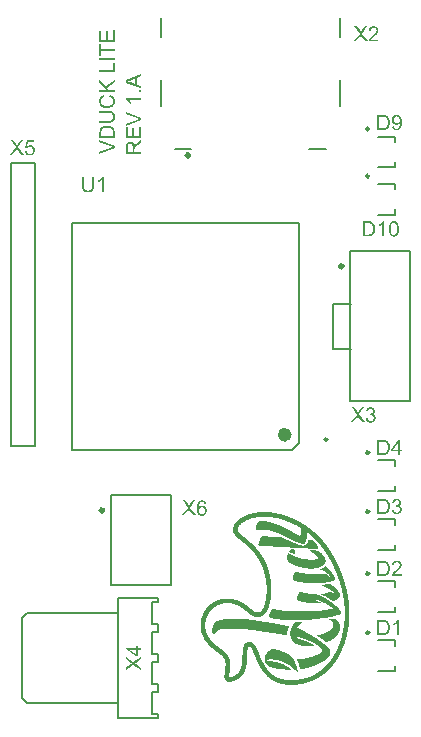
<source format=gto>
G04*
G04 #@! TF.GenerationSoftware,Altium Limited,Altium Designer,19.1.9 (167)*
G04*
G04 Layer_Color=65535*
%FSLAX44Y44*%
%MOMM*%
G71*
G01*
G75*
%ADD10C,0.4000*%
%ADD11C,0.3000*%
%ADD12C,0.2500*%
%ADD13C,0.6000*%
%ADD14C,0.2000*%
G36*
X222108Y181451D02*
X224197D01*
Y181290D01*
X225643D01*
Y181129D01*
X226768D01*
Y180969D01*
X227732D01*
Y180808D01*
X228696D01*
Y180648D01*
X229499D01*
Y180487D01*
X230303D01*
Y180326D01*
X230945D01*
Y180165D01*
X231749D01*
Y180005D01*
X232391D01*
Y179844D01*
X233034D01*
Y179683D01*
X233516D01*
Y179523D01*
X234159D01*
Y179362D01*
X234641D01*
Y179201D01*
X235284D01*
Y179041D01*
X235766D01*
Y178880D01*
X236248D01*
Y178719D01*
X236730D01*
Y178559D01*
X237212D01*
Y178398D01*
X237694D01*
Y178237D01*
X238176D01*
Y178077D01*
X238658D01*
Y177916D01*
X238979D01*
Y177755D01*
X239461D01*
Y177595D01*
X239943D01*
Y177434D01*
X240265D01*
Y177273D01*
X240747D01*
Y177113D01*
X241068D01*
Y176952D01*
X241550D01*
Y176791D01*
X241871D01*
Y176630D01*
X242193D01*
Y176470D01*
X242675D01*
Y176309D01*
X242996D01*
Y176148D01*
X243318D01*
Y175988D01*
X243800D01*
Y175827D01*
X244121D01*
Y175666D01*
X244442D01*
Y175506D01*
X244764D01*
Y175345D01*
X245085D01*
Y175184D01*
X245406D01*
Y175024D01*
X245728D01*
Y174863D01*
X246049D01*
Y174702D01*
X246531D01*
Y174542D01*
X246852D01*
Y174381D01*
X247174D01*
Y174220D01*
X247495D01*
Y174060D01*
X247656D01*
Y173899D01*
X247977D01*
Y173738D01*
X248299D01*
Y173577D01*
X248620D01*
Y173417D01*
X248941D01*
Y173256D01*
X249263D01*
Y173095D01*
X249584D01*
Y172935D01*
X249905D01*
Y172774D01*
X250227D01*
Y172613D01*
X250548D01*
Y172453D01*
X250709D01*
Y172292D01*
X251030D01*
Y172131D01*
X251352D01*
Y171971D01*
X251512D01*
Y171810D01*
X251834D01*
Y171649D01*
X252155D01*
Y171489D01*
X252316D01*
Y171328D01*
X252637D01*
Y171167D01*
X252958D01*
Y171007D01*
X253119D01*
Y170846D01*
X253440D01*
Y170685D01*
X253601D01*
Y170525D01*
X253923D01*
Y170364D01*
X254083D01*
Y170203D01*
X254405D01*
Y170042D01*
X254565D01*
Y169882D01*
X254887D01*
Y169721D01*
X255047D01*
Y169561D01*
X255369D01*
Y169400D01*
X255529D01*
Y169239D01*
X255851D01*
Y169079D01*
X256011D01*
Y168918D01*
X256172D01*
Y168757D01*
X256493D01*
Y168596D01*
X256654D01*
Y168436D01*
X256975D01*
Y168275D01*
X257136D01*
Y168114D01*
X257297D01*
Y167954D01*
X257618D01*
Y167793D01*
X257779D01*
Y167632D01*
X257939D01*
Y167472D01*
X258261D01*
Y167311D01*
X258422D01*
Y167150D01*
X258582D01*
Y166990D01*
X258743D01*
Y166829D01*
X259064D01*
Y166668D01*
X259225D01*
Y166508D01*
X259386D01*
Y166347D01*
X259546D01*
Y166186D01*
X259707D01*
Y166026D01*
X260028D01*
Y165865D01*
X260189D01*
Y165704D01*
X260350D01*
Y165543D01*
X260510D01*
Y165383D01*
X260671D01*
Y165222D01*
X260832D01*
Y165061D01*
X261153D01*
Y164901D01*
X261314D01*
Y164740D01*
X261474D01*
Y164579D01*
X261635D01*
Y164419D01*
X261796D01*
Y164258D01*
X261957D01*
Y164097D01*
X262278D01*
Y163937D01*
X262439D01*
Y163776D01*
X262599D01*
Y163615D01*
X262760D01*
Y163455D01*
X262921D01*
Y163294D01*
X263081D01*
Y163133D01*
X263242D01*
Y162973D01*
X263403D01*
Y162812D01*
X263563D01*
Y162651D01*
X263724D01*
Y162491D01*
X263885D01*
Y162330D01*
X264045D01*
Y162169D01*
X264206D01*
Y162008D01*
X264367D01*
Y161848D01*
X264527D01*
Y161687D01*
X264688D01*
Y161527D01*
X264849D01*
Y161366D01*
X265009D01*
Y161205D01*
X265170D01*
Y161044D01*
X265331D01*
Y160884D01*
X265492D01*
Y160723D01*
X265652D01*
Y160562D01*
X265813D01*
Y160402D01*
X265973D01*
Y160241D01*
X266134D01*
Y160080D01*
X266295D01*
Y159920D01*
X266456D01*
Y159598D01*
X266616D01*
Y159438D01*
X266777D01*
Y159277D01*
X266938D01*
Y159116D01*
X267098D01*
Y158956D01*
X267259D01*
Y158795D01*
X267420D01*
Y158634D01*
X267580D01*
Y158474D01*
X267741D01*
Y158313D01*
X267902D01*
Y158152D01*
X268062D01*
Y157831D01*
X268223D01*
Y157670D01*
X268384D01*
Y157509D01*
X268544D01*
Y157349D01*
X268705D01*
Y157188D01*
X268866D01*
Y156867D01*
X269027D01*
Y156706D01*
X269187D01*
Y156545D01*
X269348D01*
Y156385D01*
X269508D01*
Y156224D01*
X269669D01*
Y155903D01*
X269830D01*
Y155742D01*
X269991D01*
Y155581D01*
X270151D01*
Y155421D01*
X270312D01*
Y155099D01*
X270473D01*
Y154939D01*
X270633D01*
Y154778D01*
X270794D01*
Y154617D01*
X270955D01*
Y154296D01*
X271115D01*
Y154135D01*
X271276D01*
Y153975D01*
X271437D01*
Y153653D01*
X271597D01*
Y153492D01*
X271758D01*
Y153332D01*
X271919D01*
Y153171D01*
X272079D01*
Y152850D01*
X272240D01*
Y152689D01*
X272401D01*
Y152368D01*
X272561D01*
Y152207D01*
X272722D01*
Y151886D01*
X272883D01*
Y151725D01*
X273043D01*
Y151564D01*
X273204D01*
Y151243D01*
X273365D01*
Y151082D01*
X273526D01*
Y150761D01*
X273686D01*
Y150600D01*
X273847D01*
Y150440D01*
X274008D01*
Y150118D01*
X274168D01*
Y149958D01*
X274329D01*
Y149636D01*
X274490D01*
Y149315D01*
X274650D01*
Y149154D01*
X274811D01*
Y148833D01*
X274972D01*
Y148672D01*
X275132D01*
Y148351D01*
X275293D01*
Y148190D01*
X275454D01*
Y147869D01*
X275614D01*
Y147708D01*
X275775D01*
Y147387D01*
X275936D01*
Y147226D01*
X276096D01*
Y146904D01*
X276257D01*
Y146583D01*
X276418D01*
Y146423D01*
X276578D01*
Y146101D01*
X276739D01*
Y145940D01*
X276900D01*
Y145619D01*
X277061D01*
Y145298D01*
X277221D01*
Y144976D01*
X277382D01*
Y144816D01*
X277542D01*
Y144494D01*
X277703D01*
Y144173D01*
X277864D01*
Y143852D01*
X278025D01*
Y143691D01*
X278185D01*
Y143370D01*
X278346D01*
Y143048D01*
X278507D01*
Y142727D01*
X278667D01*
Y142406D01*
X278828D01*
Y142245D01*
X278989D01*
Y141923D01*
X279149D01*
Y141602D01*
X279310D01*
Y141281D01*
X279471D01*
Y140959D01*
X279631D01*
Y140638D01*
X279792D01*
Y140317D01*
X279953D01*
Y139995D01*
X280113D01*
Y139674D01*
X280274D01*
Y139353D01*
X280435D01*
Y139031D01*
X280595D01*
Y138710D01*
X280756D01*
Y138389D01*
X280917D01*
Y138067D01*
X281077D01*
Y137746D01*
X281238D01*
Y137424D01*
X281399D01*
Y137103D01*
X281560D01*
Y136782D01*
X281720D01*
Y136460D01*
X281881D01*
Y136139D01*
X282042D01*
Y135818D01*
X282202D01*
Y135336D01*
X282363D01*
Y135014D01*
X282524D01*
Y134693D01*
X282684D01*
Y134372D01*
X282845D01*
Y133889D01*
X283006D01*
Y133568D01*
X283166D01*
Y133086D01*
X283327D01*
Y132765D01*
X283488D01*
Y132443D01*
X283648D01*
Y131961D01*
X283809D01*
Y131640D01*
X283970D01*
Y131158D01*
X284130D01*
Y130836D01*
X284291D01*
Y130354D01*
X284452D01*
Y129872D01*
X284613D01*
Y129551D01*
X284773D01*
Y129069D01*
X284934D01*
Y128748D01*
X285095D01*
Y128266D01*
X285255D01*
Y127784D01*
X285416D01*
Y127462D01*
X285577D01*
Y126980D01*
X285737D01*
Y126498D01*
X285898D01*
Y126016D01*
X286059D01*
Y125534D01*
X286219D01*
Y125052D01*
X286380D01*
Y124570D01*
X286541D01*
Y124088D01*
X286701D01*
Y123606D01*
X286862D01*
Y123124D01*
X287023D01*
Y122642D01*
X287183D01*
Y121999D01*
X287344D01*
Y121356D01*
X287505D01*
Y120874D01*
X287665D01*
Y120232D01*
X287826D01*
Y119749D01*
X287987D01*
Y119107D01*
X288148D01*
Y118464D01*
X288308D01*
Y117982D01*
X288469D01*
Y117339D01*
X288629D01*
Y116697D01*
X288790D01*
Y116054D01*
X288951D01*
Y115411D01*
X289111D01*
Y114608D01*
X289272D01*
Y113965D01*
X289433D01*
Y113162D01*
X289594D01*
Y112358D01*
X289754D01*
Y111394D01*
X289915D01*
Y110591D01*
X290076D01*
Y109627D01*
X290236D01*
Y108663D01*
X290397D01*
Y107538D01*
X290558D01*
Y106413D01*
X290718D01*
Y105128D01*
X290879D01*
Y103681D01*
X291040D01*
Y101593D01*
X291200D01*
Y98218D01*
X291361D01*
Y94201D01*
X291200D01*
Y90345D01*
X291040D01*
Y88417D01*
X290879D01*
Y86971D01*
X290718D01*
Y85685D01*
X290558D01*
Y84400D01*
X290397D01*
Y83436D01*
X290236D01*
Y82472D01*
X290076D01*
Y81508D01*
X289915D01*
Y80543D01*
X289754D01*
Y79740D01*
X289594D01*
Y78937D01*
X289433D01*
Y78133D01*
X289272D01*
Y77491D01*
X289111D01*
Y76848D01*
X288951D01*
Y76205D01*
X288790D01*
Y75562D01*
X288629D01*
Y75080D01*
X288469D01*
Y74438D01*
X288308D01*
Y73795D01*
X288148D01*
Y73313D01*
X287987D01*
Y72831D01*
X287826D01*
Y72188D01*
X287665D01*
Y71706D01*
X287505D01*
Y71224D01*
X287344D01*
Y70742D01*
X287183D01*
Y70260D01*
X287023D01*
Y69778D01*
X286862D01*
Y69296D01*
X286701D01*
Y68814D01*
X286541D01*
Y68492D01*
X286380D01*
Y68010D01*
X286219D01*
Y67528D01*
X286059D01*
Y67207D01*
X285898D01*
Y66725D01*
X285737D01*
Y66404D01*
X285577D01*
Y66082D01*
X285416D01*
Y65600D01*
X285255D01*
Y65279D01*
X285095D01*
Y64957D01*
X284934D01*
Y64475D01*
X284773D01*
Y64154D01*
X284613D01*
Y63833D01*
X284452D01*
Y63511D01*
X284291D01*
Y63190D01*
X284130D01*
Y62708D01*
X283970D01*
Y62547D01*
X283809D01*
Y62226D01*
X283648D01*
Y61905D01*
X283488D01*
Y61583D01*
X283327D01*
Y61262D01*
X283166D01*
Y60940D01*
X283006D01*
Y60619D01*
X282845D01*
Y60298D01*
X282684D01*
Y59976D01*
X282524D01*
Y59655D01*
X282363D01*
Y59494D01*
X282202D01*
Y59173D01*
X282042D01*
Y58852D01*
X281881D01*
Y58530D01*
X281720D01*
Y58370D01*
X281560D01*
Y58048D01*
X281399D01*
Y57727D01*
X281238D01*
Y57406D01*
X281077D01*
Y57245D01*
X280917D01*
Y56923D01*
X280756D01*
Y56763D01*
X280595D01*
Y56441D01*
X280435D01*
Y56281D01*
X280274D01*
Y55959D01*
X280113D01*
Y55799D01*
X279953D01*
Y55477D01*
X279792D01*
Y55317D01*
X279631D01*
Y54995D01*
X279471D01*
Y54835D01*
X279310D01*
Y54513D01*
X279149D01*
Y54352D01*
X278989D01*
Y54192D01*
X278828D01*
Y53871D01*
X278667D01*
Y53710D01*
X278507D01*
Y53549D01*
X278346D01*
Y53228D01*
X278185D01*
Y53067D01*
X278025D01*
Y52906D01*
X277864D01*
Y52585D01*
X277703D01*
Y52424D01*
X277542D01*
Y52264D01*
X277382D01*
Y52103D01*
X277221D01*
Y51782D01*
X277061D01*
Y51621D01*
X276900D01*
Y51460D01*
X276739D01*
Y51300D01*
X276578D01*
Y50978D01*
X276418D01*
Y50818D01*
X276257D01*
Y50657D01*
X276096D01*
Y50496D01*
X275936D01*
Y50335D01*
X275775D01*
Y50014D01*
X275614D01*
Y49854D01*
X275454D01*
Y49693D01*
X275293D01*
Y49532D01*
X275132D01*
Y49372D01*
X274972D01*
Y49211D01*
X274811D01*
Y49050D01*
X274650D01*
Y48889D01*
X274490D01*
Y48729D01*
X274329D01*
Y48568D01*
X274168D01*
Y48407D01*
X274008D01*
Y48247D01*
X273847D01*
Y48086D01*
X273686D01*
Y47925D01*
X273526D01*
Y47765D01*
X273365D01*
Y47604D01*
X273204D01*
Y47443D01*
X273043D01*
Y47283D01*
X272883D01*
Y47122D01*
X272722D01*
Y46961D01*
X272561D01*
Y46801D01*
X272401D01*
Y46640D01*
X272240D01*
Y46479D01*
X271919D01*
Y46318D01*
X271758D01*
Y46158D01*
X271597D01*
Y45997D01*
X271437D01*
Y45837D01*
X271276D01*
Y45676D01*
X271115D01*
Y45515D01*
X270955D01*
Y45354D01*
X270633D01*
Y45194D01*
X270473D01*
Y45033D01*
X270312D01*
Y44872D01*
X270151D01*
Y44712D01*
X269830D01*
Y44551D01*
X269669D01*
Y44390D01*
X269508D01*
Y44230D01*
X269348D01*
Y44069D01*
X269027D01*
Y43908D01*
X268866D01*
Y43748D01*
X268705D01*
Y43587D01*
X268384D01*
Y43426D01*
X268223D01*
Y43266D01*
X268062D01*
Y43105D01*
X267741D01*
Y42944D01*
X267580D01*
Y42784D01*
X267259D01*
Y42623D01*
X267098D01*
Y42462D01*
X266777D01*
Y42302D01*
X266616D01*
Y42141D01*
X266295D01*
Y41980D01*
X265973D01*
Y41820D01*
X265813D01*
Y41659D01*
X265492D01*
Y41498D01*
X265331D01*
Y41337D01*
X265009D01*
Y41177D01*
X264688D01*
Y41016D01*
X264367D01*
Y40855D01*
X264206D01*
Y40695D01*
X263885D01*
Y40534D01*
X263563D01*
Y40373D01*
X263242D01*
Y40213D01*
X262921D01*
Y40052D01*
X262599D01*
Y39891D01*
X262278D01*
Y39731D01*
X261957D01*
Y39570D01*
X261635D01*
Y39409D01*
X261314D01*
Y39249D01*
X260992D01*
Y39088D01*
X260510D01*
Y38927D01*
X260189D01*
Y38767D01*
X259868D01*
Y38606D01*
X259386D01*
Y38445D01*
X259064D01*
Y38284D01*
X258582D01*
Y38124D01*
X258100D01*
Y37963D01*
X257779D01*
Y37803D01*
X257297D01*
Y37642D01*
X256815D01*
Y37481D01*
X256333D01*
Y37320D01*
X255690D01*
Y37160D01*
X255208D01*
Y36999D01*
X254565D01*
Y36838D01*
X253923D01*
Y36678D01*
X253280D01*
Y36517D01*
X252637D01*
Y36356D01*
X251834D01*
Y36196D01*
X251030D01*
Y36035D01*
X250066D01*
Y35874D01*
X248941D01*
Y35714D01*
X247495D01*
Y35553D01*
X245567D01*
Y35392D01*
X239140D01*
Y35553D01*
X237051D01*
Y35714D01*
X235766D01*
Y35874D01*
X234802D01*
Y36035D01*
X233998D01*
Y36196D01*
X233355D01*
Y36356D01*
X232713D01*
Y36517D01*
X232231D01*
Y36678D01*
X231588D01*
Y36838D01*
X231106D01*
Y36999D01*
X230624D01*
Y37160D01*
X230303D01*
Y37320D01*
X229820D01*
Y37481D01*
X229499D01*
Y37642D01*
X229017D01*
Y37803D01*
X228696D01*
Y37963D01*
X228374D01*
Y38124D01*
X228053D01*
Y38284D01*
X227732D01*
Y38445D01*
X227410D01*
Y38606D01*
X227089D01*
Y38767D01*
X226768D01*
Y38927D01*
X226607D01*
Y39088D01*
X226285D01*
Y39249D01*
X225964D01*
Y39409D01*
X225803D01*
Y39570D01*
X225482D01*
Y39731D01*
X225321D01*
Y39891D01*
X225000D01*
Y40052D01*
X224839D01*
Y40213D01*
X224518D01*
Y40373D01*
X224357D01*
Y40534D01*
X224036D01*
Y40695D01*
X223875D01*
Y40855D01*
X223715D01*
Y41016D01*
X223554D01*
Y41177D01*
X223232D01*
Y41337D01*
X223072D01*
Y41498D01*
X222911D01*
Y41659D01*
X222750D01*
Y41820D01*
X222429D01*
Y41980D01*
X222268D01*
Y42141D01*
X222108D01*
Y42302D01*
X221947D01*
Y42462D01*
X221786D01*
Y42623D01*
X221626D01*
Y42784D01*
X221465D01*
Y42944D01*
X221304D01*
Y43105D01*
X221144D01*
Y43266D01*
X220983D01*
Y43426D01*
X220822D01*
Y43587D01*
X220662D01*
Y43748D01*
X220501D01*
Y43908D01*
X220340D01*
Y44069D01*
X220180D01*
Y44230D01*
X220019D01*
Y44551D01*
X219858D01*
Y44712D01*
X219697D01*
Y44872D01*
X219537D01*
Y45033D01*
X219376D01*
Y45194D01*
X219216D01*
Y45354D01*
X219055D01*
Y45676D01*
X218894D01*
Y45837D01*
X218733D01*
Y45997D01*
X218573D01*
Y46158D01*
X218412D01*
Y46479D01*
X218251D01*
Y46640D01*
X218091D01*
Y46801D01*
X217930D01*
Y47122D01*
X217769D01*
Y47283D01*
X217609D01*
Y47604D01*
X217448D01*
Y47765D01*
X217287D01*
Y48086D01*
X217127D01*
Y48247D01*
X216966D01*
Y48568D01*
X216805D01*
Y48729D01*
X216645D01*
Y49050D01*
X216484D01*
Y49211D01*
X216323D01*
Y49532D01*
X216163D01*
Y49854D01*
X216002D01*
Y50014D01*
X215841D01*
Y50335D01*
X215681D01*
Y50657D01*
X215520D01*
Y50818D01*
X215359D01*
Y51139D01*
X215198D01*
Y51460D01*
X215038D01*
Y51782D01*
X214877D01*
Y52103D01*
X214716D01*
Y52264D01*
X214556D01*
Y52585D01*
X214395D01*
Y52906D01*
X214234D01*
Y53228D01*
X214074D01*
Y53549D01*
X213913D01*
Y53871D01*
X213752D01*
Y54192D01*
X213592D01*
Y54513D01*
X213431D01*
Y54835D01*
X213270D01*
Y55317D01*
X213110D01*
Y55638D01*
X212949D01*
Y55959D01*
X212788D01*
Y56281D01*
X212628D01*
Y56763D01*
X212467D01*
Y57084D01*
X212306D01*
Y57406D01*
X212146D01*
Y57727D01*
X211985D01*
Y58209D01*
X211824D01*
Y58530D01*
X211663D01*
Y59012D01*
X211503D01*
Y59334D01*
X211342D01*
Y59655D01*
X211182D01*
Y60137D01*
X211021D01*
Y60458D01*
X210860D01*
Y60940D01*
X210699D01*
Y61262D01*
X210539D01*
Y61583D01*
X210378D01*
Y62065D01*
X210217D01*
Y62387D01*
X210057D01*
Y62708D01*
X209896D01*
Y63190D01*
X209735D01*
Y63511D01*
X209575D01*
Y63833D01*
X209414D01*
Y64315D01*
X209253D01*
Y64636D01*
X209093D01*
Y64957D01*
X208932D01*
Y65118D01*
X208771D01*
Y65440D01*
X208611D01*
Y65761D01*
X208450D01*
Y66082D01*
X208289D01*
Y66404D01*
X208129D01*
Y66564D01*
X207968D01*
Y66886D01*
X207807D01*
Y67046D01*
X207647D01*
Y67207D01*
X207486D01*
Y67368D01*
X207325D01*
Y67528D01*
X207164D01*
Y67689D01*
X206200D01*
Y67528D01*
X205879D01*
Y67368D01*
X205718D01*
Y67046D01*
X205558D01*
Y66725D01*
X205397D01*
Y66404D01*
X205236D01*
Y65922D01*
X205076D01*
Y64797D01*
X204915D01*
Y62869D01*
X204754D01*
Y57566D01*
X204594D01*
Y54835D01*
X204433D01*
Y53389D01*
X204272D01*
Y52103D01*
X204111D01*
Y51300D01*
X203951D01*
Y50496D01*
X203790D01*
Y49854D01*
X203629D01*
Y49211D01*
X203469D01*
Y48568D01*
X203308D01*
Y48247D01*
X203147D01*
Y47765D01*
X202987D01*
Y47283D01*
X202826D01*
Y46961D01*
X202665D01*
Y46479D01*
X202505D01*
Y46158D01*
X202344D01*
Y45837D01*
X202183D01*
Y45515D01*
X202023D01*
Y45354D01*
X201862D01*
Y45033D01*
X201701D01*
Y44712D01*
X201541D01*
Y44551D01*
X201380D01*
Y44230D01*
X201219D01*
Y43908D01*
X201059D01*
Y43748D01*
X200898D01*
Y43587D01*
X200737D01*
Y43426D01*
X200577D01*
Y43105D01*
X200416D01*
Y42944D01*
X200255D01*
Y42784D01*
X200095D01*
Y42623D01*
X199934D01*
Y42462D01*
X199773D01*
Y42302D01*
X199613D01*
Y42141D01*
X199452D01*
Y41980D01*
X199291D01*
Y41820D01*
X199130D01*
Y41659D01*
X198970D01*
Y41498D01*
X198809D01*
Y41337D01*
X198648D01*
Y41177D01*
X198327D01*
Y41016D01*
X198166D01*
Y40855D01*
X198006D01*
Y40695D01*
X197684D01*
Y40534D01*
X197524D01*
Y40373D01*
X197202D01*
Y40213D01*
X197042D01*
Y40052D01*
X196720D01*
Y39891D01*
X196399D01*
Y39731D01*
X196077D01*
Y39570D01*
X195756D01*
Y39409D01*
X195435D01*
Y39249D01*
X195113D01*
Y39088D01*
X194792D01*
Y38927D01*
X194310D01*
Y38767D01*
X193989D01*
Y38606D01*
X193507D01*
Y38445D01*
X193025D01*
Y38284D01*
X192382D01*
Y38124D01*
X191739D01*
Y37963D01*
X191096D01*
Y37803D01*
X190293D01*
Y37642D01*
X188365D01*
Y37803D01*
X187883D01*
Y37963D01*
X187401D01*
Y38124D01*
X187240D01*
Y38284D01*
X186919D01*
Y38445D01*
X186758D01*
Y38606D01*
X186597D01*
Y38927D01*
X186437D01*
Y39088D01*
X186276D01*
Y39409D01*
X186115D01*
Y39570D01*
X185955D01*
Y40052D01*
X185794D01*
Y40373D01*
X185633D01*
Y41337D01*
X185473D01*
Y43426D01*
X185633D01*
Y45033D01*
X185794D01*
Y46318D01*
X185955D01*
Y47604D01*
X186115D01*
Y48889D01*
X186276D01*
Y50978D01*
X186437D01*
Y53710D01*
X186276D01*
Y54835D01*
X186115D01*
Y55638D01*
X185955D01*
Y56120D01*
X185794D01*
Y56602D01*
X185633D01*
Y56923D01*
X185473D01*
Y57245D01*
X185312D01*
Y57566D01*
X185151D01*
Y57727D01*
X184991D01*
Y58048D01*
X184830D01*
Y58370D01*
X184669D01*
Y58530D01*
X184508D01*
Y58691D01*
X184348D01*
Y58852D01*
X184187D01*
Y59012D01*
X184027D01*
Y59334D01*
X183866D01*
Y59494D01*
X183705D01*
Y59655D01*
X183544D01*
Y59816D01*
X183384D01*
Y59976D01*
X183223D01*
Y60137D01*
X183062D01*
Y60298D01*
X182902D01*
Y60458D01*
X182580D01*
Y60619D01*
X182420D01*
Y60780D01*
X182259D01*
Y60940D01*
X182098D01*
Y61101D01*
X181938D01*
Y61262D01*
X181616D01*
Y61423D01*
X181456D01*
Y61583D01*
X181295D01*
Y61744D01*
X181134D01*
Y61905D01*
X180813D01*
Y62065D01*
X180652D01*
Y62226D01*
X180492D01*
Y62387D01*
X180170D01*
Y62547D01*
X180009D01*
Y62708D01*
X179849D01*
Y62869D01*
X179527D01*
Y63029D01*
X179367D01*
Y63190D01*
X179206D01*
Y63351D01*
X178885D01*
Y63511D01*
X178724D01*
Y63672D01*
X178563D01*
Y63833D01*
X178242D01*
Y63993D01*
X178081D01*
Y64154D01*
X177921D01*
Y64315D01*
X177599D01*
Y64475D01*
X177439D01*
Y64636D01*
X177117D01*
Y64797D01*
X176957D01*
Y64957D01*
X176796D01*
Y65118D01*
X176635D01*
Y65279D01*
X176314D01*
Y65440D01*
X176153D01*
Y65600D01*
X175992D01*
Y65761D01*
X175671D01*
Y65922D01*
X175510D01*
Y66082D01*
X175350D01*
Y66243D01*
X175189D01*
Y66404D01*
X175028D01*
Y66564D01*
X174707D01*
Y66725D01*
X174546D01*
Y66886D01*
X174386D01*
Y67046D01*
X174225D01*
Y67207D01*
X174064D01*
Y67368D01*
X173904D01*
Y67528D01*
X173743D01*
Y67689D01*
X173582D01*
Y67850D01*
X173421D01*
Y68010D01*
X173261D01*
Y68171D01*
X172939D01*
Y68332D01*
X172779D01*
Y68492D01*
X172618D01*
Y68653D01*
X172458D01*
Y68974D01*
X172297D01*
Y69135D01*
X172136D01*
Y69296D01*
X171975D01*
Y69457D01*
X171815D01*
Y69617D01*
X171654D01*
Y69778D01*
X171493D01*
Y69939D01*
X171333D01*
Y70099D01*
X171172D01*
Y70421D01*
X171011D01*
Y70581D01*
X170851D01*
Y70742D01*
X170690D01*
Y70903D01*
X170529D01*
Y71063D01*
X170369D01*
Y71385D01*
X170208D01*
Y71545D01*
X170047D01*
Y71706D01*
X169887D01*
Y72027D01*
X169726D01*
Y72188D01*
X169565D01*
Y72349D01*
X169405D01*
Y72670D01*
X169244D01*
Y72991D01*
X169083D01*
Y73152D01*
X168923D01*
Y73474D01*
X168762D01*
Y73634D01*
X168601D01*
Y73956D01*
X168440D01*
Y74277D01*
X168280D01*
Y74438D01*
X168119D01*
Y74759D01*
X167958D01*
Y75080D01*
X167798D01*
Y75402D01*
X167637D01*
Y75723D01*
X167476D01*
Y76044D01*
X167316D01*
Y76366D01*
X167155D01*
Y76687D01*
X166994D01*
Y77169D01*
X166834D01*
Y77491D01*
X166673D01*
Y77812D01*
X166512D01*
Y78294D01*
X166352D01*
Y78776D01*
X166191D01*
Y79419D01*
X166030D01*
Y79901D01*
X165870D01*
Y80543D01*
X165709D01*
Y81186D01*
X165548D01*
Y81990D01*
X165387D01*
Y83114D01*
X165227D01*
Y87613D01*
X165387D01*
Y88738D01*
X165548D01*
Y89702D01*
X165709D01*
Y90345D01*
X165870D01*
Y90988D01*
X166030D01*
Y91630D01*
X166191D01*
Y92113D01*
X166352D01*
Y92594D01*
X166512D01*
Y93076D01*
X166673D01*
Y93398D01*
X166834D01*
Y93880D01*
X166994D01*
Y94362D01*
X167155D01*
Y94683D01*
X167316D01*
Y95005D01*
X167476D01*
Y95326D01*
X167637D01*
Y95808D01*
X167798D01*
Y95969D01*
X167958D01*
Y96290D01*
X168119D01*
Y96611D01*
X168280D01*
Y96933D01*
X168440D01*
Y97254D01*
X168601D01*
Y97576D01*
X168762D01*
Y97736D01*
X168923D01*
Y98058D01*
X169083D01*
Y98379D01*
X169244D01*
Y98540D01*
X169405D01*
Y98861D01*
X169565D01*
Y99022D01*
X169726D01*
Y99343D01*
X169887D01*
Y99504D01*
X170047D01*
Y99664D01*
X170208D01*
Y99986D01*
X170369D01*
Y100147D01*
X170529D01*
Y100307D01*
X170690D01*
Y100629D01*
X170851D01*
Y100789D01*
X171011D01*
Y100950D01*
X171172D01*
Y101111D01*
X171333D01*
Y101271D01*
X171493D01*
Y101432D01*
X171654D01*
Y101593D01*
X171815D01*
Y101753D01*
X171975D01*
Y101914D01*
X172136D01*
Y102075D01*
X172297D01*
Y102235D01*
X172458D01*
Y102396D01*
X172618D01*
Y102557D01*
X172779D01*
Y102717D01*
X172939D01*
Y102878D01*
X173100D01*
Y103039D01*
X173261D01*
Y103199D01*
X173421D01*
Y103360D01*
X173743D01*
Y103521D01*
X173904D01*
Y103681D01*
X174064D01*
Y103842D01*
X174386D01*
Y104003D01*
X174546D01*
Y104164D01*
X174707D01*
Y104324D01*
X175028D01*
Y104485D01*
X175189D01*
Y104646D01*
X175510D01*
Y104806D01*
X175671D01*
Y104967D01*
X175992D01*
Y105128D01*
X176153D01*
Y105288D01*
X176474D01*
Y105449D01*
X176796D01*
Y105610D01*
X177117D01*
Y105770D01*
X177439D01*
Y105931D01*
X177760D01*
Y106092D01*
X178081D01*
Y106252D01*
X178403D01*
Y106413D01*
X178724D01*
Y106574D01*
X179206D01*
Y106734D01*
X179527D01*
Y106895D01*
X180009D01*
Y107056D01*
X180492D01*
Y107216D01*
X180973D01*
Y107377D01*
X181616D01*
Y107538D01*
X182098D01*
Y107698D01*
X182741D01*
Y107859D01*
X183544D01*
Y108020D01*
X184669D01*
Y108181D01*
X186115D01*
Y108341D01*
X189811D01*
Y108181D01*
X191418D01*
Y108020D01*
X192382D01*
Y107859D01*
X193185D01*
Y107698D01*
X193828D01*
Y107538D01*
X194471D01*
Y107377D01*
X195113D01*
Y107216D01*
X195595D01*
Y107056D01*
X196077D01*
Y106895D01*
X196560D01*
Y106734D01*
X196881D01*
Y106574D01*
X197363D01*
Y106413D01*
X197684D01*
Y106252D01*
X198006D01*
Y106092D01*
X198488D01*
Y105931D01*
X198809D01*
Y105770D01*
X199130D01*
Y105610D01*
X199452D01*
Y105449D01*
X199773D01*
Y105288D01*
X200095D01*
Y105128D01*
X200255D01*
Y104967D01*
X200577D01*
Y104806D01*
X200898D01*
Y104646D01*
X201219D01*
Y104485D01*
X201380D01*
Y104324D01*
X201701D01*
Y104164D01*
X202023D01*
Y104003D01*
X202183D01*
Y103842D01*
X202505D01*
Y103681D01*
X202665D01*
Y103521D01*
X202987D01*
Y103360D01*
X203147D01*
Y103199D01*
X203308D01*
Y103039D01*
X203629D01*
Y102878D01*
X203790D01*
Y102717D01*
X204111D01*
Y102557D01*
X204272D01*
Y102396D01*
X204433D01*
Y102235D01*
X204754D01*
Y102075D01*
X204915D01*
Y101914D01*
X205076D01*
Y101753D01*
X205397D01*
Y101593D01*
X205558D01*
Y101432D01*
X205718D01*
Y101271D01*
X205879D01*
Y101111D01*
X206200D01*
Y100950D01*
X206361D01*
Y100789D01*
X206522D01*
Y100629D01*
X206682D01*
Y100468D01*
X206843D01*
Y100307D01*
X207164D01*
Y100147D01*
X207325D01*
Y99986D01*
X207486D01*
Y99825D01*
X207647D01*
Y99664D01*
X207968D01*
Y99504D01*
X208129D01*
Y99343D01*
X208289D01*
Y99182D01*
X208450D01*
Y99022D01*
X208771D01*
Y98861D01*
X208932D01*
Y98700D01*
X209093D01*
Y98540D01*
X209253D01*
Y98379D01*
X209575D01*
Y98218D01*
X209735D01*
Y98058D01*
X209896D01*
Y97897D01*
X210057D01*
Y97736D01*
X210378D01*
Y97576D01*
X210539D01*
Y97415D01*
X210860D01*
Y97254D01*
X211182D01*
Y97094D01*
X211503D01*
Y96933D01*
X211824D01*
Y96772D01*
X212467D01*
Y96611D01*
X214877D01*
Y96772D01*
X215198D01*
Y96933D01*
X215681D01*
Y97094D01*
X215841D01*
Y97254D01*
X216163D01*
Y97415D01*
X216323D01*
Y97576D01*
X216484D01*
Y97736D01*
X216645D01*
Y97897D01*
X216805D01*
Y98058D01*
X216966D01*
Y98218D01*
X217127D01*
Y98540D01*
X217287D01*
Y98700D01*
X217448D01*
Y98861D01*
X217609D01*
Y99182D01*
X217769D01*
Y99343D01*
X217930D01*
Y99664D01*
X218091D01*
Y99986D01*
X218251D01*
Y100307D01*
X218412D01*
Y100629D01*
X218573D01*
Y100950D01*
X218733D01*
Y101271D01*
X218894D01*
Y101753D01*
X219055D01*
Y102075D01*
X219216D01*
Y102557D01*
X219376D01*
Y103039D01*
X219537D01*
Y103681D01*
X219697D01*
Y104164D01*
X219858D01*
Y104806D01*
X220019D01*
Y105610D01*
X220180D01*
Y106252D01*
X220340D01*
Y107056D01*
X220501D01*
Y108020D01*
X220662D01*
Y108984D01*
X220822D01*
Y110430D01*
X220983D01*
Y112519D01*
X221144D01*
Y119589D01*
X220983D01*
Y121517D01*
X220822D01*
Y122642D01*
X220662D01*
Y123927D01*
X220501D01*
Y125052D01*
X220340D01*
Y126016D01*
X220180D01*
Y126819D01*
X220019D01*
Y127462D01*
X219858D01*
Y128266D01*
X219697D01*
Y129069D01*
X219537D01*
Y129551D01*
X219376D01*
Y130194D01*
X219216D01*
Y130676D01*
X219055D01*
Y131158D01*
X218894D01*
Y131801D01*
X218733D01*
Y132283D01*
X218573D01*
Y132765D01*
X218412D01*
Y133247D01*
X218251D01*
Y133729D01*
X218091D01*
Y134211D01*
X217930D01*
Y134532D01*
X217769D01*
Y135014D01*
X217609D01*
Y135336D01*
X217448D01*
Y135818D01*
X217287D01*
Y136139D01*
X217127D01*
Y136460D01*
X216966D01*
Y136942D01*
X216805D01*
Y137264D01*
X216645D01*
Y137585D01*
X216484D01*
Y137906D01*
X216323D01*
Y138228D01*
X216163D01*
Y138549D01*
X216002D01*
Y138870D01*
X215841D01*
Y139192D01*
X215681D01*
Y139513D01*
X215520D01*
Y139835D01*
X215359D01*
Y140156D01*
X215198D01*
Y140477D01*
X215038D01*
Y140799D01*
X214877D01*
Y140959D01*
X214716D01*
Y141281D01*
X214556D01*
Y141602D01*
X214395D01*
Y141763D01*
X214234D01*
Y142084D01*
X214074D01*
Y142245D01*
X213913D01*
Y142566D01*
X213752D01*
Y142887D01*
X213592D01*
Y143048D01*
X213431D01*
Y143370D01*
X213270D01*
Y143530D01*
X213110D01*
Y143691D01*
X212949D01*
Y144012D01*
X212788D01*
Y144173D01*
X212628D01*
Y144494D01*
X212467D01*
Y144655D01*
X212306D01*
Y144976D01*
X212146D01*
Y145137D01*
X211985D01*
Y145298D01*
X211824D01*
Y145619D01*
X211663D01*
Y145780D01*
X211503D01*
Y145940D01*
X211342D01*
Y146101D01*
X211182D01*
Y146423D01*
X211021D01*
Y146583D01*
X210860D01*
Y146744D01*
X210699D01*
Y146904D01*
X210539D01*
Y147226D01*
X210378D01*
Y147387D01*
X210217D01*
Y147547D01*
X210057D01*
Y147708D01*
X209896D01*
Y147869D01*
X209735D01*
Y148029D01*
X209575D01*
Y148351D01*
X209414D01*
Y148511D01*
X209253D01*
Y148672D01*
X209093D01*
Y148833D01*
X208932D01*
Y148993D01*
X208771D01*
Y149154D01*
X208611D01*
Y149315D01*
X208450D01*
Y149475D01*
X208289D01*
Y149636D01*
X208129D01*
Y149797D01*
X207968D01*
Y149958D01*
X207807D01*
Y150118D01*
X207647D01*
Y150440D01*
X207486D01*
Y150600D01*
X207325D01*
Y150761D01*
X207164D01*
Y150922D01*
X206843D01*
Y151082D01*
X206682D01*
Y151243D01*
X206522D01*
Y151404D01*
X206361D01*
Y151564D01*
X206200D01*
Y151725D01*
X206040D01*
Y151886D01*
X205879D01*
Y152046D01*
X205718D01*
Y152207D01*
X205558D01*
Y152368D01*
X205397D01*
Y152528D01*
X205236D01*
Y152689D01*
X205076D01*
Y152850D01*
X204915D01*
Y153010D01*
X204594D01*
Y153171D01*
X204433D01*
Y153332D01*
X204272D01*
Y153492D01*
X204111D01*
Y153653D01*
X203951D01*
Y153814D01*
X203790D01*
Y153975D01*
X203629D01*
Y154135D01*
X203308D01*
Y154296D01*
X203147D01*
Y154457D01*
X202987D01*
Y154617D01*
X202826D01*
Y154778D01*
X202665D01*
Y154939D01*
X202505D01*
Y155099D01*
X202183D01*
Y155260D01*
X202023D01*
Y155421D01*
X201862D01*
Y155581D01*
X201701D01*
Y155742D01*
X201380D01*
Y155903D01*
X201219D01*
Y156063D01*
X201059D01*
Y156224D01*
X200898D01*
Y156385D01*
X200737D01*
Y156545D01*
X200416D01*
Y156706D01*
X200255D01*
Y156867D01*
X200095D01*
Y157027D01*
X199934D01*
Y157188D01*
X199613D01*
Y157349D01*
X199452D01*
Y157509D01*
X199291D01*
Y157670D01*
X199130D01*
Y157831D01*
X198809D01*
Y157992D01*
X198648D01*
Y158152D01*
X198488D01*
Y158313D01*
X198327D01*
Y158474D01*
X198006D01*
Y158634D01*
X197845D01*
Y158795D01*
X197684D01*
Y158956D01*
X197524D01*
Y159116D01*
X197363D01*
Y159277D01*
X197202D01*
Y159438D01*
X196881D01*
Y159598D01*
X196720D01*
Y159759D01*
X196560D01*
Y159920D01*
X196399D01*
Y160080D01*
X196238D01*
Y160241D01*
X196077D01*
Y160402D01*
X195917D01*
Y160562D01*
X195756D01*
Y160723D01*
X195595D01*
Y160884D01*
X195435D01*
Y161044D01*
X195274D01*
Y161205D01*
X195113D01*
Y161366D01*
X194953D01*
Y161687D01*
X194792D01*
Y161848D01*
X194631D01*
Y162008D01*
X194471D01*
Y162169D01*
X194310D01*
Y162330D01*
X194149D01*
Y162651D01*
X193989D01*
Y162812D01*
X193828D01*
Y163133D01*
X193667D01*
Y163455D01*
X193507D01*
Y163615D01*
X193346D01*
Y163937D01*
X193185D01*
Y164258D01*
X193025D01*
Y164740D01*
X192864D01*
Y165222D01*
X192703D01*
Y167954D01*
X192864D01*
Y168757D01*
X193025D01*
Y169079D01*
X193185D01*
Y169561D01*
X193346D01*
Y169882D01*
X193507D01*
Y170203D01*
X193667D01*
Y170525D01*
X193828D01*
Y170846D01*
X193989D01*
Y171167D01*
X194149D01*
Y171328D01*
X194310D01*
Y171649D01*
X194471D01*
Y171810D01*
X194631D01*
Y172131D01*
X194792D01*
Y172292D01*
X194953D01*
Y172453D01*
X195113D01*
Y172613D01*
X195274D01*
Y172774D01*
X195435D01*
Y173095D01*
X195595D01*
Y173256D01*
X195756D01*
Y173417D01*
X195917D01*
Y173577D01*
X196077D01*
Y173738D01*
X196238D01*
Y173899D01*
X196399D01*
Y174060D01*
X196560D01*
Y174220D01*
X196720D01*
Y174381D01*
X196881D01*
Y174542D01*
X197202D01*
Y174702D01*
X197363D01*
Y174863D01*
X197524D01*
Y175024D01*
X197684D01*
Y175184D01*
X197845D01*
Y175345D01*
X198006D01*
Y175506D01*
X198327D01*
Y175666D01*
X198488D01*
Y175827D01*
X198809D01*
Y175988D01*
X198970D01*
Y176148D01*
X199291D01*
Y176309D01*
X199452D01*
Y176470D01*
X199773D01*
Y176630D01*
X199934D01*
Y176791D01*
X200255D01*
Y176952D01*
X200577D01*
Y177113D01*
X200737D01*
Y177273D01*
X201059D01*
Y177434D01*
X201380D01*
Y177595D01*
X201701D01*
Y177755D01*
X202023D01*
Y177916D01*
X202344D01*
Y178077D01*
X202665D01*
Y178237D01*
X202987D01*
Y178398D01*
X203308D01*
Y178559D01*
X203629D01*
Y178719D01*
X204111D01*
Y178880D01*
X204433D01*
Y179041D01*
X204915D01*
Y179201D01*
X205236D01*
Y179362D01*
X205718D01*
Y179523D01*
X206200D01*
Y179683D01*
X206682D01*
Y179844D01*
X207164D01*
Y180005D01*
X207807D01*
Y180165D01*
X208289D01*
Y180326D01*
X208932D01*
Y180487D01*
X209735D01*
Y180648D01*
X210378D01*
Y180808D01*
X211182D01*
Y180969D01*
X212146D01*
Y181129D01*
X213270D01*
Y181290D01*
X214556D01*
Y181451D01*
X216645D01*
Y181611D01*
X222108D01*
Y181451D01*
D02*
G37*
G36*
X115000Y550364D02*
X111111Y548864D01*
Y543494D01*
X115000Y542105D01*
Y540309D01*
X102186Y545197D01*
Y547049D01*
X115000Y552289D01*
Y550364D01*
D02*
G37*
G36*
Y536976D02*
X113204D01*
Y538772D01*
X115000D01*
Y536976D01*
D02*
G37*
G36*
Y530477D02*
X104983D01*
X105001Y530458D01*
X105075Y530366D01*
X105186Y530255D01*
X105316Y530069D01*
X105483Y529866D01*
X105668Y529607D01*
X105871Y529310D01*
X106075Y528977D01*
Y528958D01*
X106094Y528940D01*
X106168Y528829D01*
X106260Y528644D01*
X106371Y528421D01*
X106501Y528162D01*
X106630Y527884D01*
X106760Y527607D01*
X106871Y527329D01*
X105353D01*
Y527347D01*
X105316Y527384D01*
X105297Y527459D01*
X105242Y527551D01*
X105186Y527662D01*
X105112Y527792D01*
X104927Y528107D01*
X104723Y528477D01*
X104464Y528847D01*
X104168Y529236D01*
X103853Y529625D01*
X103834Y529644D01*
X103816Y529662D01*
X103760Y529718D01*
X103705Y529792D01*
X103520Y529958D01*
X103298Y530181D01*
X103038Y530403D01*
X102742Y530643D01*
X102446Y530847D01*
X102131Y531032D01*
Y532051D01*
X115000D01*
Y530477D01*
D02*
G37*
G36*
Y515256D02*
Y513479D01*
X102186Y508516D01*
Y510368D01*
X111500Y513701D01*
X111519D01*
X111556Y513719D01*
X111611Y513738D01*
X111685Y513775D01*
X111797Y513793D01*
X111908Y513830D01*
X112185Y513923D01*
X112500Y514034D01*
X112852Y514145D01*
X113593Y514367D01*
X113574D01*
X113537Y514386D01*
X113482Y514404D01*
X113408Y514423D01*
X113204Y514478D01*
X112926Y514571D01*
X112611Y514664D01*
X112260Y514775D01*
X111889Y514904D01*
X111500Y515052D01*
X102186Y518534D01*
Y520256D01*
X115000Y515256D01*
D02*
G37*
G36*
Y497925D02*
X102186D01*
Y507201D01*
X103705D01*
Y499628D01*
X107612D01*
Y506720D01*
X109130D01*
Y499628D01*
X113482D01*
Y507498D01*
X115000D01*
Y497925D01*
D02*
G37*
G36*
Y494147D02*
X112334Y492462D01*
X112315D01*
X112278Y492425D01*
X112222Y492388D01*
X112148Y492333D01*
X111945Y492203D01*
X111685Y492036D01*
X111408Y491833D01*
X111111Y491629D01*
X110834Y491425D01*
X110575Y491240D01*
X110556Y491222D01*
X110482Y491166D01*
X110371Y491073D01*
X110241Y490944D01*
X109964Y490666D01*
X109834Y490518D01*
X109723Y490370D01*
X109704Y490351D01*
X109686Y490314D01*
X109649Y490240D01*
X109593Y490129D01*
X109538Y490018D01*
X109482Y489888D01*
X109389Y489592D01*
Y489574D01*
X109371Y489537D01*
Y489463D01*
X109352Y489370D01*
X109334Y489240D01*
Y489092D01*
X109315Y488889D01*
Y486703D01*
X115000D01*
Y485000D01*
X102186D01*
Y490944D01*
X102205Y491092D01*
Y491259D01*
X102224Y491647D01*
X102279Y492055D01*
X102335Y492499D01*
X102427Y492907D01*
X102483Y493110D01*
X102538Y493277D01*
Y493295D01*
X102557Y493314D01*
X102612Y493425D01*
X102687Y493592D01*
X102816Y493795D01*
X102983Y494018D01*
X103205Y494258D01*
X103464Y494481D01*
X103760Y494703D01*
X103779D01*
X103798Y494721D01*
X103909Y494795D01*
X104094Y494869D01*
X104334Y494980D01*
X104612Y495073D01*
X104945Y495166D01*
X105297Y495221D01*
X105686Y495240D01*
X105705D01*
X105742D01*
X105816D01*
X105908Y495221D01*
X106038D01*
X106168Y495203D01*
X106482Y495129D01*
X106853Y495018D01*
X107241Y494869D01*
X107630Y494647D01*
X107816Y494499D01*
X108001Y494351D01*
X108019Y494332D01*
X108038Y494314D01*
X108093Y494258D01*
X108149Y494184D01*
X108223Y494092D01*
X108297Y493980D01*
X108390Y493832D01*
X108501Y493684D01*
X108593Y493499D01*
X108686Y493295D01*
X108797Y493073D01*
X108890Y492832D01*
X108964Y492555D01*
X109056Y492277D01*
X109112Y491962D01*
X109167Y491629D01*
X109186Y491666D01*
X109223Y491740D01*
X109297Y491851D01*
X109371Y491999D01*
X109575Y492333D01*
X109704Y492499D01*
X109815Y492647D01*
X109852Y492684D01*
X109945Y492777D01*
X110093Y492925D01*
X110278Y493110D01*
X110538Y493314D01*
X110815Y493555D01*
X111149Y493795D01*
X111519Y494055D01*
X115000Y496258D01*
Y494147D01*
D02*
G37*
G36*
X92500Y579860D02*
X79686D01*
Y589137D01*
X81205D01*
Y581564D01*
X85112D01*
Y588656D01*
X86630D01*
Y581564D01*
X90982D01*
Y589434D01*
X92500D01*
Y579860D01*
D02*
G37*
G36*
X81205Y573861D02*
X92500D01*
Y572158D01*
X81205D01*
Y567936D01*
X79686D01*
Y578083D01*
X81205D01*
Y573861D01*
D02*
G37*
G36*
X92500Y564196D02*
X79686D01*
Y565899D01*
X92500D01*
Y564196D01*
D02*
G37*
G36*
Y553882D02*
X79686D01*
Y555585D01*
X90982D01*
Y561899D01*
X92500D01*
Y553882D01*
D02*
G37*
G36*
Y545309D02*
X86038Y540754D01*
X88056Y538661D01*
X92500D01*
Y536958D01*
X79686D01*
Y538661D01*
X86056D01*
X79686Y544994D01*
Y547308D01*
X84890Y541939D01*
X92500Y547549D01*
Y545309D01*
D02*
G37*
G36*
X88537Y534921D02*
X88649Y534884D01*
X88797Y534828D01*
X88963Y534773D01*
X89167Y534698D01*
X89389Y534606D01*
X89630Y534495D01*
X90148Y534236D01*
X90667Y533902D01*
X90926Y533699D01*
X91185Y533495D01*
X91407Y533273D01*
X91630Y533013D01*
X91648Y532995D01*
X91685Y532958D01*
X91722Y532865D01*
X91796Y532773D01*
X91889Y532625D01*
X91981Y532477D01*
X92074Y532273D01*
X92167Y532069D01*
X92278Y531828D01*
X92370Y531569D01*
X92463Y531292D01*
X92556Y530995D01*
X92630Y530680D01*
X92667Y530347D01*
X92704Y529995D01*
X92722Y529625D01*
Y529421D01*
X92704Y529273D01*
Y529106D01*
X92685Y528903D01*
X92648Y528681D01*
X92611Y528421D01*
X92519Y527884D01*
X92370Y527329D01*
X92167Y526773D01*
X92037Y526514D01*
X91889Y526255D01*
X91870Y526236D01*
X91852Y526199D01*
X91796Y526125D01*
X91722Y526051D01*
X91648Y525940D01*
X91537Y525811D01*
X91407Y525662D01*
X91259Y525514D01*
X91093Y525366D01*
X90926Y525200D01*
X90500Y524866D01*
X90000Y524552D01*
X89445Y524274D01*
X89426D01*
X89371Y524237D01*
X89278Y524218D01*
X89167Y524163D01*
X89019Y524126D01*
X88834Y524070D01*
X88630Y523996D01*
X88408Y523940D01*
X88167Y523885D01*
X87889Y523811D01*
X87315Y523718D01*
X86667Y523644D01*
X86001Y523607D01*
X85982D01*
X85908D01*
X85797D01*
X85667Y523626D01*
X85482D01*
X85297Y523644D01*
X85056Y523663D01*
X84816Y523700D01*
X84279Y523792D01*
X83686Y523922D01*
X83094Y524107D01*
X82520Y524366D01*
X82501Y524385D01*
X82445Y524403D01*
X82371Y524440D01*
X82279Y524514D01*
X82149Y524589D01*
X82001Y524681D01*
X81668Y524922D01*
X81297Y525237D01*
X80927Y525607D01*
X80557Y526033D01*
X80242Y526533D01*
X80224Y526551D01*
X80205Y526607D01*
X80168Y526681D01*
X80112Y526773D01*
X80057Y526922D01*
X80001Y527070D01*
X79927Y527255D01*
X79853Y527459D01*
X79779Y527681D01*
X79705Y527921D01*
X79594Y528440D01*
X79501Y529033D01*
X79464Y529644D01*
Y529829D01*
X79483Y529958D01*
X79501Y530125D01*
X79520Y530329D01*
X79538Y530532D01*
X79594Y530773D01*
X79705Y531273D01*
X79872Y531828D01*
X79983Y532106D01*
X80112Y532365D01*
X80279Y532625D01*
X80446Y532884D01*
X80464Y532902D01*
X80483Y532939D01*
X80538Y533013D01*
X80631Y533106D01*
X80723Y533199D01*
X80853Y533328D01*
X81001Y533458D01*
X81149Y533606D01*
X81334Y533754D01*
X81557Y533902D01*
X81779Y534069D01*
X82020Y534217D01*
X82297Y534347D01*
X82575Y534495D01*
X82871Y534606D01*
X83205Y534717D01*
X83594Y533051D01*
X83575D01*
X83538Y533032D01*
X83464Y532995D01*
X83371Y532958D01*
X83260Y532921D01*
X83112Y532865D01*
X82816Y532717D01*
X82483Y532532D01*
X82149Y532310D01*
X81834Y532032D01*
X81557Y531736D01*
X81520Y531699D01*
X81446Y531588D01*
X81353Y531403D01*
X81223Y531162D01*
X81112Y530847D01*
X81001Y530495D01*
X80927Y530069D01*
X80909Y529607D01*
Y529458D01*
X80927Y529366D01*
Y529236D01*
X80946Y529088D01*
X81001Y528736D01*
X81075Y528347D01*
X81205Y527940D01*
X81390Y527514D01*
X81631Y527125D01*
Y527107D01*
X81668Y527088D01*
X81760Y526959D01*
X81909Y526792D01*
X82131Y526588D01*
X82408Y526348D01*
X82723Y526125D01*
X83112Y525922D01*
X83538Y525737D01*
X83556D01*
X83594Y525718D01*
X83649Y525700D01*
X83742Y525681D01*
X83853Y525644D01*
X83982Y525607D01*
X84297Y525551D01*
X84668Y525477D01*
X85075Y525403D01*
X85519Y525366D01*
X86001Y525348D01*
X86019D01*
X86075D01*
X86167D01*
X86278D01*
X86408Y525366D01*
X86575D01*
X86760Y525385D01*
X86964Y525403D01*
X87408Y525459D01*
X87889Y525551D01*
X88371Y525662D01*
X88852Y525811D01*
X88871D01*
X88908Y525829D01*
X88963Y525866D01*
X89056Y525903D01*
X89278Y526014D01*
X89537Y526181D01*
X89834Y526385D01*
X90148Y526644D01*
X90426Y526940D01*
X90685Y527292D01*
Y527310D01*
X90704Y527347D01*
X90741Y527403D01*
X90778Y527477D01*
X90815Y527570D01*
X90871Y527681D01*
X90982Y527940D01*
X91093Y528273D01*
X91185Y528644D01*
X91259Y529051D01*
X91278Y529477D01*
Y529607D01*
X91259Y529718D01*
Y529847D01*
X91241Y529977D01*
X91167Y530310D01*
X91074Y530699D01*
X90926Y531088D01*
X90722Y531495D01*
X90611Y531699D01*
X90463Y531884D01*
X90445Y531903D01*
X90426Y531921D01*
X90371Y531977D01*
X90315Y532051D01*
X90223Y532125D01*
X90111Y532217D01*
X90000Y532328D01*
X89852Y532421D01*
X89685Y532532D01*
X89500Y532662D01*
X89315Y532773D01*
X89093Y532884D01*
X88852Y532976D01*
X88593Y533069D01*
X88315Y533162D01*
X88019Y533236D01*
X88445Y534939D01*
X88463D01*
X88537Y534921D01*
D02*
G37*
G36*
X87575Y521255D02*
X87760D01*
X87982Y521237D01*
X88204Y521218D01*
X88704Y521163D01*
X89223Y521089D01*
X89722Y520978D01*
X89963Y520904D01*
X90185Y520830D01*
X90204D01*
X90241Y520811D01*
X90296Y520774D01*
X90371Y520737D01*
X90574Y520626D01*
X90834Y520459D01*
X91130Y520237D01*
X91426Y519978D01*
X91741Y519645D01*
X92019Y519237D01*
Y519219D01*
X92056Y519182D01*
X92074Y519126D01*
X92130Y519034D01*
X92185Y518922D01*
X92241Y518774D01*
X92296Y518626D01*
X92370Y518441D01*
X92444Y518237D01*
X92500Y518015D01*
X92556Y517774D01*
X92611Y517497D01*
X92648Y517219D01*
X92685Y516923D01*
X92722Y516256D01*
Y516089D01*
X92704Y515960D01*
Y515812D01*
X92685Y515626D01*
X92667Y515423D01*
X92648Y515219D01*
X92574Y514756D01*
X92463Y514256D01*
X92315Y513775D01*
X92111Y513312D01*
Y513293D01*
X92074Y513256D01*
X92037Y513201D01*
X92000Y513127D01*
X91852Y512923D01*
X91648Y512682D01*
X91389Y512405D01*
X91093Y512145D01*
X90722Y511886D01*
X90315Y511682D01*
X90296D01*
X90260Y511664D01*
X90185Y511645D01*
X90093Y511608D01*
X89982Y511571D01*
X89834Y511534D01*
X89667Y511479D01*
X89463Y511442D01*
X89241Y511405D01*
X89000Y511349D01*
X88741Y511312D01*
X88463Y511275D01*
X88149Y511238D01*
X87815Y511219D01*
X87464Y511201D01*
X87093D01*
X79686D01*
Y512905D01*
X87093D01*
X87112D01*
X87167D01*
X87260D01*
X87371D01*
X87500Y512923D01*
X87667D01*
X88019Y512942D01*
X88426Y512979D01*
X88834Y513034D01*
X89223Y513108D01*
X89389Y513145D01*
X89556Y513201D01*
X89593Y513219D01*
X89685Y513256D01*
X89815Y513349D01*
X90000Y513460D01*
X90185Y513590D01*
X90389Y513775D01*
X90593Y513997D01*
X90759Y514256D01*
X90778Y514293D01*
X90834Y514386D01*
X90889Y514552D01*
X90963Y514775D01*
X91056Y515034D01*
X91111Y515367D01*
X91167Y515719D01*
X91185Y516108D01*
Y516293D01*
X91167Y516404D01*
Y516571D01*
X91148Y516737D01*
X91074Y517145D01*
X90982Y517589D01*
X90834Y518015D01*
X90630Y518423D01*
X90500Y518608D01*
X90352Y518774D01*
X90334Y518793D01*
X90315Y518811D01*
X90260Y518848D01*
X90185Y518904D01*
X90074Y518959D01*
X89963Y519034D01*
X89797Y519108D01*
X89630Y519182D01*
X89426Y519256D01*
X89185Y519311D01*
X88908Y519385D01*
X88611Y519441D01*
X88278Y519496D01*
X87926Y519534D01*
X87519Y519571D01*
X87093D01*
X79686D01*
Y521274D01*
X87093D01*
X87112D01*
X87186D01*
X87278D01*
X87408D01*
X87575Y521255D01*
D02*
G37*
G36*
X86408Y508831D02*
X86556D01*
X86908Y508812D01*
X87315Y508757D01*
X87741Y508701D01*
X88186Y508609D01*
X88630Y508498D01*
X88649D01*
X88686Y508479D01*
X88741Y508461D01*
X88815Y508442D01*
X89019Y508368D01*
X89278Y508257D01*
X89574Y508146D01*
X89871Y507998D01*
X90185Y507812D01*
X90482Y507627D01*
X90519Y507609D01*
X90611Y507535D01*
X90741Y507424D01*
X90908Y507276D01*
X91093Y507109D01*
X91278Y506905D01*
X91482Y506702D01*
X91648Y506461D01*
X91667Y506424D01*
X91722Y506350D01*
X91796Y506220D01*
X91889Y506035D01*
X92000Y505813D01*
X92093Y505553D01*
X92204Y505257D01*
X92296Y504924D01*
Y504887D01*
X92315Y504831D01*
X92333Y504776D01*
X92352Y504591D01*
X92389Y504331D01*
X92426Y504035D01*
X92463Y503683D01*
X92481Y503294D01*
X92500Y502868D01*
Y498258D01*
X79686D01*
Y503183D01*
X79705Y503517D01*
X79724Y503887D01*
X79761Y504257D01*
X79816Y504628D01*
X79872Y504942D01*
Y504961D01*
X79890Y504998D01*
Y505053D01*
X79927Y505127D01*
X79983Y505331D01*
X80075Y505591D01*
X80205Y505887D01*
X80372Y506202D01*
X80557Y506516D01*
X80798Y506813D01*
X80816Y506831D01*
X80835Y506850D01*
X80890Y506905D01*
X80946Y506979D01*
X81131Y507164D01*
X81390Y507387D01*
X81705Y507627D01*
X82075Y507887D01*
X82501Y508127D01*
X82983Y508331D01*
X83001D01*
X83038Y508349D01*
X83112Y508386D01*
X83223Y508405D01*
X83353Y508461D01*
X83501Y508498D01*
X83668Y508535D01*
X83871Y508590D01*
X84075Y508646D01*
X84316Y508683D01*
X84834Y508775D01*
X85408Y508831D01*
X86038Y508849D01*
X86056D01*
X86093D01*
X86186D01*
X86278D01*
X86408Y508831D01*
D02*
G37*
G36*
X92500Y491721D02*
Y489944D01*
X79686Y484981D01*
Y486833D01*
X89000Y490166D01*
X89019D01*
X89056Y490185D01*
X89111Y490203D01*
X89185Y490240D01*
X89297Y490259D01*
X89408Y490296D01*
X89685Y490388D01*
X90000Y490499D01*
X90352Y490611D01*
X91093Y490833D01*
X91074D01*
X91037Y490851D01*
X90982Y490870D01*
X90908Y490888D01*
X90704Y490944D01*
X90426Y491036D01*
X90111Y491129D01*
X89760Y491240D01*
X89389Y491370D01*
X89000Y491518D01*
X79686Y494999D01*
Y496721D01*
X92500Y491721D01*
D02*
G37*
G36*
X166898Y191527D02*
X167027D01*
X167175Y191509D01*
X167527Y191434D01*
X167916Y191342D01*
X168323Y191194D01*
X168731Y190972D01*
X168934Y190842D01*
X169119Y190694D01*
X169138Y190675D01*
X169156Y190657D01*
X169212Y190601D01*
X169268Y190546D01*
X169360Y190453D01*
X169434Y190342D01*
X169638Y190083D01*
X169842Y189750D01*
X170027Y189342D01*
X170193Y188879D01*
X170305Y188361D01*
X168731Y188231D01*
Y188250D01*
X168712Y188268D01*
X168694Y188379D01*
X168638Y188546D01*
X168564Y188750D01*
X168490Y188972D01*
X168379Y189194D01*
X168249Y189398D01*
X168120Y189564D01*
X168083Y189601D01*
X168008Y189676D01*
X167879Y189787D01*
X167694Y189916D01*
X167453Y190027D01*
X167194Y190138D01*
X166879Y190212D01*
X166546Y190250D01*
X166416D01*
X166268Y190231D01*
X166101Y190194D01*
X165879Y190138D01*
X165657Y190064D01*
X165435Y189972D01*
X165212Y189824D01*
X165175Y189805D01*
X165083Y189731D01*
X164953Y189601D01*
X164787Y189416D01*
X164601Y189194D01*
X164398Y188935D01*
X164212Y188601D01*
X164027Y188231D01*
Y188213D01*
X164009Y188176D01*
X163990Y188120D01*
X163953Y188046D01*
X163935Y187935D01*
X163898Y187805D01*
X163861Y187657D01*
X163824Y187472D01*
X163768Y187268D01*
X163731Y187046D01*
X163694Y186805D01*
X163676Y186546D01*
X163638Y186250D01*
X163620Y185954D01*
X163601Y185620D01*
Y185287D01*
X163620Y185306D01*
X163694Y185417D01*
X163824Y185565D01*
X163990Y185750D01*
X164175Y185972D01*
X164416Y186176D01*
X164676Y186380D01*
X164972Y186565D01*
X164990D01*
X165009Y186583D01*
X165120Y186639D01*
X165287Y186694D01*
X165509Y186787D01*
X165768Y186861D01*
X166064Y186917D01*
X166379Y186972D01*
X166712Y186991D01*
X166860D01*
X166971Y186972D01*
X167120Y186954D01*
X167268Y186935D01*
X167453Y186898D01*
X167638Y186842D01*
X168064Y186713D01*
X168286Y186620D01*
X168508Y186491D01*
X168731Y186361D01*
X168971Y186213D01*
X169193Y186028D01*
X169397Y185824D01*
X169416Y185805D01*
X169453Y185769D01*
X169508Y185713D01*
X169564Y185620D01*
X169656Y185491D01*
X169749Y185361D01*
X169842Y185194D01*
X169953Y185009D01*
X170064Y184806D01*
X170156Y184583D01*
X170249Y184324D01*
X170341Y184065D01*
X170397Y183787D01*
X170453Y183472D01*
X170490Y183158D01*
X170508Y182824D01*
Y182806D01*
Y182769D01*
Y182713D01*
Y182621D01*
X170490Y182509D01*
Y182398D01*
X170434Y182102D01*
X170379Y181750D01*
X170286Y181380D01*
X170156Y180973D01*
X169971Y180584D01*
Y180565D01*
X169953Y180547D01*
X169916Y180491D01*
X169879Y180417D01*
X169767Y180232D01*
X169601Y179991D01*
X169397Y179732D01*
X169156Y179473D01*
X168860Y179214D01*
X168545Y178991D01*
X168527D01*
X168508Y178973D01*
X168453Y178936D01*
X168379Y178917D01*
X168194Y178825D01*
X167953Y178732D01*
X167638Y178621D01*
X167286Y178547D01*
X166898Y178473D01*
X166472Y178454D01*
X166379D01*
X166286Y178473D01*
X166138D01*
X165972Y178491D01*
X165786Y178528D01*
X165564Y178584D01*
X165342Y178640D01*
X165083Y178714D01*
X164824Y178806D01*
X164564Y178917D01*
X164287Y179065D01*
X164027Y179232D01*
X163768Y179417D01*
X163509Y179639D01*
X163268Y179899D01*
X163250Y179917D01*
X163213Y179973D01*
X163157Y180047D01*
X163083Y180176D01*
X162972Y180343D01*
X162879Y180528D01*
X162768Y180769D01*
X162657Y181028D01*
X162528Y181343D01*
X162416Y181695D01*
X162324Y182084D01*
X162231Y182509D01*
X162139Y182991D01*
X162083Y183509D01*
X162046Y184065D01*
X162028Y184657D01*
Y184676D01*
Y184694D01*
Y184750D01*
Y184824D01*
X162046Y185009D01*
Y185268D01*
X162065Y185565D01*
X162102Y185917D01*
X162139Y186305D01*
X162194Y186731D01*
X162268Y187157D01*
X162361Y187620D01*
X162472Y188064D01*
X162602Y188509D01*
X162768Y188935D01*
X162953Y189342D01*
X163157Y189731D01*
X163398Y190064D01*
X163416Y190083D01*
X163453Y190120D01*
X163527Y190194D01*
X163620Y190305D01*
X163731Y190416D01*
X163879Y190527D01*
X164064Y190675D01*
X164250Y190805D01*
X164472Y190935D01*
X164713Y191083D01*
X164990Y191194D01*
X165268Y191323D01*
X165583Y191416D01*
X165916Y191490D01*
X166268Y191527D01*
X166638Y191546D01*
X166786D01*
X166898Y191527D01*
D02*
G37*
G36*
X156436Y185398D02*
X161231Y178677D01*
X159139D01*
X155899Y183232D01*
X155880Y183250D01*
X155843Y183306D01*
X155806Y183380D01*
X155732Y183472D01*
X155565Y183732D01*
X155380Y184009D01*
X155362Y183991D01*
X155306Y183917D01*
X155232Y183806D01*
X155139Y183658D01*
X154936Y183361D01*
X154843Y183232D01*
X154769Y183121D01*
X151529Y178677D01*
X149492D01*
X154436Y185306D01*
X150066Y191490D01*
X152084D01*
X154417Y188194D01*
Y188176D01*
X154454Y188157D01*
X154491Y188102D01*
X154547Y188027D01*
X154658Y187842D01*
X154825Y187620D01*
X154991Y187361D01*
X155158Y187102D01*
X155306Y186861D01*
X155436Y186639D01*
X155454Y186676D01*
X155510Y186750D01*
X155602Y186898D01*
X155732Y187083D01*
X155880Y187287D01*
X156065Y187546D01*
X156250Y187805D01*
X156473Y188083D01*
X159028Y191490D01*
X160880D01*
X156436Y185398D01*
D02*
G37*
G36*
X10918Y490435D02*
X15713Y483714D01*
X13621D01*
X10381Y488269D01*
X10362Y488288D01*
X10325Y488343D01*
X10288Y488417D01*
X10214Y488510D01*
X10048Y488769D01*
X9862Y489047D01*
X9844Y489028D01*
X9788Y488954D01*
X9714Y488843D01*
X9622Y488695D01*
X9418Y488399D01*
X9325Y488269D01*
X9251Y488158D01*
X6011Y483714D01*
X3974D01*
X8918Y490343D01*
X4548Y496527D01*
X6566D01*
X8899Y493232D01*
Y493213D01*
X8936Y493195D01*
X8974Y493139D01*
X9029Y493065D01*
X9140Y492880D01*
X9307Y492658D01*
X9473Y492398D01*
X9640Y492139D01*
X9788Y491898D01*
X9918Y491676D01*
X9936Y491713D01*
X9992Y491787D01*
X10085Y491935D01*
X10214Y492121D01*
X10362Y492324D01*
X10547Y492583D01*
X10733Y492843D01*
X10955Y493120D01*
X13510Y496527D01*
X15362D01*
X10918Y490435D01*
D02*
G37*
G36*
X24472Y494861D02*
X19343D01*
X18658Y491398D01*
X18676Y491417D01*
X18713Y491435D01*
X18769Y491472D01*
X18861Y491528D01*
X18973Y491584D01*
X19102Y491658D01*
X19398Y491806D01*
X19769Y491954D01*
X20176Y492084D01*
X20620Y492176D01*
X20843Y492213D01*
X21250D01*
X21361Y492195D01*
X21509Y492176D01*
X21676Y492158D01*
X21861Y492121D01*
X22065Y492065D01*
X22509Y491935D01*
X22750Y491843D01*
X22991Y491713D01*
X23231Y491584D01*
X23472Y491435D01*
X23694Y491250D01*
X23916Y491047D01*
X23935Y491028D01*
X23972Y490991D01*
X24028Y490936D01*
X24102Y490843D01*
X24194Y490713D01*
X24287Y490584D01*
X24398Y490417D01*
X24509Y490232D01*
X24602Y490028D01*
X24713Y489806D01*
X24805Y489547D01*
X24898Y489287D01*
X24972Y489010D01*
X25027Y488695D01*
X25064Y488380D01*
X25083Y488047D01*
Y488028D01*
Y487973D01*
Y487880D01*
X25064Y487751D01*
X25046Y487603D01*
X25027Y487436D01*
X24990Y487232D01*
X24953Y487029D01*
X24842Y486547D01*
X24657Y486047D01*
X24546Y485788D01*
X24398Y485547D01*
X24250Y485288D01*
X24065Y485047D01*
X24046Y485029D01*
X24009Y484973D01*
X23935Y484899D01*
X23842Y484807D01*
X23713Y484695D01*
X23565Y484547D01*
X23379Y484418D01*
X23176Y484269D01*
X22954Y484121D01*
X22694Y483992D01*
X22417Y483862D01*
X22120Y483732D01*
X21806Y483640D01*
X21454Y483566D01*
X21083Y483510D01*
X20694Y483492D01*
X20528D01*
X20398Y483510D01*
X20250Y483529D01*
X20083Y483547D01*
X19880Y483566D01*
X19676Y483621D01*
X19213Y483732D01*
X18750Y483899D01*
X18510Y484010D01*
X18269Y484140D01*
X18047Y484288D01*
X17824Y484455D01*
X17806Y484473D01*
X17769Y484492D01*
X17732Y484566D01*
X17658Y484640D01*
X17565Y484732D01*
X17473Y484843D01*
X17362Y484992D01*
X17269Y485158D01*
X17158Y485325D01*
X17047Y485529D01*
X16843Y485973D01*
X16676Y486492D01*
X16621Y486769D01*
X16584Y487066D01*
X18232Y487195D01*
Y487177D01*
Y487140D01*
X18250Y487084D01*
X18269Y486991D01*
X18324Y486788D01*
X18398Y486510D01*
X18510Y486232D01*
X18658Y485918D01*
X18843Y485640D01*
X19065Y485381D01*
X19102Y485362D01*
X19176Y485288D01*
X19324Y485195D01*
X19528Y485084D01*
X19750Y484973D01*
X20028Y484880D01*
X20343Y484807D01*
X20694Y484788D01*
X20806D01*
X20880Y484807D01*
X21102Y484825D01*
X21361Y484899D01*
X21676Y484992D01*
X21991Y485140D01*
X22324Y485362D01*
X22472Y485492D01*
X22620Y485640D01*
X22639Y485658D01*
X22657Y485677D01*
X22694Y485732D01*
X22750Y485788D01*
X22880Y485992D01*
X23028Y486251D01*
X23157Y486566D01*
X23287Y486954D01*
X23379Y487417D01*
X23416Y487658D01*
Y487917D01*
Y487936D01*
Y487973D01*
Y488047D01*
X23398Y488139D01*
Y488251D01*
X23379Y488380D01*
X23324Y488676D01*
X23231Y489028D01*
X23102Y489380D01*
X22917Y489713D01*
X22657Y490028D01*
Y490047D01*
X22620Y490065D01*
X22528Y490158D01*
X22361Y490287D01*
X22139Y490435D01*
X21843Y490565D01*
X21509Y490695D01*
X21120Y490787D01*
X20898Y490824D01*
X20546D01*
X20398Y490806D01*
X20213Y490787D01*
X19991Y490732D01*
X19769Y490676D01*
X19528Y490584D01*
X19287Y490473D01*
X19269Y490454D01*
X19195Y490417D01*
X19084Y490324D01*
X18935Y490232D01*
X18787Y490102D01*
X18639Y489936D01*
X18472Y489769D01*
X18343Y489565D01*
X16862Y489769D01*
X18102Y496361D01*
X24472D01*
Y494861D01*
D02*
G37*
G36*
X320702Y415000D02*
X319128D01*
Y425018D01*
X319109Y424999D01*
X319017Y424925D01*
X318906Y424814D01*
X318720Y424684D01*
X318517Y424518D01*
X318258Y424332D01*
X317961Y424129D01*
X317628Y423925D01*
X317610D01*
X317591Y423907D01*
X317480Y423832D01*
X317295Y423740D01*
X317073Y423629D01*
X316813Y423499D01*
X316536Y423369D01*
X316258Y423240D01*
X315980Y423129D01*
Y424647D01*
X315999D01*
X316036Y424684D01*
X316110Y424703D01*
X316202Y424758D01*
X316313Y424814D01*
X316443Y424888D01*
X316758Y425073D01*
X317128Y425277D01*
X317498Y425536D01*
X317887Y425832D01*
X318276Y426147D01*
X318295Y426166D01*
X318313Y426184D01*
X318369Y426240D01*
X318443Y426295D01*
X318609Y426480D01*
X318832Y426702D01*
X319054Y426962D01*
X319295Y427258D01*
X319498Y427554D01*
X319683Y427869D01*
X320702D01*
Y415000D01*
D02*
G37*
G36*
X307759Y427795D02*
X308129Y427776D01*
X308499Y427739D01*
X308870Y427684D01*
X309184Y427628D01*
X309203D01*
X309240Y427610D01*
X309296D01*
X309370Y427573D01*
X309573Y427517D01*
X309833Y427425D01*
X310129Y427295D01*
X310444Y427128D01*
X310758Y426943D01*
X311055Y426702D01*
X311073Y426684D01*
X311092Y426665D01*
X311147Y426610D01*
X311221Y426554D01*
X311406Y426369D01*
X311629Y426110D01*
X311869Y425795D01*
X312129Y425425D01*
X312369Y424999D01*
X312573Y424518D01*
Y424499D01*
X312592Y424462D01*
X312629Y424388D01*
X312647Y424277D01*
X312703Y424147D01*
X312740Y423999D01*
X312777Y423832D01*
X312832Y423629D01*
X312888Y423425D01*
X312925Y423184D01*
X313017Y422666D01*
X313073Y422092D01*
X313092Y421462D01*
Y421444D01*
Y421407D01*
Y421314D01*
Y421222D01*
X313073Y421092D01*
Y420944D01*
X313055Y420592D01*
X312999Y420185D01*
X312943Y419759D01*
X312851Y419314D01*
X312740Y418870D01*
Y418852D01*
X312721Y418814D01*
X312703Y418759D01*
X312684Y418685D01*
X312610Y418481D01*
X312499Y418222D01*
X312388Y417926D01*
X312240Y417629D01*
X312055Y417315D01*
X311869Y417018D01*
X311851Y416981D01*
X311777Y416889D01*
X311666Y416759D01*
X311518Y416592D01*
X311351Y416407D01*
X311147Y416222D01*
X310944Y416018D01*
X310703Y415852D01*
X310666Y415833D01*
X310592Y415778D01*
X310462Y415704D01*
X310277Y415611D01*
X310055Y415500D01*
X309795Y415407D01*
X309499Y415296D01*
X309166Y415204D01*
X309129D01*
X309073Y415185D01*
X309018Y415167D01*
X308833Y415148D01*
X308573Y415111D01*
X308277Y415074D01*
X307925Y415037D01*
X307537Y415019D01*
X307111Y415000D01*
X302500D01*
Y427813D01*
X307425D01*
X307759Y427795D01*
D02*
G37*
G36*
X329294Y427850D02*
X329534Y427813D01*
X329812Y427758D01*
X330108Y427684D01*
X330423Y427591D01*
X330719Y427443D01*
X330738D01*
X330756Y427425D01*
X330849Y427369D01*
X330997Y427276D01*
X331182Y427147D01*
X331386Y426962D01*
X331608Y426758D01*
X331812Y426517D01*
X332015Y426240D01*
X332034Y426203D01*
X332108Y426110D01*
X332182Y425943D01*
X332312Y425703D01*
X332423Y425425D01*
X332571Y425110D01*
X332701Y424740D01*
X332812Y424332D01*
Y424314D01*
X332830Y424277D01*
X332849Y424221D01*
X332867Y424129D01*
X332886Y424018D01*
X332904Y423888D01*
X332941Y423721D01*
X332960Y423536D01*
X332997Y423332D01*
X333015Y423110D01*
X333034Y422851D01*
X333071Y422592D01*
X333089Y422295D01*
Y421999D01*
X333108Y421666D01*
Y421314D01*
Y421296D01*
Y421222D01*
Y421092D01*
Y420944D01*
X333089Y420740D01*
Y420518D01*
X333071Y420277D01*
X333052Y420018D01*
X332997Y419426D01*
X332904Y418814D01*
X332793Y418222D01*
X332719Y417944D01*
X332626Y417666D01*
Y417648D01*
X332608Y417611D01*
X332571Y417537D01*
X332534Y417444D01*
X332497Y417315D01*
X332423Y417185D01*
X332275Y416870D01*
X332090Y416537D01*
X331849Y416167D01*
X331571Y415833D01*
X331238Y415518D01*
X331219D01*
X331201Y415481D01*
X331145Y415444D01*
X331071Y415407D01*
X330979Y415352D01*
X330886Y415278D01*
X330608Y415148D01*
X330275Y415019D01*
X329886Y414889D01*
X329423Y414815D01*
X328923Y414778D01*
X328738D01*
X328608Y414796D01*
X328460Y414815D01*
X328275Y414852D01*
X328071Y414889D01*
X327849Y414944D01*
X327627Y415019D01*
X327386Y415093D01*
X327146Y415204D01*
X326905Y415333D01*
X326664Y415481D01*
X326423Y415667D01*
X326201Y415870D01*
X325998Y416092D01*
X325979Y416111D01*
X325942Y416167D01*
X325886Y416259D01*
X325794Y416407D01*
X325701Y416574D01*
X325609Y416796D01*
X325479Y417055D01*
X325368Y417352D01*
X325257Y417685D01*
X325146Y418074D01*
X325035Y418500D01*
X324942Y418981D01*
X324850Y419500D01*
X324794Y420055D01*
X324757Y420666D01*
X324738Y421314D01*
Y421333D01*
Y421407D01*
Y421536D01*
Y421684D01*
X324757Y421888D01*
Y422110D01*
X324776Y422351D01*
X324794Y422629D01*
X324850Y423203D01*
X324942Y423814D01*
X325053Y424425D01*
X325127Y424703D01*
X325201Y424981D01*
Y424999D01*
X325220Y425036D01*
X325257Y425110D01*
X325294Y425203D01*
X325331Y425332D01*
X325405Y425462D01*
X325553Y425777D01*
X325738Y426110D01*
X325979Y426462D01*
X326257Y426814D01*
X326590Y427110D01*
X326609D01*
X326627Y427147D01*
X326683Y427184D01*
X326757Y427221D01*
X326849Y427295D01*
X326960Y427351D01*
X327238Y427499D01*
X327571Y427628D01*
X327960Y427758D01*
X328423Y427832D01*
X328923Y427869D01*
X329090D01*
X329294Y427850D01*
D02*
G37*
G36*
X331517Y517850D02*
X331609D01*
X331739Y517832D01*
X332054Y517776D01*
X332406Y517702D01*
X332794Y517573D01*
X333183Y517406D01*
X333572Y517184D01*
X333591D01*
X333609Y517147D01*
X333665Y517110D01*
X333739Y517054D01*
X333924Y516906D01*
X334165Y516702D01*
X334405Y516425D01*
X334683Y516091D01*
X334924Y515703D01*
X335146Y515258D01*
Y515240D01*
X335165Y515203D01*
X335202Y515129D01*
X335239Y515036D01*
X335276Y514906D01*
X335331Y514740D01*
X335368Y514555D01*
X335424Y514351D01*
X335479Y514110D01*
X335535Y513832D01*
X335572Y513536D01*
X335609Y513221D01*
X335646Y512870D01*
X335683Y512499D01*
X335702Y512092D01*
Y511666D01*
Y511647D01*
Y511555D01*
Y511425D01*
Y511259D01*
X335683Y511055D01*
Y510814D01*
X335664Y510536D01*
X335628Y510259D01*
X335572Y509629D01*
X335479Y508963D01*
X335350Y508333D01*
X335257Y508018D01*
X335165Y507741D01*
Y507722D01*
X335146Y507685D01*
X335109Y507611D01*
X335072Y507500D01*
X335016Y507389D01*
X334942Y507240D01*
X334757Y506926D01*
X334535Y506574D01*
X334276Y506204D01*
X333942Y505852D01*
X333572Y505537D01*
X333554D01*
X333517Y505500D01*
X333461Y505463D01*
X333387Y505426D01*
X333276Y505370D01*
X333165Y505296D01*
X333017Y505222D01*
X332868Y505167D01*
X332517Y505019D01*
X332091Y504889D01*
X331628Y504815D01*
X331109Y504778D01*
X330961D01*
X330869Y504796D01*
X330739D01*
X330591Y504815D01*
X330239Y504889D01*
X329850Y504981D01*
X329443Y505130D01*
X329036Y505333D01*
X328832Y505463D01*
X328647Y505611D01*
X328628Y505630D01*
X328610Y505648D01*
X328554Y505704D01*
X328499Y505759D01*
X328424Y505852D01*
X328332Y505963D01*
X328147Y506222D01*
X327962Y506555D01*
X327776Y506963D01*
X327628Y507426D01*
X327517Y507963D01*
X329036Y508092D01*
Y508074D01*
X329054Y508037D01*
Y508000D01*
X329073Y507926D01*
X329128Y507722D01*
X329202Y507500D01*
X329295Y507240D01*
X329424Y506981D01*
X329573Y506741D01*
X329758Y506537D01*
X329776Y506518D01*
X329850Y506463D01*
X329980Y506389D01*
X330128Y506315D01*
X330332Y506222D01*
X330573Y506148D01*
X330850Y506092D01*
X331147Y506074D01*
X331276D01*
X331406Y506092D01*
X331572Y506111D01*
X331776Y506148D01*
X331980Y506204D01*
X332202Y506278D01*
X332406Y506389D01*
X332424Y506407D01*
X332498Y506444D01*
X332609Y506518D01*
X332720Y506629D01*
X332868Y506759D01*
X333017Y506907D01*
X333165Y507074D01*
X333313Y507277D01*
X333331Y507296D01*
X333368Y507389D01*
X333442Y507518D01*
X333517Y507685D01*
X333609Y507907D01*
X333702Y508166D01*
X333794Y508463D01*
X333887Y508796D01*
Y508814D01*
X333905Y508833D01*
Y508889D01*
X333924Y508963D01*
X333961Y509148D01*
X334017Y509388D01*
X334054Y509685D01*
X334091Y510000D01*
X334109Y510351D01*
X334128Y510722D01*
Y510740D01*
Y510796D01*
Y510888D01*
Y511036D01*
X334109Y510999D01*
X334035Y510907D01*
X333924Y510777D01*
X333794Y510592D01*
X333609Y510407D01*
X333387Y510203D01*
X333128Y510000D01*
X332831Y509814D01*
X332794Y509796D01*
X332683Y509740D01*
X332517Y509666D01*
X332313Y509592D01*
X332035Y509500D01*
X331739Y509426D01*
X331406Y509370D01*
X331054Y509351D01*
X330906D01*
X330795Y509370D01*
X330647Y509388D01*
X330498Y509407D01*
X330313Y509444D01*
X330128Y509500D01*
X329702Y509629D01*
X329480Y509722D01*
X329258Y509833D01*
X329017Y509963D01*
X328795Y510129D01*
X328573Y510296D01*
X328369Y510499D01*
X328350Y510518D01*
X328313Y510555D01*
X328276Y510611D01*
X328202Y510703D01*
X328110Y510833D01*
X328017Y510962D01*
X327925Y511129D01*
X327832Y511314D01*
X327721Y511518D01*
X327628Y511740D01*
X327536Y511999D01*
X327443Y512258D01*
X327369Y512555D01*
X327332Y512870D01*
X327295Y513184D01*
X327276Y513536D01*
Y513555D01*
Y513629D01*
Y513721D01*
X327295Y513851D01*
X327313Y514018D01*
X327332Y514221D01*
X327369Y514425D01*
X327425Y514666D01*
X327554Y515147D01*
X327647Y515406D01*
X327758Y515684D01*
X327888Y515943D01*
X328054Y516184D01*
X328221Y516443D01*
X328424Y516665D01*
X328443Y516684D01*
X328480Y516721D01*
X328536Y516777D01*
X328628Y516851D01*
X328739Y516943D01*
X328887Y517054D01*
X329036Y517147D01*
X329221Y517276D01*
X329406Y517388D01*
X329628Y517480D01*
X330128Y517684D01*
X330387Y517758D01*
X330684Y517813D01*
X330980Y517850D01*
X331295Y517869D01*
X331424D01*
X331517Y517850D01*
D02*
G37*
G36*
X320259Y517795D02*
X320629Y517776D01*
X320999Y517739D01*
X321370Y517684D01*
X321684Y517628D01*
X321703D01*
X321740Y517610D01*
X321796D01*
X321870Y517573D01*
X322073Y517517D01*
X322333Y517425D01*
X322629Y517295D01*
X322944Y517128D01*
X323258Y516943D01*
X323555Y516702D01*
X323573Y516684D01*
X323592Y516665D01*
X323647Y516610D01*
X323721Y516554D01*
X323907Y516369D01*
X324129Y516110D01*
X324369Y515795D01*
X324629Y515425D01*
X324869Y514999D01*
X325073Y514518D01*
Y514499D01*
X325092Y514462D01*
X325129Y514388D01*
X325147Y514277D01*
X325203Y514147D01*
X325240Y513999D01*
X325277Y513832D01*
X325332Y513629D01*
X325388Y513425D01*
X325425Y513184D01*
X325517Y512666D01*
X325573Y512092D01*
X325592Y511462D01*
Y511444D01*
Y511407D01*
Y511314D01*
Y511222D01*
X325573Y511092D01*
Y510944D01*
X325555Y510592D01*
X325499Y510185D01*
X325443Y509759D01*
X325351Y509314D01*
X325240Y508870D01*
Y508852D01*
X325221Y508814D01*
X325203Y508759D01*
X325184Y508685D01*
X325110Y508481D01*
X324999Y508222D01*
X324888Y507926D01*
X324740Y507629D01*
X324555Y507315D01*
X324369Y507018D01*
X324351Y506981D01*
X324277Y506889D01*
X324166Y506759D01*
X324018Y506592D01*
X323851Y506407D01*
X323647Y506222D01*
X323444Y506018D01*
X323203Y505852D01*
X323166Y505833D01*
X323092Y505778D01*
X322962Y505704D01*
X322777Y505611D01*
X322555Y505500D01*
X322295Y505407D01*
X321999Y505296D01*
X321666Y505204D01*
X321629D01*
X321573Y505185D01*
X321518Y505167D01*
X321333Y505148D01*
X321073Y505111D01*
X320777Y505074D01*
X320425Y505037D01*
X320037Y505019D01*
X319611Y505000D01*
X315000D01*
Y517813D01*
X319925D01*
X320259Y517795D01*
D02*
G37*
G36*
X299444Y264221D02*
X304240Y257500D01*
X302147D01*
X298907Y262055D01*
X298888Y262074D01*
X298851Y262129D01*
X298814Y262203D01*
X298740Y262296D01*
X298573Y262555D01*
X298388Y262833D01*
X298370Y262814D01*
X298314Y262740D01*
X298240Y262629D01*
X298148Y262481D01*
X297944Y262185D01*
X297851Y262055D01*
X297777Y261944D01*
X294537Y257500D01*
X292500D01*
X297444Y264129D01*
X293074Y270313D01*
X295092D01*
X297425Y267017D01*
Y266999D01*
X297462Y266980D01*
X297500Y266925D01*
X297555Y266851D01*
X297666Y266666D01*
X297833Y266444D01*
X297999Y266184D01*
X298166Y265925D01*
X298314Y265684D01*
X298444Y265462D01*
X298462Y265499D01*
X298518Y265573D01*
X298610Y265721D01*
X298740Y265907D01*
X298888Y266110D01*
X299073Y266369D01*
X299259Y266629D01*
X299481Y266906D01*
X302036Y270313D01*
X303888D01*
X299444Y264221D01*
D02*
G37*
G36*
X309517Y270350D02*
X309757Y270313D01*
X310054Y270258D01*
X310387Y270165D01*
X310720Y270054D01*
X311054Y269906D01*
X311072D01*
X311091Y269888D01*
X311202Y269832D01*
X311368Y269721D01*
X311554Y269591D01*
X311776Y269406D01*
X311998Y269202D01*
X312220Y268962D01*
X312405Y268684D01*
X312424Y268647D01*
X312479Y268554D01*
X312554Y268388D01*
X312646Y268184D01*
X312739Y267943D01*
X312813Y267666D01*
X312868Y267351D01*
X312887Y267036D01*
Y266999D01*
Y266888D01*
X312868Y266740D01*
X312831Y266536D01*
X312776Y266295D01*
X312683Y266036D01*
X312572Y265777D01*
X312424Y265518D01*
X312405Y265481D01*
X312350Y265407D01*
X312239Y265277D01*
X312091Y265129D01*
X311905Y264962D01*
X311683Y264777D01*
X311424Y264610D01*
X311109Y264444D01*
X311128D01*
X311165Y264425D01*
X311220Y264407D01*
X311294Y264388D01*
X311498Y264314D01*
X311757Y264203D01*
X312054Y264055D01*
X312350Y263870D01*
X312628Y263629D01*
X312887Y263351D01*
X312905Y263314D01*
X312979Y263203D01*
X313090Y263018D01*
X313202Y262777D01*
X313313Y262481D01*
X313424Y262129D01*
X313498Y261722D01*
X313516Y261277D01*
Y261259D01*
Y261203D01*
Y261111D01*
X313498Y261000D01*
X313479Y260851D01*
X313442Y260685D01*
X313405Y260500D01*
X313368Y260296D01*
X313220Y259852D01*
X313109Y259611D01*
X312998Y259389D01*
X312850Y259148D01*
X312683Y258907D01*
X312498Y258666D01*
X312276Y258444D01*
X312257Y258426D01*
X312220Y258389D01*
X312146Y258333D01*
X312054Y258259D01*
X311942Y258167D01*
X311794Y258074D01*
X311628Y257963D01*
X311424Y257870D01*
X311220Y257759D01*
X310980Y257648D01*
X310739Y257556D01*
X310461Y257463D01*
X310165Y257389D01*
X309850Y257333D01*
X309535Y257296D01*
X309184Y257278D01*
X309017D01*
X308906Y257296D01*
X308758Y257315D01*
X308591Y257333D01*
X308406Y257370D01*
X308202Y257407D01*
X307758Y257519D01*
X307295Y257704D01*
X307054Y257815D01*
X306832Y257944D01*
X306610Y258111D01*
X306387Y258278D01*
X306369Y258296D01*
X306332Y258333D01*
X306276Y258389D01*
X306221Y258463D01*
X306128Y258555D01*
X306036Y258685D01*
X305924Y258815D01*
X305813Y258981D01*
X305702Y259167D01*
X305591Y259352D01*
X305388Y259796D01*
X305221Y260315D01*
X305165Y260592D01*
X305128Y260889D01*
X306702Y261092D01*
Y261074D01*
X306721Y261037D01*
X306739Y260963D01*
X306758Y260870D01*
X306776Y260759D01*
X306813Y260629D01*
X306906Y260352D01*
X307036Y260018D01*
X307202Y259704D01*
X307387Y259407D01*
X307610Y259148D01*
X307647Y259130D01*
X307721Y259055D01*
X307869Y258963D01*
X308054Y258870D01*
X308276Y258759D01*
X308554Y258666D01*
X308869Y258592D01*
X309202Y258574D01*
X309313D01*
X309387Y258592D01*
X309591Y258611D01*
X309850Y258666D01*
X310146Y258759D01*
X310461Y258889D01*
X310776Y259074D01*
X311072Y259333D01*
X311109Y259370D01*
X311202Y259481D01*
X311313Y259648D01*
X311461Y259870D01*
X311609Y260148D01*
X311720Y260463D01*
X311813Y260833D01*
X311850Y261240D01*
Y261259D01*
Y261296D01*
Y261351D01*
X311831Y261425D01*
X311813Y261629D01*
X311757Y261870D01*
X311683Y262166D01*
X311554Y262462D01*
X311368Y262759D01*
X311128Y263036D01*
X311091Y263074D01*
X310998Y263148D01*
X310850Y263259D01*
X310646Y263388D01*
X310387Y263518D01*
X310072Y263629D01*
X309720Y263703D01*
X309332Y263740D01*
X309165D01*
X309035Y263722D01*
X308869Y263703D01*
X308683Y263666D01*
X308461Y263629D01*
X308221Y263573D01*
X308406Y264962D01*
X308498D01*
X308572Y264944D01*
X308813D01*
X309017Y264981D01*
X309258Y265018D01*
X309535Y265073D01*
X309850Y265166D01*
X310146Y265296D01*
X310461Y265462D01*
X310480D01*
X310498Y265481D01*
X310591Y265555D01*
X310720Y265684D01*
X310868Y265851D01*
X311017Y266092D01*
X311146Y266369D01*
X311239Y266684D01*
X311276Y266869D01*
Y267073D01*
Y267092D01*
Y267110D01*
Y267221D01*
X311239Y267369D01*
X311202Y267573D01*
X311128Y267795D01*
X311035Y268036D01*
X310887Y268277D01*
X310683Y268499D01*
X310665Y268517D01*
X310572Y268591D01*
X310443Y268684D01*
X310276Y268795D01*
X310054Y268888D01*
X309795Y268980D01*
X309498Y269054D01*
X309165Y269073D01*
X309017D01*
X308850Y269036D01*
X308628Y268999D01*
X308387Y268925D01*
X308146Y268832D01*
X307887Y268684D01*
X307647Y268499D01*
X307628Y268480D01*
X307554Y268388D01*
X307443Y268258D01*
X307313Y268073D01*
X307184Y267832D01*
X307054Y267536D01*
X306943Y267184D01*
X306869Y266777D01*
X305295Y267055D01*
Y267073D01*
X305313Y267129D01*
X305332Y267203D01*
X305350Y267314D01*
X305388Y267443D01*
X305443Y267591D01*
X305554Y267943D01*
X305739Y268351D01*
X305962Y268758D01*
X306239Y269147D01*
X306591Y269499D01*
X306610Y269517D01*
X306647Y269536D01*
X306702Y269573D01*
X306776Y269628D01*
X306869Y269702D01*
X306999Y269776D01*
X307128Y269851D01*
X307295Y269943D01*
X307665Y270091D01*
X308091Y270239D01*
X308591Y270332D01*
X308850Y270369D01*
X309313D01*
X309517Y270350D01*
D02*
G37*
G36*
X111926Y66720D02*
X115000D01*
Y65146D01*
X111926D01*
Y59573D01*
X110482D01*
X102186Y65443D01*
Y66720D01*
X110482D01*
Y68461D01*
X111926D01*
Y66720D01*
D02*
G37*
G36*
X115000Y57147D02*
X110445Y53907D01*
X110426Y53888D01*
X110371Y53851D01*
X110297Y53814D01*
X110204Y53740D01*
X109945Y53573D01*
X109667Y53388D01*
X109686Y53370D01*
X109760Y53314D01*
X109871Y53240D01*
X110019Y53148D01*
X110315Y52944D01*
X110445Y52851D01*
X110556Y52777D01*
X115000Y49537D01*
Y47500D01*
X108371Y52444D01*
X102186Y48074D01*
Y50092D01*
X105483Y52425D01*
X105501D01*
X105520Y52463D01*
X105575Y52499D01*
X105649Y52555D01*
X105834Y52666D01*
X106056Y52833D01*
X106316Y52999D01*
X106575Y53166D01*
X106816Y53314D01*
X107038Y53444D01*
X107001Y53462D01*
X106927Y53518D01*
X106779Y53611D01*
X106594Y53740D01*
X106390Y53888D01*
X106131Y54073D01*
X105871Y54259D01*
X105594Y54481D01*
X102186Y57036D01*
Y58888D01*
X108279Y54444D01*
X115000Y59240D01*
Y57147D01*
D02*
G37*
G36*
X333887Y234518D02*
X335628D01*
Y233074D01*
X333887D01*
Y230000D01*
X332313D01*
Y233074D01*
X326740D01*
Y234518D01*
X332609Y242813D01*
X333887D01*
Y234518D01*
D02*
G37*
G36*
X320259Y242795D02*
X320629Y242777D01*
X320999Y242739D01*
X321370Y242684D01*
X321684Y242628D01*
X321703D01*
X321740Y242610D01*
X321796D01*
X321870Y242573D01*
X322073Y242517D01*
X322333Y242425D01*
X322629Y242295D01*
X322944Y242128D01*
X323258Y241943D01*
X323555Y241702D01*
X323573Y241684D01*
X323592Y241665D01*
X323647Y241610D01*
X323721Y241554D01*
X323907Y241369D01*
X324129Y241110D01*
X324369Y240795D01*
X324629Y240425D01*
X324869Y239999D01*
X325073Y239517D01*
Y239499D01*
X325092Y239462D01*
X325129Y239388D01*
X325147Y239277D01*
X325203Y239147D01*
X325240Y238999D01*
X325277Y238832D01*
X325332Y238629D01*
X325388Y238425D01*
X325425Y238184D01*
X325517Y237666D01*
X325573Y237092D01*
X325592Y236462D01*
Y236444D01*
Y236407D01*
Y236314D01*
Y236222D01*
X325573Y236092D01*
Y235944D01*
X325555Y235592D01*
X325499Y235185D01*
X325443Y234759D01*
X325351Y234314D01*
X325240Y233870D01*
Y233851D01*
X325221Y233814D01*
X325203Y233759D01*
X325184Y233685D01*
X325110Y233481D01*
X324999Y233222D01*
X324888Y232926D01*
X324740Y232629D01*
X324555Y232315D01*
X324369Y232018D01*
X324351Y231981D01*
X324277Y231889D01*
X324166Y231759D01*
X324018Y231592D01*
X323851Y231407D01*
X323647Y231222D01*
X323444Y231018D01*
X323203Y230852D01*
X323166Y230833D01*
X323092Y230778D01*
X322962Y230704D01*
X322777Y230611D01*
X322555Y230500D01*
X322295Y230407D01*
X321999Y230296D01*
X321666Y230204D01*
X321629D01*
X321573Y230185D01*
X321518Y230167D01*
X321333Y230148D01*
X321073Y230111D01*
X320777Y230074D01*
X320425Y230037D01*
X320037Y230019D01*
X319611Y230000D01*
X315000D01*
Y242813D01*
X319925D01*
X320259Y242795D01*
D02*
G37*
G36*
X331684Y192850D02*
X331924Y192813D01*
X332220Y192758D01*
X332554Y192665D01*
X332887Y192554D01*
X333220Y192406D01*
X333239D01*
X333257Y192388D01*
X333368Y192332D01*
X333535Y192221D01*
X333720Y192091D01*
X333942Y191906D01*
X334165Y191702D01*
X334387Y191462D01*
X334572Y191184D01*
X334591Y191147D01*
X334646Y191054D01*
X334720Y190888D01*
X334813Y190684D01*
X334905Y190443D01*
X334979Y190166D01*
X335035Y189851D01*
X335053Y189536D01*
Y189499D01*
Y189388D01*
X335035Y189240D01*
X334998Y189036D01*
X334942Y188795D01*
X334850Y188536D01*
X334739Y188277D01*
X334591Y188018D01*
X334572Y187981D01*
X334516Y187907D01*
X334405Y187777D01*
X334257Y187629D01*
X334072Y187462D01*
X333850Y187277D01*
X333591Y187110D01*
X333276Y186944D01*
X333294D01*
X333331Y186925D01*
X333387Y186907D01*
X333461Y186888D01*
X333665Y186814D01*
X333924Y186703D01*
X334220Y186555D01*
X334516Y186370D01*
X334794Y186129D01*
X335053Y185851D01*
X335072Y185814D01*
X335146Y185703D01*
X335257Y185518D01*
X335368Y185277D01*
X335479Y184981D01*
X335591Y184629D01*
X335664Y184222D01*
X335683Y183777D01*
Y183759D01*
Y183703D01*
Y183611D01*
X335664Y183500D01*
X335646Y183351D01*
X335609Y183185D01*
X335572Y183000D01*
X335535Y182796D01*
X335387Y182352D01*
X335276Y182111D01*
X335165Y181889D01*
X335016Y181648D01*
X334850Y181407D01*
X334665Y181166D01*
X334442Y180944D01*
X334424Y180926D01*
X334387Y180889D01*
X334313Y180833D01*
X334220Y180759D01*
X334109Y180667D01*
X333961Y180574D01*
X333794Y180463D01*
X333591Y180370D01*
X333387Y180259D01*
X333146Y180148D01*
X332906Y180056D01*
X332628Y179963D01*
X332332Y179889D01*
X332017Y179833D01*
X331702Y179796D01*
X331350Y179778D01*
X331184D01*
X331072Y179796D01*
X330924Y179815D01*
X330758Y179833D01*
X330573Y179870D01*
X330369Y179907D01*
X329924Y180019D01*
X329462Y180204D01*
X329221Y180315D01*
X328999Y180444D01*
X328776Y180611D01*
X328554Y180778D01*
X328536Y180796D01*
X328499Y180833D01*
X328443Y180889D01*
X328387Y180963D01*
X328295Y181055D01*
X328202Y181185D01*
X328091Y181315D01*
X327980Y181481D01*
X327869Y181667D01*
X327758Y181852D01*
X327554Y182296D01*
X327388Y182815D01*
X327332Y183092D01*
X327295Y183389D01*
X328869Y183592D01*
Y183574D01*
X328887Y183537D01*
X328906Y183463D01*
X328924Y183370D01*
X328943Y183259D01*
X328980Y183129D01*
X329073Y182852D01*
X329202Y182518D01*
X329369Y182204D01*
X329554Y181907D01*
X329776Y181648D01*
X329813Y181630D01*
X329887Y181555D01*
X330036Y181463D01*
X330221Y181370D01*
X330443Y181259D01*
X330721Y181166D01*
X331035Y181092D01*
X331369Y181074D01*
X331480D01*
X331554Y181092D01*
X331758Y181111D01*
X332017Y181166D01*
X332313Y181259D01*
X332628Y181389D01*
X332943Y181574D01*
X333239Y181833D01*
X333276Y181870D01*
X333368Y181981D01*
X333480Y182148D01*
X333628Y182370D01*
X333776Y182648D01*
X333887Y182963D01*
X333979Y183333D01*
X334017Y183740D01*
Y183759D01*
Y183796D01*
Y183851D01*
X333998Y183925D01*
X333979Y184129D01*
X333924Y184370D01*
X333850Y184666D01*
X333720Y184962D01*
X333535Y185259D01*
X333294Y185536D01*
X333257Y185574D01*
X333165Y185648D01*
X333017Y185759D01*
X332813Y185888D01*
X332554Y186018D01*
X332239Y186129D01*
X331887Y186203D01*
X331498Y186240D01*
X331332D01*
X331202Y186222D01*
X331035Y186203D01*
X330850Y186166D01*
X330628Y186129D01*
X330387Y186073D01*
X330573Y187462D01*
X330665D01*
X330739Y187444D01*
X330980D01*
X331184Y187481D01*
X331424Y187518D01*
X331702Y187573D01*
X332017Y187666D01*
X332313Y187796D01*
X332628Y187962D01*
X332646D01*
X332665Y187981D01*
X332757Y188055D01*
X332887Y188184D01*
X333035Y188351D01*
X333183Y188592D01*
X333313Y188869D01*
X333405Y189184D01*
X333442Y189369D01*
Y189573D01*
Y189592D01*
Y189610D01*
Y189721D01*
X333405Y189869D01*
X333368Y190073D01*
X333294Y190295D01*
X333202Y190536D01*
X333054Y190777D01*
X332850Y190999D01*
X332831Y191017D01*
X332739Y191091D01*
X332609Y191184D01*
X332443Y191295D01*
X332220Y191388D01*
X331961Y191480D01*
X331665Y191554D01*
X331332Y191573D01*
X331184D01*
X331017Y191536D01*
X330795Y191499D01*
X330554Y191425D01*
X330313Y191332D01*
X330054Y191184D01*
X329813Y190999D01*
X329795Y190980D01*
X329721Y190888D01*
X329610Y190758D01*
X329480Y190573D01*
X329350Y190332D01*
X329221Y190036D01*
X329110Y189684D01*
X329036Y189277D01*
X327462Y189555D01*
Y189573D01*
X327480Y189629D01*
X327499Y189703D01*
X327517Y189814D01*
X327554Y189943D01*
X327610Y190091D01*
X327721Y190443D01*
X327906Y190851D01*
X328128Y191258D01*
X328406Y191647D01*
X328758Y191999D01*
X328776Y192017D01*
X328813Y192036D01*
X328869Y192073D01*
X328943Y192128D01*
X329036Y192202D01*
X329165Y192276D01*
X329295Y192351D01*
X329462Y192443D01*
X329832Y192591D01*
X330258Y192739D01*
X330758Y192832D01*
X331017Y192869D01*
X331480D01*
X331684Y192850D01*
D02*
G37*
G36*
X320259Y192795D02*
X320629Y192776D01*
X320999Y192739D01*
X321370Y192684D01*
X321684Y192628D01*
X321703D01*
X321740Y192610D01*
X321796D01*
X321870Y192573D01*
X322073Y192517D01*
X322333Y192425D01*
X322629Y192295D01*
X322944Y192128D01*
X323258Y191943D01*
X323555Y191702D01*
X323573Y191684D01*
X323592Y191665D01*
X323647Y191610D01*
X323721Y191554D01*
X323907Y191369D01*
X324129Y191110D01*
X324369Y190795D01*
X324629Y190425D01*
X324869Y189999D01*
X325073Y189517D01*
Y189499D01*
X325092Y189462D01*
X325129Y189388D01*
X325147Y189277D01*
X325203Y189147D01*
X325240Y188999D01*
X325277Y188832D01*
X325332Y188629D01*
X325388Y188425D01*
X325425Y188184D01*
X325517Y187666D01*
X325573Y187092D01*
X325592Y186462D01*
Y186444D01*
Y186407D01*
Y186314D01*
Y186222D01*
X325573Y186092D01*
Y185944D01*
X325555Y185592D01*
X325499Y185185D01*
X325443Y184759D01*
X325351Y184314D01*
X325240Y183870D01*
Y183851D01*
X325221Y183814D01*
X325203Y183759D01*
X325184Y183685D01*
X325110Y183481D01*
X324999Y183222D01*
X324888Y182926D01*
X324740Y182629D01*
X324555Y182315D01*
X324369Y182018D01*
X324351Y181981D01*
X324277Y181889D01*
X324166Y181759D01*
X324018Y181592D01*
X323851Y181407D01*
X323647Y181222D01*
X323444Y181018D01*
X323203Y180852D01*
X323166Y180833D01*
X323092Y180778D01*
X322962Y180704D01*
X322777Y180611D01*
X322555Y180500D01*
X322295Y180407D01*
X321999Y180296D01*
X321666Y180204D01*
X321629D01*
X321573Y180185D01*
X321518Y180167D01*
X321333Y180148D01*
X321073Y180111D01*
X320777Y180074D01*
X320425Y180037D01*
X320037Y180019D01*
X319611Y180000D01*
X315000D01*
Y192813D01*
X319925D01*
X320259Y192795D01*
D02*
G37*
G36*
X331832Y140351D02*
X331980Y140332D01*
X332165Y140314D01*
X332369Y140276D01*
X332572Y140239D01*
X333054Y140110D01*
X333535Y139925D01*
X333776Y139813D01*
X334017Y139684D01*
X334239Y139517D01*
X334442Y139332D01*
X334461Y139314D01*
X334498Y139295D01*
X334535Y139221D01*
X334609Y139147D01*
X334702Y139054D01*
X334794Y138925D01*
X334887Y138795D01*
X334998Y138629D01*
X335183Y138277D01*
X335368Y137832D01*
X335442Y137610D01*
X335479Y137351D01*
X335516Y137092D01*
X335535Y136814D01*
Y136777D01*
Y136684D01*
X335516Y136536D01*
X335498Y136332D01*
X335461Y136110D01*
X335387Y135851D01*
X335313Y135573D01*
X335202Y135295D01*
X335183Y135259D01*
X335146Y135166D01*
X335072Y135018D01*
X334961Y134814D01*
X334813Y134592D01*
X334628Y134314D01*
X334405Y134036D01*
X334146Y133722D01*
X334109Y133685D01*
X334017Y133573D01*
X333924Y133481D01*
X333831Y133388D01*
X333720Y133277D01*
X333572Y133129D01*
X333424Y132981D01*
X333239Y132814D01*
X333054Y132629D01*
X332831Y132425D01*
X332591Y132222D01*
X332332Y131981D01*
X332035Y131740D01*
X331739Y131481D01*
X331721Y131463D01*
X331684Y131426D01*
X331609Y131370D01*
X331517Y131296D01*
X331406Y131185D01*
X331276Y131074D01*
X330980Y130833D01*
X330665Y130555D01*
X330369Y130278D01*
X330110Y130037D01*
X329999Y129944D01*
X329906Y129852D01*
X329887Y129833D01*
X329832Y129777D01*
X329758Y129704D01*
X329665Y129592D01*
X329573Y129463D01*
X329462Y129333D01*
X329239Y129018D01*
X335553D01*
Y127500D01*
X327054D01*
Y127519D01*
Y127593D01*
Y127704D01*
X327073Y127852D01*
X327091Y128019D01*
X327128Y128204D01*
X327165Y128389D01*
X327239Y128593D01*
Y128611D01*
X327258Y128630D01*
X327295Y128741D01*
X327369Y128907D01*
X327480Y129129D01*
X327628Y129389D01*
X327813Y129685D01*
X328017Y129981D01*
X328276Y130296D01*
Y130315D01*
X328313Y130333D01*
X328406Y130444D01*
X328573Y130611D01*
X328813Y130851D01*
X329091Y131129D01*
X329443Y131463D01*
X329869Y131833D01*
X330332Y132222D01*
X330350Y132240D01*
X330424Y132296D01*
X330535Y132388D01*
X330665Y132500D01*
X330832Y132648D01*
X331035Y132814D01*
X331239Y132999D01*
X331480Y133203D01*
X331943Y133647D01*
X332406Y134092D01*
X332628Y134314D01*
X332831Y134536D01*
X333017Y134740D01*
X333165Y134944D01*
Y134962D01*
X333202Y134981D01*
X333239Y135036D01*
X333276Y135110D01*
X333405Y135314D01*
X333554Y135555D01*
X333683Y135851D01*
X333813Y136166D01*
X333887Y136518D01*
X333924Y136851D01*
Y136869D01*
Y136888D01*
X333905Y136999D01*
X333887Y137184D01*
X333831Y137388D01*
X333757Y137647D01*
X333628Y137906D01*
X333461Y138166D01*
X333239Y138425D01*
X333202Y138462D01*
X333109Y138536D01*
X332980Y138629D01*
X332776Y138758D01*
X332517Y138869D01*
X332220Y138980D01*
X331869Y139054D01*
X331480Y139073D01*
X331369D01*
X331295Y139054D01*
X331072Y139036D01*
X330813Y138980D01*
X330535Y138906D01*
X330221Y138777D01*
X329924Y138610D01*
X329647Y138388D01*
X329610Y138351D01*
X329535Y138258D01*
X329424Y138110D01*
X329313Y137888D01*
X329184Y137629D01*
X329073Y137295D01*
X328999Y136925D01*
X328961Y136499D01*
X327351Y136666D01*
Y136684D01*
X327369Y136740D01*
Y136832D01*
X327388Y136962D01*
X327425Y137110D01*
X327462Y137277D01*
X327517Y137480D01*
X327573Y137684D01*
X327721Y138128D01*
X327943Y138573D01*
X328073Y138795D01*
X328239Y139017D01*
X328406Y139221D01*
X328591Y139406D01*
X328610Y139425D01*
X328647Y139443D01*
X328702Y139499D01*
X328795Y139554D01*
X328906Y139628D01*
X329036Y139702D01*
X329184Y139795D01*
X329369Y139888D01*
X329573Y139980D01*
X329795Y140073D01*
X330036Y140147D01*
X330295Y140221D01*
X330573Y140276D01*
X330869Y140332D01*
X331184Y140351D01*
X331517Y140369D01*
X331702D01*
X331832Y140351D01*
D02*
G37*
G36*
X320259Y140295D02*
X320629Y140276D01*
X320999Y140239D01*
X321370Y140184D01*
X321684Y140128D01*
X321703D01*
X321740Y140110D01*
X321796D01*
X321870Y140073D01*
X322073Y140017D01*
X322333Y139925D01*
X322629Y139795D01*
X322944Y139628D01*
X323258Y139443D01*
X323555Y139202D01*
X323573Y139184D01*
X323592Y139165D01*
X323647Y139110D01*
X323721Y139054D01*
X323907Y138869D01*
X324129Y138610D01*
X324369Y138295D01*
X324629Y137925D01*
X324869Y137499D01*
X325073Y137017D01*
Y136999D01*
X325092Y136962D01*
X325129Y136888D01*
X325147Y136777D01*
X325203Y136647D01*
X325240Y136499D01*
X325277Y136332D01*
X325332Y136129D01*
X325388Y135925D01*
X325425Y135684D01*
X325517Y135166D01*
X325573Y134592D01*
X325592Y133962D01*
Y133944D01*
Y133907D01*
Y133814D01*
Y133722D01*
X325573Y133592D01*
Y133444D01*
X325555Y133092D01*
X325499Y132685D01*
X325443Y132259D01*
X325351Y131814D01*
X325240Y131370D01*
Y131351D01*
X325221Y131314D01*
X325203Y131259D01*
X325184Y131185D01*
X325110Y130981D01*
X324999Y130722D01*
X324888Y130426D01*
X324740Y130129D01*
X324555Y129815D01*
X324369Y129518D01*
X324351Y129481D01*
X324277Y129389D01*
X324166Y129259D01*
X324018Y129092D01*
X323851Y128907D01*
X323647Y128722D01*
X323444Y128518D01*
X323203Y128352D01*
X323166Y128333D01*
X323092Y128278D01*
X322962Y128204D01*
X322777Y128111D01*
X322555Y128000D01*
X322295Y127907D01*
X321999Y127796D01*
X321666Y127704D01*
X321629D01*
X321573Y127685D01*
X321518Y127667D01*
X321333Y127648D01*
X321073Y127611D01*
X320777Y127574D01*
X320425Y127537D01*
X320037Y127519D01*
X319611Y127500D01*
X315000D01*
Y140314D01*
X319925D01*
X320259Y140295D01*
D02*
G37*
G36*
X333202Y77500D02*
X331628D01*
Y87517D01*
X331609Y87499D01*
X331517Y87425D01*
X331406Y87314D01*
X331221Y87184D01*
X331017Y87017D01*
X330758Y86832D01*
X330461Y86629D01*
X330128Y86425D01*
X330110D01*
X330091Y86406D01*
X329980Y86332D01*
X329795Y86240D01*
X329573Y86129D01*
X329313Y85999D01*
X329036Y85870D01*
X328758Y85740D01*
X328480Y85629D01*
Y87147D01*
X328499D01*
X328536Y87184D01*
X328610Y87203D01*
X328702Y87258D01*
X328813Y87314D01*
X328943Y87388D01*
X329258Y87573D01*
X329628Y87777D01*
X329999Y88036D01*
X330387Y88332D01*
X330776Y88647D01*
X330795Y88666D01*
X330813Y88684D01*
X330869Y88740D01*
X330943Y88795D01*
X331109Y88980D01*
X331332Y89202D01*
X331554Y89462D01*
X331795Y89758D01*
X331998Y90054D01*
X332183Y90369D01*
X333202D01*
Y77500D01*
D02*
G37*
G36*
X320259Y90295D02*
X320629Y90276D01*
X320999Y90239D01*
X321370Y90184D01*
X321684Y90128D01*
X321703D01*
X321740Y90110D01*
X321796D01*
X321870Y90073D01*
X322073Y90017D01*
X322333Y89925D01*
X322629Y89795D01*
X322944Y89628D01*
X323258Y89443D01*
X323555Y89202D01*
X323573Y89184D01*
X323592Y89165D01*
X323647Y89110D01*
X323721Y89054D01*
X323907Y88869D01*
X324129Y88610D01*
X324369Y88295D01*
X324629Y87925D01*
X324869Y87499D01*
X325073Y87017D01*
Y86999D01*
X325092Y86962D01*
X325129Y86888D01*
X325147Y86777D01*
X325203Y86647D01*
X325240Y86499D01*
X325277Y86332D01*
X325332Y86129D01*
X325388Y85925D01*
X325425Y85684D01*
X325517Y85166D01*
X325573Y84592D01*
X325592Y83962D01*
Y83944D01*
Y83907D01*
Y83814D01*
Y83722D01*
X325573Y83592D01*
Y83444D01*
X325555Y83092D01*
X325499Y82685D01*
X325443Y82259D01*
X325351Y81814D01*
X325240Y81370D01*
Y81351D01*
X325221Y81314D01*
X325203Y81259D01*
X325184Y81185D01*
X325110Y80981D01*
X324999Y80722D01*
X324888Y80426D01*
X324740Y80129D01*
X324555Y79815D01*
X324369Y79518D01*
X324351Y79481D01*
X324277Y79389D01*
X324166Y79259D01*
X324018Y79092D01*
X323851Y78907D01*
X323647Y78722D01*
X323444Y78518D01*
X323203Y78352D01*
X323166Y78333D01*
X323092Y78278D01*
X322962Y78204D01*
X322777Y78111D01*
X322555Y78000D01*
X322295Y77907D01*
X321999Y77796D01*
X321666Y77704D01*
X321629D01*
X321573Y77685D01*
X321518Y77667D01*
X321333Y77648D01*
X321073Y77611D01*
X320777Y77574D01*
X320425Y77537D01*
X320037Y77519D01*
X319611Y77500D01*
X315000D01*
Y90314D01*
X319925D01*
X320259Y90295D01*
D02*
G37*
G36*
X75073Y457907D02*
Y457888D01*
Y457814D01*
Y457722D01*
Y457592D01*
X75054Y457425D01*
Y457240D01*
X75036Y457018D01*
X75017Y456796D01*
X74962Y456296D01*
X74888Y455777D01*
X74777Y455277D01*
X74703Y455037D01*
X74629Y454815D01*
Y454796D01*
X74610Y454759D01*
X74573Y454703D01*
X74536Y454629D01*
X74425Y454426D01*
X74258Y454166D01*
X74036Y453870D01*
X73777Y453574D01*
X73444Y453259D01*
X73036Y452981D01*
X73018D01*
X72981Y452944D01*
X72925Y452926D01*
X72832Y452870D01*
X72721Y452815D01*
X72573Y452759D01*
X72425Y452704D01*
X72240Y452630D01*
X72036Y452556D01*
X71814Y452500D01*
X71573Y452444D01*
X71296Y452389D01*
X71018Y452352D01*
X70722Y452315D01*
X70055Y452278D01*
X69888D01*
X69759Y452296D01*
X69611D01*
X69426Y452315D01*
X69222Y452333D01*
X69018Y452352D01*
X68555Y452426D01*
X68055Y452537D01*
X67574Y452685D01*
X67111Y452889D01*
X67092D01*
X67055Y452926D01*
X67000Y452963D01*
X66926Y453000D01*
X66722Y453148D01*
X66481Y453352D01*
X66204Y453611D01*
X65944Y453907D01*
X65685Y454278D01*
X65481Y454685D01*
Y454703D01*
X65463Y454740D01*
X65444Y454815D01*
X65407Y454907D01*
X65370Y455018D01*
X65333Y455166D01*
X65278Y455333D01*
X65241Y455537D01*
X65204Y455759D01*
X65148Y456000D01*
X65111Y456259D01*
X65074Y456537D01*
X65037Y456851D01*
X65019Y457185D01*
X65000Y457537D01*
Y457907D01*
Y465313D01*
X66704D01*
Y457907D01*
Y457888D01*
Y457833D01*
Y457740D01*
Y457629D01*
X66722Y457500D01*
Y457333D01*
X66741Y456981D01*
X66778Y456574D01*
X66833Y456166D01*
X66907Y455777D01*
X66944Y455611D01*
X67000Y455444D01*
X67018Y455407D01*
X67055Y455314D01*
X67148Y455185D01*
X67259Y455000D01*
X67389Y454815D01*
X67574Y454611D01*
X67796Y454407D01*
X68055Y454241D01*
X68092Y454222D01*
X68185Y454166D01*
X68351Y454111D01*
X68574Y454037D01*
X68833Y453944D01*
X69166Y453889D01*
X69518Y453833D01*
X69907Y453815D01*
X70092D01*
X70203Y453833D01*
X70370D01*
X70536Y453852D01*
X70944Y453926D01*
X71388Y454018D01*
X71814Y454166D01*
X72221Y454370D01*
X72407Y454500D01*
X72573Y454648D01*
X72592Y454666D01*
X72610Y454685D01*
X72647Y454740D01*
X72703Y454815D01*
X72758Y454926D01*
X72832Y455037D01*
X72907Y455203D01*
X72981Y455370D01*
X73055Y455574D01*
X73110Y455815D01*
X73184Y456092D01*
X73240Y456389D01*
X73295Y456722D01*
X73333Y457074D01*
X73369Y457481D01*
Y457907D01*
Y465313D01*
X75073D01*
Y457907D01*
D02*
G37*
G36*
X83183Y452500D02*
X81609D01*
Y462518D01*
X81591Y462499D01*
X81498Y462425D01*
X81387Y462314D01*
X81202Y462184D01*
X80998Y462018D01*
X80739Y461832D01*
X80443Y461629D01*
X80110Y461425D01*
X80091D01*
X80072Y461407D01*
X79961Y461332D01*
X79776Y461240D01*
X79554Y461129D01*
X79295Y460999D01*
X79017Y460869D01*
X78739Y460740D01*
X78462Y460629D01*
Y462147D01*
X78480D01*
X78517Y462184D01*
X78591Y462203D01*
X78684Y462258D01*
X78795Y462314D01*
X78924Y462388D01*
X79239Y462573D01*
X79610Y462777D01*
X79980Y463036D01*
X80369Y463332D01*
X80758Y463647D01*
X80776Y463666D01*
X80795Y463684D01*
X80850Y463740D01*
X80924Y463795D01*
X81091Y463980D01*
X81313Y464202D01*
X81535Y464462D01*
X81776Y464758D01*
X81980Y465054D01*
X82165Y465369D01*
X83183D01*
Y452500D01*
D02*
G37*
G36*
X301944Y586721D02*
X306740Y580000D01*
X304647D01*
X301407Y584555D01*
X301388Y584574D01*
X301351Y584629D01*
X301314Y584703D01*
X301240Y584796D01*
X301073Y585055D01*
X300888Y585333D01*
X300870Y585314D01*
X300814Y585240D01*
X300740Y585129D01*
X300648Y584981D01*
X300444Y584685D01*
X300351Y584555D01*
X300277Y584444D01*
X297037Y580000D01*
X295000D01*
X299944Y586629D01*
X295574Y592813D01*
X297592D01*
X299925Y589518D01*
Y589499D01*
X299962Y589481D01*
X300000Y589425D01*
X300055Y589351D01*
X300166Y589166D01*
X300333Y588943D01*
X300499Y588684D01*
X300666Y588425D01*
X300814Y588184D01*
X300944Y587962D01*
X300962Y587999D01*
X301018Y588073D01*
X301110Y588221D01*
X301240Y588406D01*
X301388Y588610D01*
X301573Y588870D01*
X301759Y589129D01*
X301981Y589406D01*
X304536Y592813D01*
X306388D01*
X301944Y586721D01*
D02*
G37*
G36*
X312165Y592850D02*
X312313Y592832D01*
X312498Y592813D01*
X312702Y592776D01*
X312906Y592739D01*
X313387Y592610D01*
X313868Y592425D01*
X314109Y592313D01*
X314350Y592184D01*
X314572Y592017D01*
X314776Y591832D01*
X314794Y591814D01*
X314831Y591795D01*
X314868Y591721D01*
X314942Y591647D01*
X315035Y591554D01*
X315128Y591425D01*
X315220Y591295D01*
X315331Y591129D01*
X315516Y590777D01*
X315702Y590332D01*
X315776Y590110D01*
X315813Y589851D01*
X315850Y589592D01*
X315868Y589314D01*
Y589277D01*
Y589184D01*
X315850Y589036D01*
X315831Y588832D01*
X315794Y588610D01*
X315720Y588351D01*
X315646Y588073D01*
X315535Y587795D01*
X315516Y587758D01*
X315479Y587666D01*
X315405Y587518D01*
X315294Y587314D01*
X315146Y587092D01*
X314961Y586814D01*
X314739Y586536D01*
X314480Y586222D01*
X314442Y586185D01*
X314350Y586073D01*
X314257Y585981D01*
X314165Y585888D01*
X314054Y585777D01*
X313905Y585629D01*
X313757Y585481D01*
X313572Y585314D01*
X313387Y585129D01*
X313165Y584925D01*
X312924Y584722D01*
X312665Y584481D01*
X312369Y584240D01*
X312072Y583981D01*
X312054Y583963D01*
X312017Y583926D01*
X311943Y583870D01*
X311850Y583796D01*
X311739Y583685D01*
X311609Y583574D01*
X311313Y583333D01*
X310998Y583055D01*
X310702Y582777D01*
X310443Y582537D01*
X310332Y582444D01*
X310239Y582352D01*
X310221Y582333D01*
X310165Y582278D01*
X310091Y582203D01*
X309998Y582092D01*
X309906Y581963D01*
X309795Y581833D01*
X309573Y581518D01*
X315887D01*
Y580000D01*
X307388D01*
Y580019D01*
Y580093D01*
Y580204D01*
X307406Y580352D01*
X307425Y580518D01*
X307462Y580704D01*
X307499Y580889D01*
X307573Y581092D01*
Y581111D01*
X307591Y581129D01*
X307628Y581241D01*
X307702Y581407D01*
X307813Y581629D01*
X307962Y581889D01*
X308147Y582185D01*
X308351Y582481D01*
X308610Y582796D01*
Y582814D01*
X308647Y582833D01*
X308739Y582944D01*
X308906Y583111D01*
X309147Y583352D01*
X309424Y583629D01*
X309776Y583963D01*
X310202Y584333D01*
X310665Y584722D01*
X310684Y584740D01*
X310758Y584796D01*
X310869Y584888D01*
X310998Y585000D01*
X311165Y585148D01*
X311369Y585314D01*
X311572Y585499D01*
X311813Y585703D01*
X312276Y586147D01*
X312739Y586592D01*
X312961Y586814D01*
X313165Y587036D01*
X313350Y587240D01*
X313498Y587444D01*
Y587462D01*
X313535Y587481D01*
X313572Y587536D01*
X313609Y587610D01*
X313739Y587814D01*
X313887Y588055D01*
X314016Y588351D01*
X314146Y588666D01*
X314220Y589018D01*
X314257Y589351D01*
Y589369D01*
Y589388D01*
X314239Y589499D01*
X314220Y589684D01*
X314165Y589888D01*
X314091Y590147D01*
X313961Y590406D01*
X313794Y590666D01*
X313572Y590925D01*
X313535Y590962D01*
X313442Y591036D01*
X313313Y591129D01*
X313109Y591258D01*
X312850Y591369D01*
X312554Y591480D01*
X312202Y591554D01*
X311813Y591573D01*
X311702D01*
X311628Y591554D01*
X311406Y591536D01*
X311147Y591480D01*
X310869Y591406D01*
X310554Y591277D01*
X310258Y591110D01*
X309980Y590888D01*
X309943Y590851D01*
X309869Y590758D01*
X309758Y590610D01*
X309647Y590388D01*
X309517Y590129D01*
X309406Y589795D01*
X309332Y589425D01*
X309295Y588999D01*
X307684Y589166D01*
Y589184D01*
X307702Y589240D01*
Y589332D01*
X307721Y589462D01*
X307758Y589610D01*
X307795Y589777D01*
X307850Y589981D01*
X307906Y590184D01*
X308054Y590629D01*
X308276Y591073D01*
X308406Y591295D01*
X308573Y591517D01*
X308739Y591721D01*
X308925Y591906D01*
X308943Y591925D01*
X308980Y591943D01*
X309036Y591999D01*
X309128Y592054D01*
X309239Y592128D01*
X309369Y592202D01*
X309517Y592295D01*
X309702Y592388D01*
X309906Y592480D01*
X310128Y592573D01*
X310369Y592647D01*
X310628Y592721D01*
X310906Y592776D01*
X311202Y592832D01*
X311517Y592850D01*
X311850Y592869D01*
X312035D01*
X312165Y592850D01*
D02*
G37*
%LPC*%
G36*
X220340Y177755D02*
X218573D01*
Y177595D01*
X215520D01*
Y177434D01*
X214074D01*
Y177273D01*
X212949D01*
Y177113D01*
X211985D01*
Y176952D01*
X211182D01*
Y176791D01*
X210539D01*
Y176630D01*
X209735D01*
Y176470D01*
X209253D01*
Y176309D01*
X208611D01*
Y176148D01*
X208129D01*
Y175988D01*
X207647D01*
Y175827D01*
X207164D01*
Y175666D01*
X206682D01*
Y175506D01*
X206200D01*
Y175345D01*
X205879D01*
Y175184D01*
X205397D01*
Y175024D01*
X205076D01*
Y174863D01*
X204754D01*
Y174702D01*
X204433D01*
Y174542D01*
X204111D01*
Y174381D01*
X203790D01*
Y174220D01*
X203469D01*
Y174060D01*
X203147D01*
Y173899D01*
X202826D01*
Y173738D01*
X202505D01*
Y173577D01*
X202344D01*
Y173417D01*
X202023D01*
Y173256D01*
X201862D01*
Y173095D01*
X201541D01*
Y172935D01*
X201219D01*
Y172774D01*
X201059D01*
Y172613D01*
X200898D01*
Y172453D01*
X200577D01*
Y172292D01*
X200416D01*
Y172131D01*
X200255D01*
Y171971D01*
X199934D01*
Y171810D01*
X199773D01*
Y171649D01*
X199613D01*
Y171489D01*
X199452D01*
Y171328D01*
X199291D01*
Y171167D01*
X199130D01*
Y171007D01*
X198970D01*
Y170846D01*
X198809D01*
Y170685D01*
X198648D01*
Y170525D01*
X198488D01*
Y170364D01*
X198327D01*
Y170203D01*
X198166D01*
Y170042D01*
X198006D01*
Y169721D01*
X197845D01*
Y169561D01*
X197684D01*
Y169400D01*
X197524D01*
Y169079D01*
X197363D01*
Y168918D01*
X197202D01*
Y168596D01*
X197042D01*
Y168275D01*
X196881D01*
Y167793D01*
X196720D01*
Y167311D01*
X196560D01*
Y166026D01*
X196720D01*
Y165543D01*
X196881D01*
Y165222D01*
X197042D01*
Y165061D01*
X197202D01*
Y164901D01*
X197363D01*
Y164579D01*
X197524D01*
Y164419D01*
X197684D01*
Y164258D01*
X197845D01*
Y164097D01*
X198006D01*
Y163937D01*
X198166D01*
Y163776D01*
X198327D01*
Y163615D01*
X198488D01*
Y163455D01*
X198648D01*
Y163294D01*
X198809D01*
Y163133D01*
X198970D01*
Y162973D01*
X199130D01*
Y162812D01*
X199291D01*
Y162651D01*
X199452D01*
Y162491D01*
X199613D01*
Y162330D01*
X199773D01*
Y162169D01*
X200095D01*
Y162008D01*
X200255D01*
Y161848D01*
X200416D01*
Y161687D01*
X200577D01*
Y161527D01*
X200737D01*
Y161366D01*
X200898D01*
Y161205D01*
X201219D01*
Y161044D01*
X201380D01*
Y160884D01*
X201541D01*
Y160723D01*
X201701D01*
Y160562D01*
X202023D01*
Y160402D01*
X202183D01*
Y160241D01*
X202344D01*
Y160080D01*
X202505D01*
Y159920D01*
X202826D01*
Y159759D01*
X202987D01*
Y159598D01*
X203147D01*
Y159438D01*
X203308D01*
Y159277D01*
X203629D01*
Y159116D01*
X203790D01*
Y158956D01*
X203951D01*
Y158795D01*
X204111D01*
Y158634D01*
X204433D01*
Y158474D01*
X204594D01*
Y158313D01*
X204754D01*
Y158152D01*
X204915D01*
Y157992D01*
X205076D01*
Y157831D01*
X205397D01*
Y157670D01*
X205558D01*
Y157509D01*
X205718D01*
Y157349D01*
X205879D01*
Y157188D01*
X206040D01*
Y157027D01*
X206200D01*
Y156867D01*
X206522D01*
Y156706D01*
X206682D01*
Y156545D01*
X206843D01*
Y156385D01*
X207004D01*
Y156224D01*
X207164D01*
Y156063D01*
X207325D01*
Y155903D01*
X207486D01*
Y155742D01*
X207807D01*
Y155581D01*
X207968D01*
Y155421D01*
X208129D01*
Y155260D01*
X208289D01*
Y155099D01*
X208450D01*
Y154939D01*
X208611D01*
Y154778D01*
X208771D01*
Y154617D01*
X208932D01*
Y154457D01*
X209093D01*
Y154296D01*
X209253D01*
Y154135D01*
X209414D01*
Y153975D01*
X209575D01*
Y153814D01*
X209735D01*
Y153653D01*
X209896D01*
Y153492D01*
X210057D01*
Y153332D01*
X210217D01*
Y153171D01*
X210378D01*
Y153010D01*
X210539D01*
Y152850D01*
X210699D01*
Y152689D01*
X210860D01*
Y152528D01*
X211021D01*
Y152368D01*
X211182D01*
Y152207D01*
X211342D01*
Y152046D01*
X211503D01*
Y151886D01*
X211663D01*
Y151725D01*
X211824D01*
Y151564D01*
X211985D01*
Y151404D01*
X212146D01*
Y151243D01*
X212306D01*
Y151082D01*
X212467D01*
Y150761D01*
X212628D01*
Y150600D01*
X212788D01*
Y150440D01*
X212949D01*
Y150279D01*
X213110D01*
Y150118D01*
X213270D01*
Y149958D01*
X213431D01*
Y149636D01*
X213592D01*
Y149475D01*
X213752D01*
Y149315D01*
X213913D01*
Y149154D01*
X214074D01*
Y148833D01*
X214234D01*
Y148672D01*
X214395D01*
Y148511D01*
X214556D01*
Y148351D01*
X214716D01*
Y148029D01*
X214877D01*
Y147869D01*
X215038D01*
Y147708D01*
X215198D01*
Y147387D01*
X215359D01*
Y147226D01*
X215520D01*
Y147065D01*
X215681D01*
Y146744D01*
X215841D01*
Y146583D01*
X216002D01*
Y146262D01*
X216163D01*
Y146101D01*
X216323D01*
Y145780D01*
X216484D01*
Y145619D01*
X216645D01*
Y145458D01*
X216805D01*
Y145137D01*
X216966D01*
Y144976D01*
X217127D01*
Y144655D01*
X217287D01*
Y144494D01*
X217448D01*
Y144173D01*
X217609D01*
Y143852D01*
X217769D01*
Y143691D01*
X217930D01*
Y143370D01*
X218091D01*
Y143048D01*
X218251D01*
Y142727D01*
X218412D01*
Y142566D01*
X218573D01*
Y142245D01*
X218733D01*
Y141923D01*
X218894D01*
Y141602D01*
X219055D01*
Y141281D01*
X219216D01*
Y140959D01*
X219376D01*
Y140638D01*
X219537D01*
Y140477D01*
X219697D01*
Y140156D01*
X219858D01*
Y139835D01*
X220019D01*
Y139513D01*
X220180D01*
Y139031D01*
X220340D01*
Y138710D01*
X220501D01*
Y138389D01*
X220662D01*
Y138067D01*
X220822D01*
Y137585D01*
X220983D01*
Y137264D01*
X221144D01*
Y136782D01*
X221304D01*
Y136460D01*
X221465D01*
Y135978D01*
X221626D01*
Y135496D01*
X221786D01*
Y135175D01*
X221947D01*
Y134693D01*
X222108D01*
Y134211D01*
X222268D01*
Y133729D01*
X222429D01*
Y133247D01*
X222590D01*
Y132765D01*
X222750D01*
Y132283D01*
X222911D01*
Y131640D01*
X223072D01*
Y130997D01*
X223232D01*
Y130515D01*
X223393D01*
Y129872D01*
X223554D01*
Y129230D01*
X223715D01*
Y128426D01*
X223875D01*
Y127784D01*
X224036D01*
Y126819D01*
X224197D01*
Y126016D01*
X224357D01*
Y125052D01*
X224518D01*
Y123927D01*
X224679D01*
Y122481D01*
X224839D01*
Y120553D01*
X225000D01*
Y117500D01*
X225161D01*
Y113965D01*
X225000D01*
Y111394D01*
X224839D01*
Y109466D01*
X224679D01*
Y108181D01*
X224518D01*
Y107216D01*
X224357D01*
Y106252D01*
X224197D01*
Y105449D01*
X224036D01*
Y104646D01*
X223875D01*
Y104003D01*
X223715D01*
Y103360D01*
X223554D01*
Y102717D01*
X223393D01*
Y102235D01*
X223232D01*
Y101593D01*
X223072D01*
Y101111D01*
X222911D01*
Y100629D01*
X222750D01*
Y100307D01*
X222590D01*
Y99986D01*
X222429D01*
Y99504D01*
X222268D01*
Y99182D01*
X222108D01*
Y98861D01*
X221947D01*
Y98540D01*
X221786D01*
Y98218D01*
X221626D01*
Y97897D01*
X221465D01*
Y97576D01*
X221304D01*
Y97415D01*
X221144D01*
Y97094D01*
X220983D01*
Y96933D01*
X220822D01*
Y96611D01*
X220662D01*
Y96451D01*
X220501D01*
Y96130D01*
X220340D01*
Y95969D01*
X220180D01*
Y95808D01*
X220019D01*
Y95647D01*
X219858D01*
Y95487D01*
X219697D01*
Y95326D01*
X219537D01*
Y95005D01*
X219376D01*
Y94844D01*
X219216D01*
Y94683D01*
X219055D01*
Y94523D01*
X218733D01*
Y94362D01*
X218573D01*
Y94201D01*
X218412D01*
Y94041D01*
X218091D01*
Y93880D01*
X217930D01*
Y93719D01*
X217609D01*
Y93559D01*
X217287D01*
Y93398D01*
X217127D01*
Y93237D01*
X216645D01*
Y93076D01*
X216323D01*
Y92916D01*
X215681D01*
Y92755D01*
X214877D01*
Y92594D01*
X212306D01*
Y92755D01*
X211503D01*
Y92916D01*
X211021D01*
Y93076D01*
X210539D01*
Y93237D01*
X210217D01*
Y93398D01*
X209735D01*
Y93559D01*
X209414D01*
Y93719D01*
X209253D01*
Y93880D01*
X208932D01*
Y94041D01*
X208611D01*
Y94201D01*
X208450D01*
Y94362D01*
X208129D01*
Y94523D01*
X207807D01*
Y94683D01*
X207647D01*
Y94844D01*
X207486D01*
Y95005D01*
X207164D01*
Y95165D01*
X207004D01*
Y95326D01*
X206843D01*
Y95487D01*
X206522D01*
Y95647D01*
X206361D01*
Y95808D01*
X206200D01*
Y95969D01*
X206040D01*
Y96130D01*
X205718D01*
Y96290D01*
X205558D01*
Y96451D01*
X205397D01*
Y96611D01*
X205236D01*
Y96772D01*
X205076D01*
Y96933D01*
X204754D01*
Y97094D01*
X204594D01*
Y97254D01*
X204433D01*
Y97415D01*
X204272D01*
Y97576D01*
X203951D01*
Y97736D01*
X203790D01*
Y97897D01*
X203629D01*
Y98058D01*
X203469D01*
Y98218D01*
X203308D01*
Y98379D01*
X202987D01*
Y98540D01*
X202826D01*
Y98700D01*
X202665D01*
Y98861D01*
X202505D01*
Y99022D01*
X202183D01*
Y99182D01*
X202023D01*
Y99343D01*
X201862D01*
Y99504D01*
X201541D01*
Y99664D01*
X201380D01*
Y99825D01*
X201059D01*
Y99986D01*
X200898D01*
Y100147D01*
X200577D01*
Y100307D01*
X200416D01*
Y100468D01*
X200095D01*
Y100629D01*
X199934D01*
Y100789D01*
X199613D01*
Y100950D01*
X199452D01*
Y101111D01*
X199130D01*
Y101271D01*
X198809D01*
Y101432D01*
X198488D01*
Y101593D01*
X198327D01*
Y101753D01*
X198006D01*
Y101914D01*
X197684D01*
Y102075D01*
X197363D01*
Y102235D01*
X197042D01*
Y102396D01*
X196560D01*
Y102557D01*
X196238D01*
Y102717D01*
X195917D01*
Y102878D01*
X195435D01*
Y103039D01*
X195113D01*
Y103199D01*
X194631D01*
Y103360D01*
X194149D01*
Y103521D01*
X193667D01*
Y103681D01*
X193025D01*
Y103842D01*
X192382D01*
Y104003D01*
X191578D01*
Y104164D01*
X190454D01*
Y104324D01*
X185633D01*
Y104164D01*
X184508D01*
Y104003D01*
X183544D01*
Y103842D01*
X182902D01*
Y103681D01*
X182420D01*
Y103521D01*
X181938D01*
Y103360D01*
X181456D01*
Y103199D01*
X180973D01*
Y103039D01*
X180492D01*
Y102878D01*
X180170D01*
Y102717D01*
X179849D01*
Y102557D01*
X179527D01*
Y102396D01*
X179206D01*
Y102235D01*
X178885D01*
Y102075D01*
X178563D01*
Y101914D01*
X178242D01*
Y101753D01*
X178081D01*
Y101593D01*
X177760D01*
Y101432D01*
X177599D01*
Y101271D01*
X177278D01*
Y101111D01*
X177117D01*
Y100950D01*
X176796D01*
Y100789D01*
X176635D01*
Y100629D01*
X176474D01*
Y100468D01*
X176153D01*
Y100307D01*
X175992D01*
Y100147D01*
X175832D01*
Y99986D01*
X175671D01*
Y99825D01*
X175510D01*
Y99664D01*
X175350D01*
Y99504D01*
X175189D01*
Y99343D01*
X175028D01*
Y99182D01*
X174707D01*
Y98861D01*
X174546D01*
Y98700D01*
X174386D01*
Y98540D01*
X174225D01*
Y98379D01*
X174064D01*
Y98218D01*
X173904D01*
Y98058D01*
X173743D01*
Y97736D01*
X173582D01*
Y97576D01*
X173421D01*
Y97415D01*
X173261D01*
Y97254D01*
X173100D01*
Y96933D01*
X172939D01*
Y96772D01*
X172779D01*
Y96451D01*
X172618D01*
Y96290D01*
X172458D01*
Y95969D01*
X172297D01*
Y95647D01*
X172136D01*
Y95487D01*
X171975D01*
Y95165D01*
X171815D01*
Y94844D01*
X171654D01*
Y94523D01*
X171493D01*
Y94201D01*
X171333D01*
Y93880D01*
X171172D01*
Y93559D01*
X171011D01*
Y93237D01*
X170851D01*
Y92916D01*
X170690D01*
Y92434D01*
X170529D01*
Y92113D01*
X170369D01*
Y91630D01*
X170208D01*
Y91148D01*
X170047D01*
Y90506D01*
X169887D01*
Y90024D01*
X169726D01*
Y89381D01*
X169565D01*
Y88577D01*
X169405D01*
Y87453D01*
X169244D01*
Y83596D01*
X169405D01*
Y82472D01*
X169565D01*
Y81668D01*
X169726D01*
Y81025D01*
X169887D01*
Y80543D01*
X170047D01*
Y80061D01*
X170208D01*
Y79579D01*
X170369D01*
Y79097D01*
X170529D01*
Y78776D01*
X170690D01*
Y78294D01*
X170851D01*
Y77973D01*
X171011D01*
Y77491D01*
X171172D01*
Y77330D01*
X171333D01*
Y77009D01*
X171493D01*
Y76687D01*
X171654D01*
Y76366D01*
X171815D01*
Y76044D01*
X171975D01*
Y75884D01*
X172136D01*
Y75562D01*
X172297D01*
Y75241D01*
X172458D01*
Y75080D01*
X172618D01*
Y74759D01*
X172779D01*
Y74598D01*
X172939D01*
Y74277D01*
X173100D01*
Y74116D01*
X173261D01*
Y73956D01*
X173421D01*
Y73634D01*
X173582D01*
Y73474D01*
X173743D01*
Y73313D01*
X173904D01*
Y73152D01*
X174064D01*
Y72831D01*
X174225D01*
Y72670D01*
X174386D01*
Y72509D01*
X174546D01*
Y72349D01*
X174707D01*
Y72188D01*
X174868D01*
Y72027D01*
X175028D01*
Y71706D01*
X175189D01*
Y71545D01*
X175350D01*
Y71385D01*
X175510D01*
Y71224D01*
X175671D01*
Y71063D01*
X175832D01*
Y70903D01*
X175992D01*
Y70742D01*
X176153D01*
Y70581D01*
X176314D01*
Y70421D01*
X176635D01*
Y70260D01*
X176796D01*
Y70099D01*
X176957D01*
Y69939D01*
X177117D01*
Y69778D01*
X177278D01*
Y69617D01*
X177439D01*
Y69457D01*
X177599D01*
Y69296D01*
X177921D01*
Y69135D01*
X178081D01*
Y68974D01*
X178242D01*
Y68814D01*
X178403D01*
Y68653D01*
X178724D01*
Y68492D01*
X178885D01*
Y68332D01*
X179045D01*
Y68171D01*
X179206D01*
Y68010D01*
X179527D01*
Y67850D01*
X179688D01*
Y67689D01*
X179849D01*
Y67528D01*
X180170D01*
Y67368D01*
X180331D01*
Y67207D01*
X180492D01*
Y67046D01*
X180813D01*
Y66886D01*
X180973D01*
Y66725D01*
X181295D01*
Y66564D01*
X181456D01*
Y66404D01*
X181616D01*
Y66243D01*
X181938D01*
Y66082D01*
X182098D01*
Y65922D01*
X182259D01*
Y65761D01*
X182580D01*
Y65600D01*
X182741D01*
Y65440D01*
X182902D01*
Y65279D01*
X183223D01*
Y65118D01*
X183384D01*
Y64957D01*
X183544D01*
Y64797D01*
X183866D01*
Y64636D01*
X184027D01*
Y64475D01*
X184187D01*
Y64315D01*
X184348D01*
Y64154D01*
X184508D01*
Y63993D01*
X184830D01*
Y63833D01*
X184991D01*
Y63672D01*
X185151D01*
Y63511D01*
X185312D01*
Y63351D01*
X185473D01*
Y63190D01*
X185633D01*
Y63029D01*
X185794D01*
Y62869D01*
X185955D01*
Y62708D01*
X186115D01*
Y62547D01*
X186276D01*
Y62387D01*
X186437D01*
Y62226D01*
X186597D01*
Y62065D01*
X186758D01*
Y61905D01*
X186919D01*
Y61744D01*
X187079D01*
Y61583D01*
X187240D01*
Y61423D01*
X187401D01*
Y61262D01*
X187561D01*
Y60940D01*
X187722D01*
Y60780D01*
X187883D01*
Y60619D01*
X188043D01*
Y60298D01*
X188204D01*
Y60137D01*
X188365D01*
Y59816D01*
X188526D01*
Y59655D01*
X188686D01*
Y59334D01*
X188847D01*
Y59012D01*
X189007D01*
Y58691D01*
X189168D01*
Y58370D01*
X189329D01*
Y58048D01*
X189490D01*
Y57566D01*
X189650D01*
Y57245D01*
X189811D01*
Y56602D01*
X189972D01*
Y55799D01*
X190132D01*
Y54835D01*
X190293D01*
Y49372D01*
X190132D01*
Y47925D01*
X189972D01*
Y46801D01*
X189811D01*
Y45515D01*
X189650D01*
Y44069D01*
X189490D01*
Y41820D01*
X189650D01*
Y41659D01*
X190132D01*
Y41820D01*
X190775D01*
Y41980D01*
X191418D01*
Y42141D01*
X191900D01*
Y42302D01*
X192382D01*
Y42462D01*
X192864D01*
Y42623D01*
X193185D01*
Y42784D01*
X193667D01*
Y42944D01*
X193989D01*
Y43105D01*
X194310D01*
Y43266D01*
X194471D01*
Y43426D01*
X194792D01*
Y43587D01*
X195113D01*
Y43748D01*
X195274D01*
Y43908D01*
X195595D01*
Y44069D01*
X195756D01*
Y44230D01*
X195917D01*
Y44390D01*
X196077D01*
Y44551D01*
X196399D01*
Y44712D01*
X196560D01*
Y44872D01*
X196720D01*
Y45033D01*
X196881D01*
Y45194D01*
X197042D01*
Y45354D01*
X197202D01*
Y45515D01*
X197363D01*
Y45676D01*
X197524D01*
Y45997D01*
X197684D01*
Y46158D01*
X197845D01*
Y46318D01*
X198006D01*
Y46640D01*
X198166D01*
Y46801D01*
X198327D01*
Y47122D01*
X198488D01*
Y47443D01*
X198648D01*
Y47765D01*
X198809D01*
Y47925D01*
X198970D01*
Y48407D01*
X199130D01*
Y48729D01*
X199291D01*
Y49050D01*
X199452D01*
Y49532D01*
X199613D01*
Y50014D01*
X199773D01*
Y50496D01*
X199934D01*
Y51139D01*
X200095D01*
Y51782D01*
X200255D01*
Y52746D01*
X200416D01*
Y53871D01*
X200577D01*
Y55638D01*
X200737D01*
Y60458D01*
X200898D01*
Y63993D01*
X201059D01*
Y65600D01*
X201219D01*
Y66564D01*
X201380D01*
Y67207D01*
X201541D01*
Y67689D01*
X201701D01*
Y68171D01*
X201862D01*
Y68492D01*
X202023D01*
Y68814D01*
X202183D01*
Y69135D01*
X202344D01*
Y69457D01*
X202505D01*
Y69617D01*
X202665D01*
Y69778D01*
X202826D01*
Y69939D01*
X202987D01*
Y70099D01*
X203147D01*
Y70260D01*
X203308D01*
Y70421D01*
X203469D01*
Y70581D01*
X203629D01*
Y70742D01*
X203790D01*
Y70903D01*
X204111D01*
Y71063D01*
X204433D01*
Y71224D01*
X204754D01*
Y71385D01*
X205397D01*
Y71545D01*
X207968D01*
Y71385D01*
X208450D01*
Y71224D01*
X208771D01*
Y71063D01*
X209093D01*
Y70903D01*
X209414D01*
Y70742D01*
X209575D01*
Y70581D01*
X209896D01*
Y70421D01*
X210057D01*
Y70260D01*
X210217D01*
Y70099D01*
X210378D01*
Y69939D01*
X210539D01*
Y69778D01*
X210699D01*
Y69617D01*
X210860D01*
Y69296D01*
X211021D01*
Y69135D01*
X211182D01*
Y68974D01*
X211342D01*
Y68653D01*
X211503D01*
Y68492D01*
X211663D01*
Y68171D01*
X211824D01*
Y67850D01*
X211985D01*
Y67689D01*
X212146D01*
Y67368D01*
X212306D01*
Y67046D01*
X212467D01*
Y66725D01*
X212628D01*
Y66404D01*
X212788D01*
Y66082D01*
X212949D01*
Y65761D01*
X213110D01*
Y65279D01*
X213270D01*
Y64957D01*
X213431D01*
Y64475D01*
X213592D01*
Y64154D01*
X213752D01*
Y63833D01*
X213913D01*
Y63511D01*
X214074D01*
Y63029D01*
X214234D01*
Y62708D01*
X214395D01*
Y62226D01*
X214556D01*
Y61905D01*
X214716D01*
Y61423D01*
X214877D01*
Y61101D01*
X215038D01*
Y60780D01*
X215198D01*
Y60298D01*
X215359D01*
Y59976D01*
X215520D01*
Y59655D01*
X215681D01*
Y59173D01*
X215841D01*
Y58852D01*
X216002D01*
Y58370D01*
X216163D01*
Y58048D01*
X216323D01*
Y57727D01*
X216484D01*
Y57245D01*
X216645D01*
Y56923D01*
X216805D01*
Y56602D01*
X216966D01*
Y56281D01*
X217127D01*
Y55959D01*
X217287D01*
Y55638D01*
X217448D01*
Y55317D01*
X217609D01*
Y54995D01*
X217769D01*
Y54674D01*
X217930D01*
Y54352D01*
X218091D01*
Y54031D01*
X218251D01*
Y53710D01*
X218412D01*
Y53389D01*
X218573D01*
Y53067D01*
X218733D01*
Y52746D01*
X218894D01*
Y52585D01*
X219055D01*
Y52264D01*
X219216D01*
Y52103D01*
X219376D01*
Y51782D01*
X219537D01*
Y51460D01*
X219697D01*
Y51300D01*
X219858D01*
Y50978D01*
X220019D01*
Y50657D01*
X220180D01*
Y50496D01*
X220340D01*
Y50175D01*
X220501D01*
Y50014D01*
X220662D01*
Y49693D01*
X220822D01*
Y49532D01*
X220983D01*
Y49372D01*
X221144D01*
Y49050D01*
X221304D01*
Y48889D01*
X221465D01*
Y48729D01*
X221626D01*
Y48407D01*
X221786D01*
Y48247D01*
X221947D01*
Y48086D01*
X222108D01*
Y47925D01*
X222268D01*
Y47604D01*
X222429D01*
Y47443D01*
X222590D01*
Y47283D01*
X222750D01*
Y47122D01*
X222911D01*
Y46961D01*
X223072D01*
Y46801D01*
X223232D01*
Y46640D01*
X223393D01*
Y46479D01*
X223554D01*
Y46318D01*
X223715D01*
Y46158D01*
X223875D01*
Y45997D01*
X224036D01*
Y45837D01*
X224197D01*
Y45676D01*
X224357D01*
Y45515D01*
X224518D01*
Y45354D01*
X224679D01*
Y45194D01*
X224839D01*
Y45033D01*
X225000D01*
Y44872D01*
X225161D01*
Y44712D01*
X225321D01*
Y44551D01*
X225643D01*
Y44390D01*
X225803D01*
Y44230D01*
X225964D01*
Y44069D01*
X226125D01*
Y43908D01*
X226446D01*
Y43748D01*
X226607D01*
Y43587D01*
X226928D01*
Y43426D01*
X227089D01*
Y43266D01*
X227250D01*
Y43105D01*
X227571D01*
Y42944D01*
X227732D01*
Y42784D01*
X228053D01*
Y42623D01*
X228374D01*
Y42462D01*
X228535D01*
Y42302D01*
X228856D01*
Y42141D01*
X229178D01*
Y41980D01*
X229499D01*
Y41820D01*
X229820D01*
Y41659D01*
X230142D01*
Y41498D01*
X230463D01*
Y41337D01*
X230945D01*
Y41177D01*
X231266D01*
Y41016D01*
X231749D01*
Y40855D01*
X232070D01*
Y40695D01*
X232552D01*
Y40534D01*
X233034D01*
Y40373D01*
X233677D01*
Y40213D01*
X234319D01*
Y40052D01*
X234962D01*
Y39891D01*
X235766D01*
Y39731D01*
X236890D01*
Y39570D01*
X238337D01*
Y39409D01*
X242193D01*
Y39249D01*
X242353D01*
Y39409D01*
X246210D01*
Y39570D01*
X247817D01*
Y39731D01*
X248941D01*
Y39891D01*
X250066D01*
Y40052D01*
X250870D01*
Y40213D01*
X251673D01*
Y40373D01*
X252316D01*
Y40534D01*
X252958D01*
Y40695D01*
X253601D01*
Y40855D01*
X254244D01*
Y41016D01*
X254726D01*
Y41177D01*
X255208D01*
Y41337D01*
X255851D01*
Y41498D01*
X256333D01*
Y41659D01*
X256654D01*
Y41820D01*
X257136D01*
Y41980D01*
X257618D01*
Y42141D01*
X257939D01*
Y42302D01*
X258422D01*
Y42462D01*
X258743D01*
Y42623D01*
X259064D01*
Y42784D01*
X259546D01*
Y42944D01*
X259868D01*
Y43105D01*
X260189D01*
Y43266D01*
X260510D01*
Y43426D01*
X260832D01*
Y43587D01*
X261153D01*
Y43748D01*
X261474D01*
Y43908D01*
X261796D01*
Y44069D01*
X262117D01*
Y44230D01*
X262439D01*
Y44390D01*
X262599D01*
Y44551D01*
X262921D01*
Y44712D01*
X263242D01*
Y44872D01*
X263403D01*
Y45033D01*
X263724D01*
Y45194D01*
X263885D01*
Y45354D01*
X264206D01*
Y45515D01*
X264527D01*
Y45676D01*
X264688D01*
Y45837D01*
X265009D01*
Y45997D01*
X265170D01*
Y46158D01*
X265492D01*
Y46318D01*
X265652D01*
Y46479D01*
X265973D01*
Y46640D01*
X266134D01*
Y46801D01*
X266295D01*
Y46961D01*
X266616D01*
Y47122D01*
X266777D01*
Y47283D01*
X266938D01*
Y47443D01*
X267259D01*
Y47604D01*
X267420D01*
Y47765D01*
X267580D01*
Y47925D01*
X267741D01*
Y48086D01*
X268062D01*
Y48247D01*
X268223D01*
Y48407D01*
X268384D01*
Y48568D01*
X268544D01*
Y48729D01*
X268705D01*
Y48889D01*
X268866D01*
Y49050D01*
X269187D01*
Y49211D01*
X269348D01*
Y49372D01*
X269508D01*
Y49532D01*
X269669D01*
Y49693D01*
X269830D01*
Y49854D01*
X269991D01*
Y50014D01*
X270151D01*
Y50175D01*
X270312D01*
Y50335D01*
X270473D01*
Y50496D01*
X270633D01*
Y50657D01*
X270794D01*
Y50818D01*
X270955D01*
Y50978D01*
X271115D01*
Y51139D01*
X271276D01*
Y51300D01*
X271437D01*
Y51460D01*
X271597D01*
Y51621D01*
X271758D01*
Y51782D01*
X271919D01*
Y51942D01*
X272079D01*
Y52103D01*
X272240D01*
Y52264D01*
X272401D01*
Y52424D01*
X272561D01*
Y52585D01*
X272722D01*
Y52746D01*
X272883D01*
Y52906D01*
X273043D01*
Y53228D01*
X273204D01*
Y53389D01*
X273365D01*
Y53549D01*
X273526D01*
Y53710D01*
X273686D01*
Y53871D01*
X273847D01*
Y54031D01*
X274008D01*
Y54352D01*
X274168D01*
Y54513D01*
X274329D01*
Y54674D01*
X274490D01*
Y54995D01*
X274650D01*
Y55156D01*
X274811D01*
Y55317D01*
X274972D01*
Y55477D01*
X275132D01*
Y55799D01*
X275293D01*
Y55959D01*
X275454D01*
Y56120D01*
X275614D01*
Y56441D01*
X275775D01*
Y56602D01*
X275936D01*
Y56763D01*
X276096D01*
Y57084D01*
X276257D01*
Y57245D01*
X276418D01*
Y57566D01*
X276578D01*
Y57727D01*
X276739D01*
Y58048D01*
X276900D01*
Y58209D01*
X277061D01*
Y58530D01*
X277221D01*
Y58691D01*
X277382D01*
Y59012D01*
X277542D01*
Y59173D01*
X277703D01*
Y59494D01*
X277864D01*
Y59816D01*
X278025D01*
Y59976D01*
X278185D01*
Y60298D01*
X278346D01*
Y60619D01*
X278507D01*
Y60780D01*
X278667D01*
Y61101D01*
X278828D01*
Y61423D01*
X278989D01*
Y61744D01*
X279149D01*
Y62065D01*
X279310D01*
Y62226D01*
X279471D01*
Y62547D01*
X279631D01*
Y62869D01*
X279792D01*
Y63190D01*
X279953D01*
Y63511D01*
X280113D01*
Y63833D01*
X280274D01*
Y64154D01*
X280435D01*
Y64475D01*
X280595D01*
Y64797D01*
X280756D01*
Y65118D01*
X280917D01*
Y65600D01*
X281077D01*
Y65922D01*
X281238D01*
Y66243D01*
X281399D01*
Y66564D01*
X281560D01*
Y66886D01*
X281720D01*
Y67368D01*
X281881D01*
Y67689D01*
X282042D01*
Y68171D01*
X282202D01*
Y68492D01*
X282363D01*
Y68974D01*
X282524D01*
Y69296D01*
X282684D01*
Y69778D01*
X282845D01*
Y70099D01*
X283006D01*
Y70581D01*
X283166D01*
Y71063D01*
X283327D01*
Y71545D01*
X283488D01*
Y72027D01*
X283648D01*
Y72509D01*
X283809D01*
Y72991D01*
X283970D01*
Y73474D01*
X284130D01*
Y74116D01*
X284291D01*
Y74598D01*
X284452D01*
Y75080D01*
X284613D01*
Y75723D01*
X284773D01*
Y76366D01*
X284934D01*
Y77009D01*
X285095D01*
Y77651D01*
X285255D01*
Y77973D01*
Y78133D01*
Y78294D01*
X285416D01*
Y78937D01*
X285577D01*
Y79740D01*
X285737D01*
Y80543D01*
X285898D01*
Y81347D01*
X286059D01*
Y82150D01*
X286219D01*
Y83114D01*
X286380D01*
Y84078D01*
X286541D01*
Y85364D01*
X286701D01*
Y86649D01*
X286862D01*
Y87935D01*
X287023D01*
Y89542D01*
X287183D01*
Y91630D01*
X287344D01*
Y99825D01*
X287183D01*
Y102235D01*
X287023D01*
Y104003D01*
X286862D01*
Y105449D01*
X286701D01*
Y106574D01*
X286541D01*
Y107859D01*
X286380D01*
Y108823D01*
X286219D01*
Y109787D01*
X286059D01*
Y110751D01*
X285898D01*
Y111555D01*
X285737D01*
Y112358D01*
X285577D01*
Y113001D01*
X285416D01*
Y113804D01*
X285255D01*
Y114447D01*
X285095D01*
Y115251D01*
X284934D01*
Y115893D01*
X284773D01*
Y116536D01*
X284613D01*
Y117179D01*
X284452D01*
Y117821D01*
X284291D01*
Y118303D01*
X284130D01*
Y118946D01*
X283970D01*
Y119589D01*
X283809D01*
Y120071D01*
X283648D01*
Y120553D01*
X283488D01*
Y121196D01*
X283327D01*
Y121678D01*
X283166D01*
Y122320D01*
X283006D01*
Y122802D01*
X282845D01*
Y123285D01*
X282684D01*
Y123767D01*
X282524D01*
Y124249D01*
X282363D01*
Y124731D01*
X282202D01*
Y125213D01*
X282042D01*
Y125695D01*
X281881D01*
Y126177D01*
X281720D01*
Y126498D01*
X281560D01*
Y126980D01*
X281399D01*
Y127462D01*
X281238D01*
Y127784D01*
X281077D01*
Y128266D01*
X280917D01*
Y128748D01*
X280756D01*
Y129069D01*
X280595D01*
Y129551D01*
X280435D01*
Y129872D01*
X280274D01*
Y130354D01*
X280113D01*
Y130836D01*
X279953D01*
Y131158D01*
X279792D01*
Y131479D01*
X279631D01*
Y131961D01*
X279471D01*
Y132283D01*
X279310D01*
Y132604D01*
X279149D01*
Y133086D01*
X278989D01*
Y133407D01*
X278828D01*
Y133729D01*
X278667D01*
Y134050D01*
X278507D01*
Y134372D01*
X278346D01*
Y134853D01*
X278185D01*
Y135175D01*
X278025D01*
Y135496D01*
X277864D01*
Y135818D01*
X277703D01*
Y136139D01*
X277542D01*
Y136460D01*
X277382D01*
Y136782D01*
X277221D01*
Y137103D01*
X277061D01*
Y137424D01*
X276900D01*
Y137746D01*
X276739D01*
Y138067D01*
X276578D01*
Y138389D01*
X276418D01*
Y138710D01*
X276257D01*
Y139031D01*
X276096D01*
Y139353D01*
X275936D01*
Y139674D01*
X275775D01*
Y139835D01*
X275614D01*
Y140156D01*
X275454D01*
Y140477D01*
X275293D01*
Y140799D01*
X275132D01*
Y141120D01*
X274972D01*
Y141441D01*
X274811D01*
Y141763D01*
X274650D01*
Y142084D01*
X274490D01*
Y142245D01*
X274329D01*
Y142566D01*
X274168D01*
Y142887D01*
X274008D01*
Y143048D01*
X273847D01*
Y143370D01*
X273686D01*
Y143691D01*
X273526D01*
Y143852D01*
X273365D01*
Y144173D01*
X273204D01*
Y144494D01*
X273043D01*
Y144655D01*
X272883D01*
Y144976D01*
X272722D01*
Y145137D01*
X272561D01*
Y145458D01*
X272401D01*
Y145780D01*
X272240D01*
Y145940D01*
X272079D01*
Y146262D01*
X271919D01*
Y146423D01*
X271758D01*
Y146744D01*
X271597D01*
Y146904D01*
X271437D01*
Y147226D01*
X271276D01*
Y147387D01*
X271115D01*
Y147708D01*
X270955D01*
Y147869D01*
X270794D01*
Y148190D01*
X270633D01*
Y148351D01*
X270473D01*
Y148672D01*
X270312D01*
Y148833D01*
X270151D01*
Y149154D01*
X269991D01*
Y149315D01*
X269830D01*
Y149475D01*
X269669D01*
Y149797D01*
X269508D01*
Y149958D01*
X269348D01*
Y150279D01*
X269187D01*
Y150440D01*
X269027D01*
Y150600D01*
X268866D01*
Y150922D01*
X268705D01*
Y151082D01*
X268544D01*
Y151243D01*
X268384D01*
Y151564D01*
X268223D01*
Y151725D01*
X268062D01*
Y151886D01*
X267902D01*
Y152046D01*
X267741D01*
Y152368D01*
X267580D01*
Y152528D01*
X267420D01*
Y152689D01*
X267259D01*
Y152850D01*
X267098D01*
Y153171D01*
X266938D01*
Y153332D01*
X266777D01*
Y153492D01*
X266616D01*
Y153653D01*
X266456D01*
Y153814D01*
X266295D01*
Y154135D01*
X266134D01*
Y154296D01*
X265973D01*
Y154457D01*
X265813D01*
Y154617D01*
X265652D01*
Y154778D01*
X265492D01*
Y155099D01*
X265331D01*
Y155260D01*
X265170D01*
Y155421D01*
X265009D01*
Y155581D01*
X264849D01*
Y155742D01*
X264688D01*
Y155903D01*
X264527D01*
Y156063D01*
X264367D01*
Y156385D01*
X264206D01*
Y156545D01*
X264045D01*
Y156706D01*
X263885D01*
Y156867D01*
X263724D01*
Y157027D01*
X263563D01*
Y157188D01*
X263403D01*
Y157349D01*
X263242D01*
Y157509D01*
X263081D01*
Y157670D01*
X262921D01*
Y157831D01*
X262760D01*
Y157992D01*
X262599D01*
Y158152D01*
X262439D01*
Y158313D01*
X262278D01*
Y158474D01*
X262117D01*
Y158634D01*
X261957D01*
Y158795D01*
X261796D01*
Y158956D01*
X261635D01*
Y159116D01*
X261474D01*
Y159277D01*
X261314D01*
Y159438D01*
X261153D01*
Y159598D01*
X260992D01*
Y159759D01*
X260832D01*
Y159920D01*
X260671D01*
Y160080D01*
X260510D01*
Y160241D01*
X260350D01*
Y160402D01*
X260189D01*
Y160562D01*
X260028D01*
Y160723D01*
X259868D01*
Y160884D01*
X259707D01*
Y161044D01*
X259546D01*
Y161205D01*
X259386D01*
Y161366D01*
X259064D01*
Y161527D01*
X258904D01*
Y161687D01*
X258743D01*
Y161848D01*
X258582D01*
Y162008D01*
X258422D01*
Y162169D01*
X258261D01*
Y162330D01*
X258100D01*
Y162491D01*
X257779D01*
Y162651D01*
X257618D01*
Y162812D01*
X257458D01*
Y162973D01*
X257297D01*
Y163133D01*
X257136D01*
Y163294D01*
X256815D01*
Y163455D01*
X256654D01*
Y163615D01*
X256493D01*
Y163776D01*
X256333D01*
Y163937D01*
X256172D01*
Y164097D01*
X255851D01*
Y164258D01*
X255690D01*
Y163294D01*
X255529D01*
Y161848D01*
X255369D01*
Y160723D01*
X255208D01*
Y159759D01*
X255047D01*
Y158795D01*
X254887D01*
Y157992D01*
X254726D01*
Y157349D01*
X254565D01*
Y156867D01*
X254405D01*
Y156385D01*
X254244D01*
Y156063D01*
X254083D01*
Y155742D01*
X253923D01*
Y155421D01*
X253762D01*
Y155260D01*
X253601D01*
Y155099D01*
X253440D01*
Y154939D01*
X253119D01*
Y154778D01*
X250709D01*
Y154939D01*
X250066D01*
Y155099D01*
X249423D01*
Y155260D01*
X248941D01*
Y155421D01*
X248459D01*
Y155581D01*
X247977D01*
Y155742D01*
X247495D01*
Y155903D01*
X247013D01*
Y156063D01*
X246692D01*
Y156224D01*
X246210D01*
Y156385D01*
X245889D01*
Y156545D01*
X245567D01*
Y156706D01*
X245085D01*
Y156867D01*
X244764D01*
Y157027D01*
X244442D01*
Y157188D01*
X243960D01*
Y157349D01*
X243639D01*
Y157509D01*
X243318D01*
Y157670D01*
X242996D01*
Y157831D01*
X242675D01*
Y157992D01*
X242353D01*
Y158152D01*
X241871D01*
Y158313D01*
X241550D01*
Y158474D01*
X241229D01*
Y158634D01*
X240907D01*
Y158795D01*
X240586D01*
Y158956D01*
X240265D01*
Y159116D01*
X239943D01*
Y159277D01*
X239622D01*
Y159438D01*
X239301D01*
Y159598D01*
X238979D01*
Y159759D01*
X238658D01*
Y159920D01*
X238337D01*
Y160080D01*
X238015D01*
Y160241D01*
X237694D01*
Y160402D01*
X237372D01*
Y160562D01*
X237051D01*
Y160723D01*
X236730D01*
Y160884D01*
X236408D01*
Y161044D01*
X236087D01*
Y161205D01*
X235766D01*
Y161366D01*
X235444D01*
Y161527D01*
X235123D01*
Y161687D01*
X234802D01*
Y161848D01*
X234480D01*
Y162008D01*
X234159D01*
Y162169D01*
X233677D01*
Y162330D01*
X233355D01*
Y162491D01*
X233034D01*
Y162651D01*
X232713D01*
Y162812D01*
X232391D01*
Y162973D01*
X232070D01*
Y163133D01*
X231588D01*
Y163294D01*
X231266D01*
Y163455D01*
X230945D01*
Y163615D01*
X230624D01*
Y163776D01*
X230142D01*
Y163937D01*
X229820D01*
Y164097D01*
X229499D01*
Y164258D01*
X229017D01*
Y164419D01*
X228535D01*
Y164579D01*
X228214D01*
Y164740D01*
X227732D01*
Y164901D01*
X227250D01*
Y165061D01*
X226768D01*
Y165222D01*
X226285D01*
Y165383D01*
X225803D01*
Y165543D01*
X225161D01*
Y165704D01*
X224518D01*
Y165865D01*
X223875D01*
Y166026D01*
X222911D01*
Y166186D01*
X221947D01*
Y166347D01*
X220662D01*
Y166508D01*
X218894D01*
Y166668D01*
X213752D01*
Y166508D01*
X213110D01*
Y166668D01*
X212306D01*
Y166829D01*
X212146D01*
Y166990D01*
X211985D01*
Y167150D01*
X211824D01*
Y168436D01*
X211985D01*
Y169079D01*
X212146D01*
Y169400D01*
X212306D01*
Y169882D01*
X212467D01*
Y170203D01*
X212628D01*
Y170685D01*
X212788D01*
Y171007D01*
X212949D01*
Y171489D01*
X213110D01*
Y171810D01*
X213270D01*
Y172131D01*
X213431D01*
Y172453D01*
X213592D01*
Y172613D01*
X213752D01*
Y172774D01*
X213913D01*
Y172935D01*
X214074D01*
Y173095D01*
X214234D01*
Y173256D01*
X214395D01*
Y173417D01*
X214716D01*
Y173577D01*
X214877D01*
Y173738D01*
X215359D01*
Y173899D01*
X215841D01*
Y174060D01*
X216484D01*
Y174220D01*
X219376D01*
Y174060D01*
X220340D01*
Y173899D01*
X221144D01*
Y173738D01*
X221947D01*
Y173577D01*
X222429D01*
Y173417D01*
X223072D01*
Y173256D01*
X223715D01*
Y173095D01*
X224197D01*
Y172935D01*
X224679D01*
Y172774D01*
X225321D01*
Y172613D01*
X225803D01*
Y172453D01*
X226285D01*
Y172292D01*
X226768D01*
Y172131D01*
X227250D01*
Y171971D01*
X227732D01*
Y171810D01*
X228214D01*
Y171649D01*
X228696D01*
Y171489D01*
X229178D01*
Y171328D01*
X229499D01*
Y171167D01*
X229981D01*
Y171007D01*
X230463D01*
Y170846D01*
X230784D01*
Y170685D01*
X231266D01*
Y170525D01*
X231749D01*
Y170364D01*
X232070D01*
Y170203D01*
X232391D01*
Y170042D01*
X232873D01*
Y169882D01*
X233195D01*
Y169721D01*
X233677D01*
Y169561D01*
X233998D01*
Y169400D01*
X234319D01*
Y169239D01*
X234802D01*
Y169079D01*
X235123D01*
Y168918D01*
X235444D01*
Y168757D01*
X235766D01*
Y168596D01*
X236087D01*
Y168436D01*
X236408D01*
Y168275D01*
X236730D01*
Y168114D01*
X237051D01*
Y167954D01*
X237372D01*
Y167793D01*
X237694D01*
Y167632D01*
X238015D01*
Y167472D01*
X238337D01*
Y167311D01*
X238658D01*
Y167150D01*
X238979D01*
Y166990D01*
X239301D01*
Y166829D01*
X239622D01*
Y166668D01*
X239943D01*
Y166508D01*
X240265D01*
Y166347D01*
X240425D01*
Y166186D01*
X240747D01*
Y166026D01*
X241068D01*
Y165865D01*
X241389D01*
Y165704D01*
X241550D01*
Y165543D01*
X241871D01*
Y165383D01*
X242193D01*
Y165222D01*
X242514D01*
Y165061D01*
X242675D01*
Y164901D01*
X242996D01*
Y164740D01*
X243318D01*
Y164579D01*
X243639D01*
Y164419D01*
X243800D01*
Y164258D01*
X244121D01*
Y164097D01*
X244442D01*
Y163937D01*
X244764D01*
Y163776D01*
X244924D01*
Y163615D01*
X245246D01*
Y163455D01*
X245567D01*
Y163294D01*
X245889D01*
Y163133D01*
X246049D01*
Y162973D01*
X246371D01*
Y162812D01*
X246692D01*
Y162651D01*
X247013D01*
Y162491D01*
X247335D01*
Y162330D01*
X247495D01*
Y162169D01*
X247817D01*
Y162008D01*
X248138D01*
Y161848D01*
X248459D01*
Y161687D01*
X248941D01*
Y161527D01*
X249584D01*
Y161687D01*
X249745D01*
Y161848D01*
X249905D01*
Y162169D01*
X250066D01*
Y162973D01*
X250227D01*
Y166829D01*
X250066D01*
Y168275D01*
X249745D01*
Y168436D01*
X249423D01*
Y168596D01*
X249263D01*
Y168757D01*
X248941D01*
Y168918D01*
X248620D01*
Y169079D01*
X248459D01*
Y169239D01*
X248138D01*
Y169400D01*
X247817D01*
Y169561D01*
X247495D01*
Y169721D01*
X247174D01*
Y169882D01*
X246852D01*
Y170042D01*
X246531D01*
Y170203D01*
X246210D01*
Y170364D01*
X246049D01*
Y170525D01*
X245728D01*
Y170685D01*
X245406D01*
Y170846D01*
X245085D01*
Y171007D01*
X244764D01*
Y171167D01*
X244442D01*
Y171328D01*
X244121D01*
Y171489D01*
X243639D01*
Y171649D01*
X243318D01*
Y171810D01*
X242996D01*
Y171971D01*
X242675D01*
Y172131D01*
X242353D01*
Y172292D01*
X242032D01*
Y172453D01*
X241550D01*
Y172613D01*
X241229D01*
Y172774D01*
X240907D01*
Y172935D01*
X240425D01*
Y173095D01*
X240104D01*
Y173256D01*
X239622D01*
Y173417D01*
X239301D01*
Y173577D01*
X238818D01*
Y173738D01*
X238497D01*
Y173899D01*
X238015D01*
Y174060D01*
X237694D01*
Y174220D01*
X237212D01*
Y174381D01*
X236730D01*
Y174542D01*
X236248D01*
Y174702D01*
X235766D01*
Y174863D01*
X235284D01*
Y175024D01*
X234802D01*
Y175184D01*
X234319D01*
Y175345D01*
X233837D01*
Y175506D01*
X233195D01*
Y175666D01*
X232713D01*
Y175827D01*
X232070D01*
Y175988D01*
X231427D01*
Y176148D01*
X230784D01*
Y176309D01*
X230142D01*
Y176470D01*
X229338D01*
Y176630D01*
X228696D01*
Y176791D01*
X227892D01*
Y176952D01*
X226928D01*
Y177113D01*
X225964D01*
Y177273D01*
X224679D01*
Y177434D01*
X223072D01*
Y177595D01*
X220340D01*
Y177755D01*
D02*
G37*
%LPD*%
G36*
X219376Y161205D02*
X220983D01*
Y161044D01*
X222590D01*
Y160884D01*
X224357D01*
Y160723D01*
X226125D01*
Y160562D01*
X228053D01*
Y160402D01*
X229981D01*
Y160241D01*
X232070D01*
Y160080D01*
X233837D01*
Y159920D01*
X234802D01*
Y159759D01*
X235123D01*
Y159598D01*
X235605D01*
Y159438D01*
X235926D01*
Y159277D01*
X236248D01*
Y159116D01*
X236569D01*
Y158956D01*
X237051D01*
Y158795D01*
X237372D01*
Y158634D01*
X237694D01*
Y158474D01*
X238015D01*
Y158313D01*
X238497D01*
Y158152D01*
X238818D01*
Y157992D01*
X239140D01*
Y157831D01*
X239461D01*
Y157670D01*
X239783D01*
Y157509D01*
X240265D01*
Y157349D01*
X240586D01*
Y157188D01*
X240907D01*
Y157027D01*
X241229D01*
Y156867D01*
X241711D01*
Y156706D01*
X242032D01*
Y156545D01*
X242353D01*
Y156385D01*
X242675D01*
Y156224D01*
X243157D01*
Y156063D01*
X243478D01*
Y155903D01*
X243800D01*
Y155742D01*
X244282D01*
Y155581D01*
X244603D01*
Y155421D01*
X244924D01*
Y155260D01*
X245406D01*
Y155099D01*
X245728D01*
Y154939D01*
X246049D01*
Y154778D01*
X246531D01*
Y154617D01*
X246852D01*
Y154457D01*
X247335D01*
Y154296D01*
X247656D01*
Y154135D01*
X248138D01*
Y153975D01*
X248620D01*
Y153814D01*
X249102D01*
Y153653D01*
X249745D01*
Y153492D01*
X250387D01*
Y153332D01*
X251352D01*
Y153171D01*
X253119D01*
Y153332D01*
X253762D01*
Y153492D01*
X254244D01*
Y153653D01*
X254405D01*
Y153814D01*
X254726D01*
Y153975D01*
X254887D01*
Y154135D01*
X255047D01*
Y154296D01*
X255208D01*
Y154457D01*
X255369D01*
Y154617D01*
X255529D01*
Y154939D01*
X255690D01*
Y155260D01*
X255851D01*
Y155742D01*
X256011D01*
Y156545D01*
X256172D01*
Y157188D01*
X256333D01*
Y157509D01*
X256493D01*
Y157670D01*
X256654D01*
Y157831D01*
X256815D01*
Y157992D01*
X257136D01*
Y158152D01*
X257618D01*
Y158313D01*
X258904D01*
Y158152D01*
X259386D01*
Y157992D01*
X259707D01*
Y157831D01*
X259868D01*
Y157670D01*
X260189D01*
Y157509D01*
X260350D01*
Y157349D01*
X260510D01*
Y157188D01*
X260671D01*
Y157027D01*
X260992D01*
Y156867D01*
X261153D01*
Y156706D01*
X261314D01*
Y156545D01*
X261474D01*
Y156385D01*
X261635D01*
Y156224D01*
X261796D01*
Y156063D01*
X261957D01*
Y155903D01*
X262117D01*
Y155742D01*
X262278D01*
Y155581D01*
X262439D01*
Y155421D01*
X262599D01*
Y155260D01*
X262760D01*
Y154939D01*
X262921D01*
Y154778D01*
X263081D01*
Y154617D01*
X263242D01*
Y154457D01*
X263403D01*
Y154135D01*
X263563D01*
Y153975D01*
X263724D01*
Y153653D01*
X263885D01*
Y153492D01*
X264045D01*
Y153171D01*
X264206D01*
Y152689D01*
X264367D01*
Y152368D01*
X264527D01*
Y151564D01*
X264688D01*
Y151243D01*
X264527D01*
Y150761D01*
X264367D01*
Y150600D01*
X264206D01*
Y150440D01*
X263885D01*
Y150279D01*
X261314D01*
Y150440D01*
X259064D01*
Y150600D01*
X256654D01*
Y150761D01*
X254083D01*
Y150922D01*
X251512D01*
Y151082D01*
X248941D01*
Y151243D01*
X246371D01*
Y151404D01*
X243639D01*
Y151564D01*
X240907D01*
Y151725D01*
X238337D01*
Y151886D01*
X235444D01*
Y152046D01*
X232713D01*
Y152207D01*
X229820D01*
Y152368D01*
X226768D01*
Y152528D01*
X223715D01*
Y152689D01*
X220180D01*
Y152850D01*
X215359D01*
Y153010D01*
X214716D01*
Y153171D01*
X214395D01*
Y153332D01*
X214234D01*
Y154457D01*
X214395D01*
Y154778D01*
X214556D01*
Y155260D01*
X214716D01*
Y155742D01*
X214877D01*
Y156224D01*
X215038D01*
Y156706D01*
X215198D01*
Y157188D01*
X215359D01*
Y157670D01*
X215520D01*
Y158152D01*
X215681D01*
Y158474D01*
X215841D01*
Y158956D01*
X216002D01*
Y159277D01*
X216163D01*
Y159759D01*
X216323D01*
Y160241D01*
X216484D01*
Y160562D01*
X216645D01*
Y160723D01*
X216805D01*
Y160884D01*
X216966D01*
Y161044D01*
X217287D01*
Y161205D01*
X218412D01*
Y161366D01*
X219376D01*
Y161205D01*
D02*
G37*
G36*
X243478Y149958D02*
X244442D01*
Y149797D01*
X244764D01*
Y149636D01*
X245085D01*
Y149475D01*
X245246D01*
Y149315D01*
X245406D01*
Y148833D01*
X245567D01*
Y148351D01*
X245406D01*
Y147065D01*
X245246D01*
Y146423D01*
X245085D01*
Y146101D01*
X244282D01*
Y146262D01*
X243960D01*
Y146423D01*
X243800D01*
Y146583D01*
X243478D01*
Y146744D01*
X242996D01*
Y146904D01*
X242193D01*
Y147065D01*
X241389D01*
Y147226D01*
X240747D01*
Y147387D01*
X240425D01*
Y147547D01*
X240265D01*
Y147708D01*
X240104D01*
Y148190D01*
X240265D01*
Y148511D01*
X240425D01*
Y148993D01*
X240586D01*
Y149154D01*
X240747D01*
Y149475D01*
X240907D01*
Y149636D01*
X241229D01*
Y149797D01*
X241550D01*
Y149958D01*
X242193D01*
Y150118D01*
X243478D01*
Y149958D01*
D02*
G37*
G36*
X260992Y149154D02*
X262599D01*
Y148993D01*
X263403D01*
Y148833D01*
X264206D01*
Y148672D01*
X264688D01*
Y148511D01*
X265009D01*
Y148351D01*
X265331D01*
Y148190D01*
X265652D01*
Y148029D01*
X265973D01*
Y147869D01*
X266134D01*
Y147708D01*
X266456D01*
Y147547D01*
X266616D01*
Y147387D01*
X266777D01*
Y147226D01*
X266938D01*
Y147065D01*
X267098D01*
Y146904D01*
X267420D01*
Y146744D01*
X267580D01*
Y146583D01*
X267741D01*
Y146423D01*
X267902D01*
Y146262D01*
X268062D01*
Y146101D01*
X268223D01*
Y145940D01*
X268384D01*
Y145619D01*
X268544D01*
Y145458D01*
X268705D01*
Y145298D01*
X268866D01*
Y145137D01*
X269027D01*
Y144976D01*
X269187D01*
Y144655D01*
X269348D01*
Y144494D01*
X269508D01*
Y144334D01*
X269669D01*
Y144012D01*
X269830D01*
Y143691D01*
X269991D01*
Y143530D01*
X270151D01*
Y143209D01*
X270312D01*
Y142887D01*
X270473D01*
Y142406D01*
X270633D01*
Y142084D01*
X270794D01*
Y141602D01*
X270955D01*
Y140799D01*
X271115D01*
Y139513D01*
X270955D01*
Y139031D01*
X270794D01*
Y138710D01*
X270633D01*
Y138389D01*
X270473D01*
Y138067D01*
X270312D01*
Y137906D01*
X270151D01*
Y137746D01*
X269991D01*
Y137585D01*
X269830D01*
Y137424D01*
X269669D01*
Y137264D01*
X269508D01*
Y137103D01*
X269348D01*
Y136942D01*
X269187D01*
Y136782D01*
X269027D01*
Y136621D01*
X268866D01*
Y136460D01*
X268544D01*
Y136300D01*
X268384D01*
Y136139D01*
X268062D01*
Y135978D01*
X267902D01*
Y135818D01*
X267580D01*
Y135657D01*
X267420D01*
Y135496D01*
X267098D01*
Y135336D01*
X266777D01*
Y135175D01*
X266456D01*
Y135014D01*
X266134D01*
Y134853D01*
X265652D01*
Y134693D01*
X265170D01*
Y134532D01*
X264688D01*
Y134372D01*
X264206D01*
Y134211D01*
X263403D01*
Y134050D01*
X262599D01*
Y133889D01*
X261314D01*
Y133729D01*
X256493D01*
Y133889D01*
X255047D01*
Y134050D01*
X253923D01*
Y134211D01*
X252798D01*
Y134372D01*
X251994D01*
Y134532D01*
X251191D01*
Y134693D01*
X250548D01*
Y134853D01*
X249905D01*
Y135014D01*
X249263D01*
Y135175D01*
X248620D01*
Y135336D01*
X248138D01*
Y135496D01*
X247656D01*
Y135657D01*
X247013D01*
Y135818D01*
X246531D01*
Y135978D01*
X246049D01*
Y136139D01*
X245728D01*
Y136300D01*
X245246D01*
Y136460D01*
X244764D01*
Y136621D01*
X244442D01*
Y136782D01*
X243960D01*
Y136942D01*
X243639D01*
Y137103D01*
X243318D01*
Y137264D01*
X242836D01*
Y137424D01*
X242514D01*
Y137585D01*
X242193D01*
Y137746D01*
X242032D01*
Y137906D01*
X241711D01*
Y138067D01*
X241389D01*
Y138228D01*
X241229D01*
Y138389D01*
X240907D01*
Y138549D01*
X240747D01*
Y138710D01*
X240586D01*
Y138870D01*
X240425D01*
Y139031D01*
X240265D01*
Y139192D01*
X240104D01*
Y139353D01*
X239943D01*
Y139513D01*
X239783D01*
Y139674D01*
X239622D01*
Y139835D01*
X239461D01*
Y140156D01*
X239301D01*
Y140317D01*
X239140D01*
Y140638D01*
X238979D01*
Y140959D01*
X238818D01*
Y141281D01*
X238658D01*
Y141763D01*
X238497D01*
Y144012D01*
X238658D01*
Y144655D01*
X238818D01*
Y145298D01*
X238979D01*
Y145780D01*
X239140D01*
Y146101D01*
X239301D01*
Y146583D01*
X239461D01*
Y146904D01*
X239783D01*
Y146744D01*
X240104D01*
Y146583D01*
X240265D01*
Y146423D01*
X240586D01*
Y146262D01*
X240747D01*
Y146101D01*
X241068D01*
Y145940D01*
X241389D01*
Y145780D01*
X241550D01*
Y145619D01*
X241871D01*
Y145458D01*
X242193D01*
Y145298D01*
X242514D01*
Y145137D01*
X242836D01*
Y144976D01*
X243157D01*
Y144816D01*
X243639D01*
Y144655D01*
X243960D01*
Y144494D01*
X244282D01*
Y144334D01*
X244764D01*
Y144173D01*
X245085D01*
Y144012D01*
X245406D01*
Y143852D01*
X245889D01*
Y143691D01*
X246371D01*
Y143530D01*
X246852D01*
Y143370D01*
X247335D01*
Y143209D01*
X247817D01*
Y143048D01*
X248299D01*
Y142887D01*
X248781D01*
Y142727D01*
X249263D01*
Y142566D01*
X249905D01*
Y142406D01*
X250387D01*
Y142245D01*
X251030D01*
Y142084D01*
X251834D01*
Y141923D01*
X252637D01*
Y141763D01*
X253440D01*
Y141602D01*
X254565D01*
Y141441D01*
X255851D01*
Y141281D01*
X257779D01*
Y141120D01*
X260510D01*
Y141281D01*
X262117D01*
Y141441D01*
X262921D01*
Y141602D01*
X263563D01*
Y141763D01*
X263885D01*
Y141923D01*
X264206D01*
Y142084D01*
X264527D01*
Y142245D01*
X264688D01*
Y142406D01*
X264849D01*
Y143209D01*
X264688D01*
Y143370D01*
X264527D01*
Y143691D01*
X264367D01*
Y143852D01*
X264206D01*
Y144012D01*
X264045D01*
Y144173D01*
X263885D01*
Y144334D01*
X263724D01*
Y144494D01*
X263563D01*
Y144655D01*
X263403D01*
Y144816D01*
X263242D01*
Y144976D01*
X263081D01*
Y145137D01*
X262921D01*
Y145298D01*
X262760D01*
Y145458D01*
X262439D01*
Y145619D01*
X262278D01*
Y145780D01*
X262117D01*
Y145940D01*
X261957D01*
Y146101D01*
X261635D01*
Y146262D01*
X261474D01*
Y146423D01*
X261314D01*
Y146583D01*
X260992D01*
Y146744D01*
X260832D01*
Y146904D01*
X260510D01*
Y147065D01*
X260350D01*
Y147226D01*
X260028D01*
Y147387D01*
X259868D01*
Y147547D01*
X259546D01*
Y147708D01*
X259225D01*
Y147869D01*
X259064D01*
Y148029D01*
X258743D01*
Y148190D01*
X258422D01*
Y148351D01*
X258100D01*
Y148511D01*
X257939D01*
Y148672D01*
X257779D01*
Y148993D01*
X258100D01*
Y149154D01*
X259707D01*
Y149315D01*
X260992D01*
Y149154D01*
D02*
G37*
G36*
X270794Y135496D02*
X271115D01*
Y135336D01*
X271276D01*
Y135175D01*
X271437D01*
Y135014D01*
X271597D01*
Y134853D01*
X271919D01*
Y134693D01*
X272079D01*
Y134532D01*
X272240D01*
Y134372D01*
X272401D01*
Y134211D01*
X272561D01*
Y134050D01*
X272722D01*
Y133889D01*
X273043D01*
Y133729D01*
X273204D01*
Y133568D01*
X273365D01*
Y133407D01*
X273526D01*
Y133247D01*
X273686D01*
Y133086D01*
X273847D01*
Y132925D01*
X274008D01*
Y132765D01*
X274168D01*
Y132604D01*
X274329D01*
Y132443D01*
X274490D01*
Y132283D01*
X274650D01*
Y132122D01*
X274811D01*
Y131961D01*
X274972D01*
Y131801D01*
X275132D01*
Y131640D01*
X275293D01*
Y131479D01*
X275454D01*
Y131319D01*
X275614D01*
Y131158D01*
X275775D01*
Y130836D01*
X275936D01*
Y130676D01*
X276096D01*
Y130515D01*
X276257D01*
Y130354D01*
X276418D01*
Y130194D01*
X276578D01*
Y130033D01*
X276739D01*
Y129712D01*
X276900D01*
Y129551D01*
X277061D01*
Y129390D01*
X277221D01*
Y129069D01*
X277382D01*
Y128908D01*
X277542D01*
Y128587D01*
X277703D01*
Y128426D01*
X277864D01*
Y128105D01*
X278025D01*
Y127784D01*
X278185D01*
Y127623D01*
X278346D01*
Y127141D01*
X278507D01*
Y126819D01*
X278667D01*
Y126337D01*
X278828D01*
Y126016D01*
X278989D01*
Y125373D01*
X279149D01*
Y124409D01*
X278989D01*
Y124088D01*
X278828D01*
Y123927D01*
X278667D01*
Y123767D01*
X278507D01*
Y123606D01*
X278185D01*
Y123445D01*
X277864D01*
Y123285D01*
X277542D01*
Y123124D01*
X277061D01*
Y122963D01*
X276578D01*
Y122802D01*
X275936D01*
Y122642D01*
X275293D01*
Y122481D01*
X274490D01*
Y122320D01*
X273526D01*
Y122160D01*
X272561D01*
Y121999D01*
X271276D01*
Y121838D01*
X269991D01*
Y121678D01*
X268062D01*
Y121517D01*
X265170D01*
Y121356D01*
X258100D01*
Y121517D01*
X255208D01*
Y121678D01*
X253440D01*
Y121838D01*
X251834D01*
Y121999D01*
X250548D01*
Y122160D01*
X249584D01*
Y122320D01*
X248620D01*
Y122481D01*
X247817D01*
Y122642D01*
X247013D01*
Y122802D01*
X246371D01*
Y122963D01*
X245728D01*
Y123124D01*
X245246D01*
Y123285D01*
X244924D01*
Y123445D01*
X244603D01*
Y123606D01*
X244282D01*
Y123767D01*
X244121D01*
Y123927D01*
X243960D01*
Y124088D01*
X243800D01*
Y124249D01*
X243639D01*
Y124731D01*
X243478D01*
Y126177D01*
X243639D01*
Y126980D01*
X243800D01*
Y127623D01*
X243960D01*
Y128105D01*
X244121D01*
Y128587D01*
X244282D01*
Y128908D01*
X244442D01*
Y129230D01*
X244603D01*
Y129551D01*
X244764D01*
Y129872D01*
X244924D01*
Y130033D01*
X245085D01*
Y130194D01*
X245246D01*
Y130354D01*
X245567D01*
Y130515D01*
X245889D01*
Y130676D01*
X247977D01*
Y130515D01*
X248781D01*
Y130354D01*
X249584D01*
Y130194D01*
X250548D01*
Y130033D01*
X251512D01*
Y129872D01*
X252637D01*
Y129712D01*
X253923D01*
Y129551D01*
X255369D01*
Y129390D01*
X257136D01*
Y129230D01*
X259386D01*
Y129069D01*
X267098D01*
Y129230D01*
X268705D01*
Y129390D01*
X270794D01*
Y129230D01*
X271115D01*
Y129069D01*
X271437D01*
Y128908D01*
X271758D01*
Y128748D01*
X271919D01*
Y128587D01*
X272079D01*
Y128426D01*
X272401D01*
Y128266D01*
X272561D01*
Y128105D01*
X272722D01*
Y127944D01*
X273043D01*
Y127784D01*
X273204D01*
Y127623D01*
X273365D01*
Y127462D01*
X273526D01*
Y127302D01*
X273686D01*
Y127141D01*
X274008D01*
Y126980D01*
X274490D01*
Y127623D01*
X274329D01*
Y127944D01*
X274168D01*
Y128266D01*
X274008D01*
Y128426D01*
X273847D01*
Y128587D01*
X273686D01*
Y128748D01*
X273526D01*
Y128908D01*
X273365D01*
Y129069D01*
X273204D01*
Y129230D01*
X273043D01*
Y129390D01*
X272883D01*
Y129551D01*
X272722D01*
Y129712D01*
X272401D01*
Y129872D01*
X272240D01*
Y130033D01*
X272079D01*
Y130194D01*
X271758D01*
Y130354D01*
X271597D01*
Y130515D01*
X271276D01*
Y130676D01*
X271115D01*
Y130836D01*
X270794D01*
Y130997D01*
X270473D01*
Y131158D01*
X270312D01*
Y131319D01*
X269991D01*
Y131479D01*
X269669D01*
Y131640D01*
X269508D01*
Y131801D01*
X269187D01*
Y131961D01*
X268866D01*
Y132122D01*
X268544D01*
Y132283D01*
X268223D01*
Y132443D01*
X267902D01*
Y132604D01*
X267420D01*
Y132765D01*
X266938D01*
Y132925D01*
X266777D01*
Y133086D01*
X267098D01*
Y133247D01*
X267420D01*
Y133407D01*
X267741D01*
Y133568D01*
X268062D01*
Y133729D01*
X268384D01*
Y133889D01*
X268705D01*
Y134050D01*
X268866D01*
Y134211D01*
X269187D01*
Y134372D01*
X269348D01*
Y134532D01*
X269669D01*
Y134693D01*
X269830D01*
Y134853D01*
X269991D01*
Y135014D01*
X270151D01*
Y135175D01*
X270312D01*
Y135336D01*
X270473D01*
Y135496D01*
X270633D01*
Y135657D01*
X270794D01*
Y135496D01*
D02*
G37*
G36*
X274650Y120874D02*
X274811D01*
Y120714D01*
X274972D01*
Y120553D01*
X275293D01*
Y120392D01*
X275454D01*
Y120232D01*
X275775D01*
Y120071D01*
X275936D01*
Y119910D01*
X276096D01*
Y119749D01*
X276418D01*
Y119589D01*
X276578D01*
Y119428D01*
X276739D01*
Y119268D01*
X277061D01*
Y119107D01*
X277221D01*
Y118946D01*
X277382D01*
Y118785D01*
X277542D01*
Y118625D01*
X277864D01*
Y118464D01*
X278025D01*
Y118303D01*
X278185D01*
Y118143D01*
X278346D01*
Y117982D01*
X278507D01*
Y117821D01*
X278828D01*
Y117661D01*
X278989D01*
Y117500D01*
X279149D01*
Y117339D01*
X279310D01*
Y117179D01*
X279471D01*
Y117018D01*
X279631D01*
Y116857D01*
X279792D01*
Y116697D01*
X279953D01*
Y116536D01*
X280113D01*
Y116375D01*
X280274D01*
Y116215D01*
X280435D01*
Y116054D01*
X280595D01*
Y115893D01*
X280756D01*
Y115732D01*
X280917D01*
Y115572D01*
X281077D01*
Y115411D01*
X281238D01*
Y115251D01*
X281399D01*
Y115090D01*
X281560D01*
Y114929D01*
X281720D01*
Y114768D01*
X281881D01*
Y114447D01*
X282042D01*
Y114286D01*
X282202D01*
Y113965D01*
X282363D01*
Y113804D01*
X282524D01*
Y113483D01*
X282684D01*
Y113322D01*
X282845D01*
Y113001D01*
X283006D01*
Y112680D01*
X283166D01*
Y112198D01*
X283327D01*
Y110591D01*
X283166D01*
Y110109D01*
X283006D01*
Y109787D01*
X282845D01*
Y109627D01*
X282684D01*
Y109305D01*
X282524D01*
Y109145D01*
X282363D01*
Y108984D01*
X282202D01*
Y108823D01*
X282042D01*
Y108663D01*
X281881D01*
Y108502D01*
X281720D01*
Y108341D01*
X281560D01*
Y108181D01*
X281399D01*
Y108020D01*
X281238D01*
Y107859D01*
X281077D01*
Y107698D01*
X280756D01*
Y107538D01*
X280595D01*
Y107377D01*
X280274D01*
Y107216D01*
X280113D01*
Y107056D01*
X279792D01*
Y106895D01*
X279471D01*
Y106734D01*
X279149D01*
Y106574D01*
X278828D01*
Y106413D01*
X278346D01*
Y106252D01*
X277703D01*
Y106092D01*
X277061D01*
Y106252D01*
X276739D01*
Y106413D01*
X276578D01*
Y106574D01*
X276418D01*
Y106734D01*
X276257D01*
Y106895D01*
X275936D01*
Y107056D01*
X275775D01*
Y107216D01*
X275614D01*
Y107377D01*
X275293D01*
Y107538D01*
X275132D01*
Y107698D01*
X274811D01*
Y107859D01*
X274650D01*
Y108020D01*
X274490D01*
Y108181D01*
X274168D01*
Y108341D01*
X273847D01*
Y108502D01*
X273686D01*
Y108663D01*
X273365D01*
Y108823D01*
X273204D01*
Y108984D01*
X272883D01*
Y109145D01*
X272561D01*
Y109305D01*
X272401D01*
Y109466D01*
X272079D01*
Y109627D01*
X271758D01*
Y109787D01*
X271437D01*
Y109948D01*
X271276D01*
Y110109D01*
X270955D01*
Y110269D01*
X270633D01*
Y110430D01*
X270312D01*
Y110591D01*
X269991D01*
Y110751D01*
X269669D01*
Y110912D01*
X269348D01*
Y111073D01*
X269027D01*
Y111234D01*
X268705D01*
Y111394D01*
X268384D01*
Y111555D01*
X268062D01*
Y111715D01*
X267580D01*
Y111876D01*
X267259D01*
Y112037D01*
X267580D01*
Y112198D01*
X268544D01*
Y112358D01*
X269508D01*
Y112519D01*
X270312D01*
Y112680D01*
X270955D01*
Y112840D01*
X271597D01*
Y113001D01*
X272079D01*
Y113162D01*
X272722D01*
Y113322D01*
X273204D01*
Y113483D01*
X273686D01*
Y113644D01*
X274008D01*
Y113804D01*
X274490D01*
Y113965D01*
X274811D01*
Y114126D01*
X275132D01*
Y113965D01*
X275454D01*
Y113804D01*
X275775D01*
Y113644D01*
X276096D01*
Y113483D01*
X276257D01*
Y113322D01*
X276578D01*
Y113162D01*
X277061D01*
Y113001D01*
X277542D01*
Y112840D01*
X278025D01*
Y112680D01*
X278828D01*
Y112840D01*
X278989D01*
Y113001D01*
X278828D01*
Y113162D01*
X278667D01*
Y113322D01*
X278507D01*
Y113483D01*
X278346D01*
Y113644D01*
X278185D01*
Y113804D01*
X277864D01*
Y113965D01*
X277703D01*
Y114126D01*
X277382D01*
Y114286D01*
X277221D01*
Y114447D01*
X276900D01*
Y114608D01*
X276739D01*
Y114768D01*
X276418D01*
Y114929D01*
X276257D01*
Y115090D01*
X275936D01*
Y115251D01*
X275775D01*
Y115411D01*
X275454D01*
Y115572D01*
X275132D01*
Y115732D01*
X274972D01*
Y115893D01*
X274650D01*
Y116054D01*
X274329D01*
Y116215D01*
X274008D01*
Y116375D01*
X273847D01*
Y116536D01*
X273526D01*
Y116697D01*
X273204D01*
Y116857D01*
X272883D01*
Y117018D01*
X272561D01*
Y117179D01*
X272240D01*
Y117339D01*
X271919D01*
Y117500D01*
X271597D01*
Y117661D01*
X271276D01*
Y117821D01*
X270955D01*
Y117982D01*
X270633D01*
Y118143D01*
X270312D01*
Y118303D01*
X269991D01*
Y118464D01*
X269669D01*
Y118625D01*
X269348D01*
Y118785D01*
X269027D01*
Y118946D01*
X268705D01*
Y119107D01*
X268384D01*
Y119268D01*
X267902D01*
Y119428D01*
X267580D01*
Y119589D01*
X267259D01*
Y119749D01*
X266938D01*
Y119910D01*
X266616D01*
Y120071D01*
X266456D01*
Y120232D01*
X266777D01*
Y120071D01*
X268544D01*
Y120232D01*
X270794D01*
Y120392D01*
X271919D01*
Y120553D01*
X272722D01*
Y120714D01*
X273526D01*
Y120874D01*
X274168D01*
Y121035D01*
X274650D01*
Y120874D01*
D02*
G37*
G36*
X250870Y113644D02*
X251512D01*
Y113483D01*
X251994D01*
Y113322D01*
X252637D01*
Y113162D01*
X253440D01*
Y113001D01*
X254244D01*
Y112840D01*
X255047D01*
Y112680D01*
X256011D01*
Y112519D01*
X257297D01*
Y112358D01*
X258582D01*
Y112198D01*
X260671D01*
Y112037D01*
X262921D01*
Y111876D01*
X263724D01*
Y111715D01*
X264367D01*
Y111555D01*
X264849D01*
Y111394D01*
X265331D01*
Y111234D01*
X265813D01*
Y111073D01*
X266295D01*
Y110912D01*
X266616D01*
Y110751D01*
X266938D01*
Y110591D01*
X267420D01*
Y110430D01*
X267741D01*
Y110269D01*
X268062D01*
Y110109D01*
X268384D01*
Y109948D01*
X268705D01*
Y109787D01*
X269027D01*
Y109627D01*
X269348D01*
Y109466D01*
X269508D01*
Y109305D01*
X269830D01*
Y109145D01*
X270151D01*
Y108984D01*
X270473D01*
Y108823D01*
X270633D01*
Y108663D01*
X270955D01*
Y108502D01*
X271276D01*
Y108341D01*
X271437D01*
Y108181D01*
X271758D01*
Y108020D01*
X272079D01*
Y107859D01*
X272240D01*
Y107698D01*
X272561D01*
Y107538D01*
X272722D01*
Y107377D01*
X273043D01*
Y107216D01*
X273204D01*
Y107056D01*
X273526D01*
Y106895D01*
X273686D01*
Y106734D01*
X274008D01*
Y106574D01*
X274168D01*
Y106413D01*
X274490D01*
Y106252D01*
X274650D01*
Y106092D01*
X274972D01*
Y105931D01*
X275132D01*
Y105770D01*
X275454D01*
Y105610D01*
X275614D01*
Y105449D01*
X275775D01*
Y105288D01*
X276096D01*
Y105128D01*
X276257D01*
Y104967D01*
X276418D01*
Y104806D01*
X276739D01*
Y104646D01*
X276900D01*
Y104485D01*
X277061D01*
Y104324D01*
X277382D01*
Y104164D01*
X277542D01*
Y104003D01*
X277703D01*
Y103842D01*
X277864D01*
Y103681D01*
X278185D01*
Y103521D01*
X278346D01*
Y103360D01*
X278507D01*
Y103199D01*
X278667D01*
Y103039D01*
X278989D01*
Y102878D01*
X279149D01*
Y102717D01*
X279310D01*
Y102557D01*
X279471D01*
Y102396D01*
X279631D01*
Y102235D01*
X279792D01*
Y102075D01*
X280113D01*
Y101914D01*
X280274D01*
Y101753D01*
X280435D01*
Y101593D01*
X280595D01*
Y101432D01*
X280756D01*
Y101271D01*
X280917D01*
Y101111D01*
X281077D01*
Y100950D01*
X281238D01*
Y100789D01*
X281399D01*
Y100629D01*
X281560D01*
Y100468D01*
X281720D01*
Y100307D01*
X281881D01*
Y100147D01*
X282042D01*
Y99986D01*
X282202D01*
Y99825D01*
X282363D01*
Y99664D01*
X282524D01*
Y99343D01*
X282684D01*
Y99182D01*
X282845D01*
Y99022D01*
X283006D01*
Y98861D01*
X283166D01*
Y98540D01*
X283327D01*
Y98379D01*
X283488D01*
Y98058D01*
X283648D01*
Y97736D01*
X283809D01*
Y97415D01*
X283970D01*
Y97094D01*
X284130D01*
Y95487D01*
X283970D01*
Y95326D01*
X283809D01*
Y95165D01*
X283648D01*
Y95005D01*
X283488D01*
Y94844D01*
X283327D01*
Y94683D01*
X282845D01*
Y94523D01*
X282363D01*
Y94362D01*
X281720D01*
Y94201D01*
X280917D01*
Y94041D01*
X280274D01*
Y93880D01*
X279792D01*
Y93719D01*
X279149D01*
Y93559D01*
X278507D01*
Y93398D01*
X277703D01*
Y93237D01*
X277061D01*
Y93076D01*
X276257D01*
Y92916D01*
X275454D01*
Y92755D01*
X274650D01*
Y92594D01*
X273847D01*
Y92434D01*
X273043D01*
Y92273D01*
X272079D01*
Y92113D01*
X271115D01*
Y91952D01*
X270151D01*
Y91791D01*
X269027D01*
Y91630D01*
X267902D01*
Y91470D01*
X266777D01*
Y91309D01*
X265492D01*
Y91148D01*
X264206D01*
Y90988D01*
X262921D01*
Y90827D01*
X261474D01*
Y90666D01*
X259868D01*
Y90506D01*
X258100D01*
Y90345D01*
X255851D01*
Y90184D01*
X252637D01*
Y90024D01*
X241711D01*
Y90184D01*
X237212D01*
Y90345D01*
X234319D01*
Y90506D01*
X232231D01*
Y90666D01*
X230624D01*
Y90827D01*
X229338D01*
Y90988D01*
X228214D01*
Y91148D01*
X227410D01*
Y91309D01*
X226768D01*
Y91470D01*
X226125D01*
Y91630D01*
X225643D01*
Y91791D01*
X225161D01*
Y91952D01*
X224679D01*
Y92113D01*
X224357D01*
Y92273D01*
X224036D01*
Y92434D01*
X223875D01*
Y92594D01*
X223715D01*
Y92755D01*
X223393D01*
Y93076D01*
X223232D01*
Y94201D01*
X223393D01*
Y94523D01*
X223554D01*
Y95005D01*
X223715D01*
Y95487D01*
X223875D01*
Y95808D01*
X224036D01*
Y96290D01*
X224197D01*
Y96611D01*
X224357D01*
Y96933D01*
X224518D01*
Y97254D01*
X224679D01*
Y97576D01*
X224839D01*
Y97897D01*
X225000D01*
Y98218D01*
X225161D01*
Y98540D01*
X225321D01*
Y98700D01*
X225482D01*
Y99022D01*
X225643D01*
Y99182D01*
X225964D01*
Y99343D01*
X226446D01*
Y99504D01*
X227089D01*
Y99343D01*
X228214D01*
Y99182D01*
X229017D01*
Y99022D01*
X229820D01*
Y98861D01*
X230784D01*
Y98700D01*
X231749D01*
Y98540D01*
X232713D01*
Y98379D01*
X233837D01*
Y98218D01*
X235284D01*
Y98058D01*
X236890D01*
Y97897D01*
X238979D01*
Y97736D01*
X241550D01*
Y97576D01*
X245728D01*
Y97415D01*
X257939D01*
Y97576D01*
X262599D01*
Y97736D01*
X264527D01*
Y97897D01*
X265973D01*
Y98058D01*
X267098D01*
Y98218D01*
X268223D01*
Y98379D01*
X269187D01*
Y98540D01*
X270151D01*
Y98700D01*
X271115D01*
Y98861D01*
X272079D01*
Y99022D01*
X273043D01*
Y99182D01*
X273847D01*
Y99343D01*
X274650D01*
Y99504D01*
X275614D01*
Y99664D01*
X276418D01*
Y99825D01*
X277061D01*
Y100147D01*
X276900D01*
Y100307D01*
X276739D01*
Y100468D01*
X276578D01*
Y100629D01*
X276418D01*
Y100789D01*
X276257D01*
Y100950D01*
X276096D01*
Y101111D01*
X275936D01*
Y101271D01*
X275614D01*
Y101432D01*
X275454D01*
Y101593D01*
X275132D01*
Y101753D01*
X274972D01*
Y101914D01*
X274650D01*
Y102075D01*
X274490D01*
Y102235D01*
X274168D01*
Y102396D01*
X274008D01*
Y102557D01*
X273686D01*
Y102717D01*
X273526D01*
Y102878D01*
X273204D01*
Y103039D01*
X272883D01*
Y103199D01*
X272561D01*
Y103360D01*
X272401D01*
Y103521D01*
X272079D01*
Y103681D01*
X271758D01*
Y103842D01*
X271437D01*
Y104003D01*
X271115D01*
Y104164D01*
X270794D01*
Y104324D01*
X270473D01*
Y104485D01*
X270151D01*
Y104646D01*
X269830D01*
Y104806D01*
X269508D01*
Y104967D01*
X269187D01*
Y105128D01*
X268866D01*
Y105288D01*
X268544D01*
Y105449D01*
X268223D01*
Y105610D01*
X267741D01*
Y105770D01*
X267420D01*
Y105931D01*
X267098D01*
Y106092D01*
X266616D01*
Y106252D01*
X266295D01*
Y106413D01*
X265813D01*
Y106574D01*
X265492D01*
Y106734D01*
X265009D01*
Y106895D01*
X264527D01*
Y107056D01*
X264045D01*
Y107216D01*
X263242D01*
Y107377D01*
X262921D01*
Y107216D01*
X262760D01*
Y107056D01*
X262921D01*
Y106734D01*
X263081D01*
Y106574D01*
X263403D01*
Y106413D01*
X263724D01*
Y106252D01*
X264206D01*
Y106092D01*
X264527D01*
Y105931D01*
X265009D01*
Y105770D01*
X265492D01*
Y105610D01*
X265813D01*
Y105449D01*
X266295D01*
Y105288D01*
X266616D01*
Y105128D01*
X266938D01*
Y104967D01*
X267259D01*
Y104806D01*
X267580D01*
Y104646D01*
X267741D01*
Y104485D01*
X267902D01*
Y104324D01*
X268223D01*
Y104164D01*
X261796D01*
Y104324D01*
X259546D01*
Y104485D01*
X257939D01*
Y104646D01*
X256493D01*
Y104806D01*
X255208D01*
Y104967D01*
X254244D01*
Y105128D01*
X253280D01*
Y105288D01*
X252316D01*
Y105449D01*
X251512D01*
Y105610D01*
X250870D01*
Y105770D01*
X250066D01*
Y105931D01*
X249423D01*
Y106092D01*
X248941D01*
Y106252D01*
X248299D01*
Y106413D01*
X247817D01*
Y106574D01*
X247495D01*
Y106734D01*
X247174D01*
Y106895D01*
X247013D01*
Y107056D01*
X246852D01*
Y107216D01*
X246692D01*
Y107377D01*
X246531D01*
Y108663D01*
X246692D01*
Y109145D01*
X246852D01*
Y109466D01*
X247013D01*
Y109787D01*
X247174D01*
Y110269D01*
X247335D01*
Y110591D01*
X247495D01*
Y110912D01*
X247656D01*
Y111234D01*
X247817D01*
Y111555D01*
X247977D01*
Y111876D01*
X248138D01*
Y112198D01*
X248299D01*
Y112519D01*
X248459D01*
Y112840D01*
X248620D01*
Y113001D01*
X248781D01*
Y113322D01*
X248941D01*
Y113483D01*
X249102D01*
Y113644D01*
X249423D01*
Y113804D01*
X250870D01*
Y113644D01*
D02*
G37*
G36*
X196881Y91148D02*
X200416D01*
Y90988D01*
X202665D01*
Y90827D01*
X204594D01*
Y90666D01*
X206040D01*
Y90506D01*
X207325D01*
Y90345D01*
X208611D01*
Y90184D01*
X209735D01*
Y90024D01*
X210860D01*
Y89863D01*
X211985D01*
Y89702D01*
X212949D01*
Y89542D01*
X214074D01*
Y89381D01*
X215038D01*
Y89220D01*
X216163D01*
Y89059D01*
X217127D01*
Y88899D01*
X218091D01*
Y88738D01*
X219055D01*
Y88577D01*
X220180D01*
Y88417D01*
X221144D01*
Y88256D01*
X222108D01*
Y88096D01*
X223072D01*
Y87935D01*
X224036D01*
Y87774D01*
X225000D01*
Y87613D01*
X225964D01*
Y87453D01*
X226928D01*
Y87292D01*
X227892D01*
Y87131D01*
X228856D01*
Y86971D01*
X229660D01*
Y86810D01*
X230624D01*
Y86649D01*
X231427D01*
Y86489D01*
X232391D01*
Y86328D01*
X233355D01*
Y86167D01*
X234159D01*
Y86007D01*
X235123D01*
Y85846D01*
X236087D01*
Y85685D01*
X236890D01*
Y85525D01*
X237854D01*
Y85364D01*
X238658D01*
Y85203D01*
X239622D01*
Y85042D01*
X240265D01*
Y84721D01*
X240104D01*
Y84400D01*
X239943D01*
Y84078D01*
X239783D01*
Y83757D01*
X239622D01*
Y83436D01*
X239461D01*
Y82954D01*
X239301D01*
Y82311D01*
X239140D01*
Y81829D01*
X238979D01*
Y81025D01*
X238818D01*
Y80061D01*
X238658D01*
Y78133D01*
X238818D01*
Y77169D01*
X238497D01*
Y77330D01*
X237533D01*
Y77491D01*
X236408D01*
Y77651D01*
X235444D01*
Y77812D01*
X234480D01*
Y77973D01*
X233355D01*
Y78133D01*
X232391D01*
Y78294D01*
X231427D01*
Y78455D01*
X230463D01*
Y78615D01*
X229338D01*
Y78776D01*
X228374D01*
Y78937D01*
X227250D01*
Y79097D01*
X226285D01*
Y79258D01*
X225161D01*
Y79419D01*
X224197D01*
Y79579D01*
X223072D01*
Y79740D01*
X221947D01*
Y79901D01*
X220822D01*
Y80061D01*
X219858D01*
Y80222D01*
X218733D01*
Y80383D01*
X217609D01*
Y80543D01*
X216484D01*
Y80704D01*
X215359D01*
Y80865D01*
X214234D01*
Y81025D01*
X212949D01*
Y81186D01*
X211824D01*
Y81347D01*
X210699D01*
Y81508D01*
X209414D01*
Y81668D01*
X208129D01*
Y81829D01*
X206843D01*
Y81990D01*
X205236D01*
Y82150D01*
X202987D01*
Y82311D01*
X200577D01*
Y82472D01*
X198327D01*
Y82632D01*
X195595D01*
Y82793D01*
X186115D01*
Y82632D01*
X184669D01*
Y82472D01*
X183544D01*
Y82311D01*
X182741D01*
Y82150D01*
X182098D01*
Y81990D01*
X181456D01*
Y81829D01*
X180973D01*
Y81668D01*
X180652D01*
Y81508D01*
X180331D01*
Y81347D01*
X180009D01*
Y81186D01*
X179688D01*
Y81025D01*
X179367D01*
Y80865D01*
X179206D01*
Y80704D01*
X179045D01*
Y80543D01*
X178885D01*
Y80383D01*
X178724D01*
Y80222D01*
X178563D01*
Y80061D01*
X178403D01*
Y79901D01*
X178242D01*
Y79740D01*
X178081D01*
Y79579D01*
X177921D01*
Y79419D01*
X177760D01*
Y79258D01*
X177599D01*
Y79097D01*
X177439D01*
Y78937D01*
X177278D01*
Y78776D01*
X177117D01*
Y78615D01*
X175832D01*
Y78776D01*
X175510D01*
Y78937D01*
X175350D01*
Y79097D01*
X175189D01*
Y79419D01*
X175028D01*
Y80061D01*
X174868D01*
Y80704D01*
X175028D01*
Y81829D01*
X175189D01*
Y82472D01*
X175350D01*
Y83114D01*
X175510D01*
Y83757D01*
X175671D01*
Y84239D01*
X175832D01*
Y84882D01*
X175992D01*
Y85525D01*
X176153D01*
Y86007D01*
X176314D01*
Y86489D01*
X176474D01*
Y86810D01*
X176635D01*
Y87131D01*
X176796D01*
Y87292D01*
X176957D01*
Y87613D01*
X177117D01*
Y87774D01*
X177278D01*
Y87935D01*
X177439D01*
Y88096D01*
X177599D01*
Y88256D01*
X177760D01*
Y88417D01*
X177921D01*
Y88577D01*
X178242D01*
Y88738D01*
X178403D01*
Y88899D01*
X178724D01*
Y89059D01*
X179045D01*
Y89220D01*
X179367D01*
Y89381D01*
X179688D01*
Y89542D01*
X180170D01*
Y89702D01*
X180652D01*
Y89863D01*
X181134D01*
Y90024D01*
X181777D01*
Y90184D01*
X182420D01*
Y90345D01*
X183223D01*
Y90506D01*
X184187D01*
Y90666D01*
X185312D01*
Y90827D01*
X186597D01*
Y90988D01*
X188526D01*
Y91148D01*
X191739D01*
Y91309D01*
X196881D01*
Y91148D01*
D02*
G37*
G36*
X278346Y91309D02*
X278828D01*
Y91148D01*
X278989D01*
Y90988D01*
X279310D01*
Y90827D01*
X279631D01*
Y90666D01*
X279953D01*
Y90506D01*
X280113D01*
Y90345D01*
X280274D01*
Y90184D01*
X280595D01*
Y90024D01*
X280756D01*
Y89863D01*
X280917D01*
Y89702D01*
X281077D01*
Y89542D01*
X281238D01*
Y89381D01*
X281399D01*
Y89220D01*
X281560D01*
Y89059D01*
X281720D01*
Y88899D01*
X281881D01*
Y88738D01*
X282042D01*
Y88417D01*
X282202D01*
Y88256D01*
X282363D01*
Y87935D01*
X282524D01*
Y87613D01*
X282684D01*
Y87292D01*
X282845D01*
Y86971D01*
X283006D01*
Y86489D01*
X283166D01*
Y85846D01*
X283327D01*
Y85042D01*
X283488D01*
Y83114D01*
X283327D01*
Y82150D01*
X283166D01*
Y81347D01*
X283006D01*
Y80704D01*
X282845D01*
Y80222D01*
X282684D01*
Y79901D01*
X282524D01*
Y79419D01*
X282363D01*
Y79097D01*
X282202D01*
Y78776D01*
X282042D01*
Y78455D01*
X281881D01*
Y78294D01*
X281720D01*
Y77973D01*
X281560D01*
Y77812D01*
X281399D01*
Y77491D01*
X281238D01*
Y77330D01*
X281077D01*
Y77169D01*
X280917D01*
Y76848D01*
X280756D01*
Y76687D01*
X280595D01*
Y76526D01*
X280435D01*
Y76366D01*
X280274D01*
Y76205D01*
X280113D01*
Y76044D01*
X279953D01*
Y75884D01*
X279792D01*
Y75723D01*
X279631D01*
Y75562D01*
X279471D01*
Y75402D01*
X279149D01*
Y75241D01*
X278989D01*
Y75080D01*
X278828D01*
Y74920D01*
X278667D01*
Y74759D01*
X278346D01*
Y74598D01*
X278185D01*
Y74438D01*
X278025D01*
Y74277D01*
X277703D01*
Y74116D01*
X277542D01*
Y73956D01*
X277221D01*
Y73795D01*
X276900D01*
Y73634D01*
X276739D01*
Y73474D01*
X276418D01*
Y73313D01*
X276096D01*
Y73152D01*
X275775D01*
Y72991D01*
X275454D01*
Y72831D01*
X275132D01*
Y72670D01*
X274811D01*
Y72509D01*
X274490D01*
Y72349D01*
X274008D01*
Y72188D01*
X273686D01*
Y72027D01*
X273204D01*
Y71867D01*
X272722D01*
Y71706D01*
X272240D01*
Y71545D01*
X271758D01*
Y71385D01*
X271597D01*
Y71545D01*
X271437D01*
Y71706D01*
X271276D01*
Y71867D01*
X270955D01*
Y72027D01*
X270794D01*
Y72188D01*
X270633D01*
Y72349D01*
X270473D01*
Y72509D01*
X270151D01*
Y72670D01*
X269991D01*
Y72831D01*
X269830D01*
Y72991D01*
X269508D01*
Y73152D01*
X269348D01*
Y73313D01*
X269027D01*
Y73474D01*
X268866D01*
Y73634D01*
X268705D01*
Y73795D01*
X268384D01*
Y73956D01*
X268223D01*
Y74116D01*
X267902D01*
Y74277D01*
X267741D01*
Y74438D01*
X267580D01*
Y74598D01*
X267259D01*
Y74759D01*
X267098D01*
Y74920D01*
X266777D01*
Y75080D01*
X266616D01*
Y75241D01*
X266295D01*
Y75402D01*
X266134D01*
Y75562D01*
X265813D01*
Y75723D01*
X265652D01*
Y75884D01*
X265331D01*
Y76044D01*
X265170D01*
Y76205D01*
X264849D01*
Y76366D01*
X264527D01*
Y76526D01*
X264367D01*
Y76687D01*
X264045D01*
Y76848D01*
X263885D01*
Y77169D01*
X264688D01*
Y77330D01*
X265331D01*
Y77491D01*
X265973D01*
Y77651D01*
X266616D01*
Y77812D01*
X267098D01*
Y77973D01*
X267580D01*
Y78133D01*
X268062D01*
Y78294D01*
X268544D01*
Y78455D01*
X269027D01*
Y78615D01*
X269508D01*
Y78776D01*
X269830D01*
Y78937D01*
X270312D01*
Y79097D01*
X270633D01*
Y79258D01*
X270955D01*
Y79419D01*
X271437D01*
Y79579D01*
X271758D01*
Y79740D01*
X272079D01*
Y79901D01*
X272401D01*
Y80061D01*
X272722D01*
Y80222D01*
X272883D01*
Y80383D01*
X273204D01*
Y80543D01*
X273526D01*
Y80704D01*
X273686D01*
Y80865D01*
X274008D01*
Y81025D01*
X274168D01*
Y81186D01*
X274490D01*
Y81347D01*
X274650D01*
Y81508D01*
X274811D01*
Y81668D01*
X274972D01*
Y81829D01*
X275293D01*
Y81990D01*
X275454D01*
Y82150D01*
X275614D01*
Y82311D01*
X275775D01*
Y82472D01*
X275936D01*
Y82632D01*
X276096D01*
Y82793D01*
X276257D01*
Y82954D01*
X276418D01*
Y83114D01*
X276578D01*
Y83275D01*
X276739D01*
Y83596D01*
X276900D01*
Y83757D01*
X277061D01*
Y84078D01*
X277221D01*
Y84239D01*
X277382D01*
Y84721D01*
X277542D01*
Y85042D01*
X277703D01*
Y87131D01*
X277542D01*
Y87453D01*
X277382D01*
Y87774D01*
X277221D01*
Y88096D01*
X277061D01*
Y88256D01*
X276900D01*
Y88577D01*
X276739D01*
Y88738D01*
X276578D01*
Y88899D01*
X276257D01*
Y89059D01*
X276096D01*
Y89220D01*
X275936D01*
Y89381D01*
X275775D01*
Y89542D01*
X275614D01*
Y89702D01*
X275293D01*
Y89863D01*
X274972D01*
Y90024D01*
X274811D01*
Y90184D01*
X274490D01*
Y90345D01*
X274168D01*
Y90506D01*
X273847D01*
Y90666D01*
X273526D01*
Y90827D01*
X274972D01*
Y90988D01*
X276096D01*
Y91148D01*
X277061D01*
Y91309D01*
X277864D01*
Y91470D01*
X278346D01*
Y91309D01*
D02*
G37*
G36*
X252155Y88417D02*
X251994D01*
Y88256D01*
X251673D01*
Y88096D01*
X251352D01*
Y87935D01*
X251191D01*
Y87774D01*
X250870D01*
Y87613D01*
X250709D01*
Y87453D01*
X250548D01*
Y87292D01*
X250227D01*
Y87131D01*
X250066D01*
Y86971D01*
X249745D01*
Y86810D01*
X249584D01*
Y86649D01*
X249423D01*
Y86489D01*
X249263D01*
Y86328D01*
X248941D01*
Y86167D01*
X248781D01*
Y86007D01*
X248620D01*
Y85846D01*
X248459D01*
Y85685D01*
X248299D01*
Y85525D01*
X248138D01*
Y85364D01*
X247977D01*
Y85203D01*
X247817D01*
Y85042D01*
X247656D01*
Y84721D01*
X247495D01*
Y84560D01*
X247335D01*
Y83757D01*
X247495D01*
Y83436D01*
X247817D01*
Y83275D01*
X248138D01*
Y83114D01*
X248459D01*
Y82954D01*
X248781D01*
Y82793D01*
X249102D01*
Y82632D01*
X249423D01*
Y82472D01*
X249745D01*
Y82311D01*
X250066D01*
Y82150D01*
X250387D01*
Y81990D01*
X250709D01*
Y81829D01*
X250870D01*
Y81668D01*
X251191D01*
Y81508D01*
X251512D01*
Y81347D01*
X251834D01*
Y81186D01*
X252155D01*
Y81025D01*
X252476D01*
Y80865D01*
X252637D01*
Y80704D01*
X252958D01*
Y80543D01*
X253280D01*
Y80383D01*
X253601D01*
Y80222D01*
X253923D01*
Y80061D01*
X254083D01*
Y79901D01*
X254405D01*
Y79740D01*
X254726D01*
Y79579D01*
X255047D01*
Y79419D01*
X255369D01*
Y79258D01*
X255529D01*
Y79097D01*
X255851D01*
Y78937D01*
X256172D01*
Y78776D01*
X256493D01*
Y78615D01*
X256654D01*
Y78455D01*
X256975D01*
Y78294D01*
X257297D01*
Y78133D01*
X257618D01*
Y77973D01*
X257779D01*
Y77812D01*
X258100D01*
Y77651D01*
X258422D01*
Y77491D01*
X258743D01*
Y77330D01*
X258904D01*
Y77169D01*
X259225D01*
Y77009D01*
X259546D01*
Y76848D01*
X259707D01*
Y76687D01*
X260028D01*
Y76526D01*
X260350D01*
Y76366D01*
X260671D01*
Y76205D01*
X260832D01*
Y76044D01*
X261153D01*
Y75884D01*
X261474D01*
Y75723D01*
X261635D01*
Y75562D01*
X261957D01*
Y75402D01*
X262278D01*
Y75241D01*
X262439D01*
Y75080D01*
X262760D01*
Y74920D01*
X262921D01*
Y74759D01*
X263242D01*
Y74598D01*
X263563D01*
Y74438D01*
X263724D01*
Y74277D01*
X264045D01*
Y74116D01*
X264206D01*
Y73956D01*
X264527D01*
Y73795D01*
X264849D01*
Y73634D01*
X265009D01*
Y73474D01*
X265331D01*
Y73313D01*
X265492D01*
Y73152D01*
X265652D01*
Y72991D01*
X265973D01*
Y72831D01*
X266134D01*
Y72670D01*
X266456D01*
Y72509D01*
X266616D01*
Y72349D01*
X266777D01*
Y72188D01*
X267098D01*
Y72027D01*
X267259D01*
Y71867D01*
X267580D01*
Y71706D01*
X267741D01*
Y71545D01*
X267902D01*
Y71385D01*
X268062D01*
Y71224D01*
X268384D01*
Y71063D01*
X268544D01*
Y70903D01*
X268705D01*
Y70742D01*
X268866D01*
Y70581D01*
X269187D01*
Y70421D01*
X269348D01*
Y70260D01*
X269508D01*
Y70099D01*
X269669D01*
Y69939D01*
X269830D01*
Y69778D01*
X270151D01*
Y69617D01*
X270312D01*
Y69457D01*
X270473D01*
Y69296D01*
X270633D01*
Y69135D01*
X270794D01*
Y68974D01*
X271115D01*
Y68814D01*
X271276D01*
Y68653D01*
X271437D01*
Y68492D01*
X271597D01*
Y68332D01*
X271758D01*
Y68171D01*
X271919D01*
Y68010D01*
X272079D01*
Y67850D01*
X272240D01*
Y67689D01*
X272561D01*
Y67528D01*
X272722D01*
Y67207D01*
X272883D01*
Y67046D01*
X273043D01*
Y66886D01*
X273204D01*
Y66725D01*
X273365D01*
Y66564D01*
X273526D01*
Y66404D01*
X273686D01*
Y66243D01*
X273847D01*
Y66082D01*
X274008D01*
Y65761D01*
X274168D01*
Y65600D01*
X274329D01*
Y65279D01*
X274490D01*
Y64957D01*
X274650D01*
Y64475D01*
X274811D01*
Y63993D01*
X274972D01*
Y63190D01*
X275132D01*
Y61423D01*
X274972D01*
Y60780D01*
X274811D01*
Y60458D01*
X274650D01*
Y60137D01*
X274490D01*
Y59816D01*
X274329D01*
Y59494D01*
X274168D01*
Y59334D01*
X274008D01*
Y59012D01*
X273847D01*
Y58852D01*
X273686D01*
Y58691D01*
X273526D01*
Y58530D01*
X273365D01*
Y58370D01*
X273204D01*
Y58209D01*
X273043D01*
Y58048D01*
X272883D01*
Y57888D01*
X272722D01*
Y57727D01*
X272561D01*
Y57566D01*
X272401D01*
Y57406D01*
X272240D01*
Y57245D01*
X272079D01*
Y57084D01*
X271758D01*
Y56923D01*
X271597D01*
Y56763D01*
X271437D01*
Y56602D01*
X271115D01*
Y56441D01*
X270955D01*
Y56281D01*
X270794D01*
Y56120D01*
X270473D01*
Y55959D01*
X270312D01*
Y55799D01*
X269991D01*
Y55638D01*
X269830D01*
Y55477D01*
X269508D01*
Y55317D01*
X269348D01*
Y55156D01*
X269027D01*
Y54995D01*
X268705D01*
Y54835D01*
X268544D01*
Y54674D01*
X268223D01*
Y54513D01*
X267902D01*
Y54352D01*
X267580D01*
Y54192D01*
X267259D01*
Y54031D01*
X267098D01*
Y53871D01*
X266777D01*
Y53710D01*
X266456D01*
Y53549D01*
X266134D01*
Y53389D01*
X265813D01*
Y53228D01*
X265492D01*
Y53067D01*
X265009D01*
Y52906D01*
X264688D01*
Y52746D01*
X264367D01*
Y52585D01*
X264045D01*
Y52424D01*
X263724D01*
Y52264D01*
X263242D01*
Y52103D01*
X262921D01*
Y51942D01*
X262599D01*
Y51782D01*
X262117D01*
Y51621D01*
X261635D01*
Y51460D01*
X261314D01*
Y51300D01*
X260832D01*
Y51139D01*
X260350D01*
Y50978D01*
X260028D01*
Y50818D01*
X259546D01*
Y50657D01*
X259064D01*
Y50496D01*
X258422D01*
Y50335D01*
X257939D01*
Y50175D01*
X257458D01*
Y50014D01*
X256815D01*
Y49854D01*
X256333D01*
Y49693D01*
X255690D01*
Y49532D01*
X254887D01*
Y49372D01*
X254244D01*
Y49211D01*
X253440D01*
Y49050D01*
X252476D01*
Y48889D01*
X251352D01*
Y48729D01*
X249263D01*
Y49372D01*
X249102D01*
Y50335D01*
X248941D01*
Y51139D01*
X248781D01*
Y51942D01*
X248620D01*
Y52585D01*
X248459D01*
Y53067D01*
X248299D01*
Y53549D01*
X248138D01*
Y54031D01*
X247977D01*
Y54352D01*
X247817D01*
Y54835D01*
X247656D01*
Y55317D01*
X247495D01*
Y55638D01*
X247335D01*
Y55959D01*
X247174D01*
Y56281D01*
X247013D01*
Y56602D01*
X246852D01*
Y56923D01*
X246692D01*
Y57084D01*
X250709D01*
Y57245D01*
X251994D01*
Y57406D01*
X253119D01*
Y57566D01*
X253923D01*
Y57727D01*
X254726D01*
Y57888D01*
X255529D01*
Y58048D01*
X256172D01*
Y58209D01*
X256815D01*
Y58370D01*
X257458D01*
Y58530D01*
X258100D01*
Y58691D01*
X258582D01*
Y58852D01*
X259225D01*
Y59012D01*
X259707D01*
Y59173D01*
X260189D01*
Y59334D01*
X260671D01*
Y59494D01*
X261153D01*
Y59655D01*
X261635D01*
Y59816D01*
X262117D01*
Y59976D01*
X262439D01*
Y60137D01*
X262921D01*
Y60298D01*
X263242D01*
Y60458D01*
X263724D01*
Y60619D01*
X264045D01*
Y60780D01*
X264367D01*
Y60940D01*
X264688D01*
Y61101D01*
X265009D01*
Y61262D01*
X265331D01*
Y61423D01*
X265652D01*
Y61583D01*
X265973D01*
Y61744D01*
X266134D01*
Y61905D01*
X266456D01*
Y62065D01*
X266777D01*
Y62226D01*
X266938D01*
Y62387D01*
X267259D01*
Y62547D01*
X267420D01*
Y62708D01*
X267580D01*
Y62869D01*
X267741D01*
Y63029D01*
X267902D01*
Y63190D01*
X268062D01*
Y63511D01*
X268223D01*
Y65118D01*
X268062D01*
Y65440D01*
X267902D01*
Y65600D01*
X267741D01*
Y65922D01*
X267580D01*
Y66082D01*
X267420D01*
Y66243D01*
X267259D01*
Y66404D01*
X267098D01*
Y66564D01*
X266938D01*
Y66725D01*
X266777D01*
Y66886D01*
X266616D01*
Y67046D01*
X266456D01*
Y67207D01*
X266295D01*
Y67368D01*
X266134D01*
Y67528D01*
X265813D01*
Y67689D01*
X265652D01*
Y67850D01*
X265492D01*
Y68010D01*
X265331D01*
Y68171D01*
X265009D01*
Y68332D01*
X264849D01*
Y68492D01*
X264688D01*
Y68653D01*
X264367D01*
Y68814D01*
X264206D01*
Y68974D01*
X263885D01*
Y69135D01*
X263724D01*
Y69296D01*
X263403D01*
Y69457D01*
X263081D01*
Y69617D01*
X262921D01*
Y69778D01*
X262599D01*
Y69939D01*
X262278D01*
Y70099D01*
X262117D01*
Y70260D01*
X261796D01*
Y70421D01*
X261474D01*
Y70581D01*
X261153D01*
Y70742D01*
X260832D01*
Y70903D01*
X260510D01*
Y71063D01*
X260189D01*
Y71224D01*
X259868D01*
Y71385D01*
X259546D01*
Y71545D01*
X259225D01*
Y71706D01*
X258904D01*
Y71867D01*
X258582D01*
Y72027D01*
X258261D01*
Y72188D01*
X257939D01*
Y72349D01*
X257458D01*
Y72509D01*
X257136D01*
Y72670D01*
X256815D01*
Y72831D01*
X256333D01*
Y72991D01*
X256011D01*
Y73152D01*
X255690D01*
Y73313D01*
X255208D01*
Y73474D01*
X254887D01*
Y73634D01*
X254405D01*
Y73795D01*
X253923D01*
Y73956D01*
X253440D01*
Y74116D01*
X253119D01*
Y74277D01*
X252637D01*
Y74438D01*
X252155D01*
Y74598D01*
X251673D01*
Y74759D01*
X251191D01*
Y74920D01*
X250709D01*
Y75080D01*
X250066D01*
Y75241D01*
X249584D01*
Y75402D01*
X248941D01*
Y75562D01*
X248299D01*
Y75723D01*
X247495D01*
Y75884D01*
X246852D01*
Y75402D01*
X247013D01*
Y75080D01*
X247335D01*
Y74920D01*
X247495D01*
Y74759D01*
X247656D01*
Y74598D01*
X247977D01*
Y74438D01*
X248299D01*
Y74277D01*
X248620D01*
Y74116D01*
X249102D01*
Y73956D01*
X249423D01*
Y73795D01*
X249905D01*
Y73634D01*
X250387D01*
Y73474D01*
X250870D01*
Y73313D01*
X251512D01*
Y73152D01*
X251994D01*
Y72991D01*
X252476D01*
Y72831D01*
X252958D01*
Y72670D01*
X253440D01*
Y72509D01*
X253923D01*
Y72349D01*
X254405D01*
Y72188D01*
X254726D01*
Y72027D01*
X255208D01*
Y71867D01*
X255529D01*
Y71706D01*
X255851D01*
Y71545D01*
X256333D01*
Y71385D01*
X256654D01*
Y71224D01*
X256975D01*
Y71063D01*
X257297D01*
Y70903D01*
X257779D01*
Y70742D01*
X258100D01*
Y70581D01*
X258422D01*
Y70421D01*
X258743D01*
Y70260D01*
X259064D01*
Y70099D01*
X259386D01*
Y69939D01*
X259546D01*
Y69778D01*
X259868D01*
Y69617D01*
X260028D01*
Y69457D01*
X260350D01*
Y69296D01*
X260510D01*
Y69135D01*
X260832D01*
Y68974D01*
X260992D01*
Y68814D01*
X261153D01*
Y68653D01*
X261314D01*
Y68492D01*
X260671D01*
Y68332D01*
X259546D01*
Y68171D01*
X258100D01*
Y68010D01*
X252637D01*
Y68171D01*
X251512D01*
Y68332D01*
X250548D01*
Y68492D01*
X249905D01*
Y68653D01*
X249263D01*
Y68814D01*
X248781D01*
Y68974D01*
X248299D01*
Y69135D01*
X247817D01*
Y69296D01*
X247495D01*
Y69457D01*
X247013D01*
Y69617D01*
X246692D01*
Y69778D01*
X246371D01*
Y69939D01*
X246049D01*
Y70099D01*
X245889D01*
Y70260D01*
X245567D01*
Y70421D01*
X245406D01*
Y70581D01*
X245085D01*
Y70742D01*
X244924D01*
Y70903D01*
X244764D01*
Y71063D01*
X244442D01*
Y71224D01*
X244282D01*
Y71385D01*
X244121D01*
Y71545D01*
X243960D01*
Y71706D01*
X243800D01*
Y71867D01*
X243639D01*
Y72027D01*
X243478D01*
Y72188D01*
X243318D01*
Y72509D01*
X243157D01*
Y72670D01*
X242996D01*
Y72831D01*
X242836D01*
Y73152D01*
X242675D01*
Y73313D01*
X242514D01*
Y73634D01*
X242353D01*
Y73956D01*
X242193D01*
Y74277D01*
X242032D01*
Y74759D01*
X241871D01*
Y75241D01*
X241711D01*
Y75884D01*
X241550D01*
Y76526D01*
X241389D01*
Y80543D01*
X241550D01*
Y81347D01*
X241711D01*
Y82150D01*
X241871D01*
Y82632D01*
X242032D01*
Y83275D01*
X242193D01*
Y83596D01*
X242353D01*
Y83918D01*
X242514D01*
Y84400D01*
X242675D01*
Y84721D01*
X242836D01*
Y84882D01*
X242996D01*
Y85203D01*
X243157D01*
Y85525D01*
X243318D01*
Y85846D01*
X243478D01*
Y86007D01*
X243639D01*
Y86328D01*
X243800D01*
Y86489D01*
X243960D01*
Y86649D01*
X244121D01*
Y86810D01*
X244282D01*
Y87131D01*
X244442D01*
Y87292D01*
X244603D01*
Y87453D01*
X244764D01*
Y87613D01*
X244924D01*
Y87774D01*
X245085D01*
Y87935D01*
X245246D01*
Y88096D01*
X245406D01*
Y88256D01*
X245567D01*
Y88417D01*
X246371D01*
Y88577D01*
X252155D01*
Y88417D01*
D02*
G37*
G36*
X227250Y65440D02*
X228374D01*
Y65279D01*
X229178D01*
Y65118D01*
X229820D01*
Y64957D01*
X230463D01*
Y64797D01*
X231106D01*
Y64636D01*
X231749D01*
Y64475D01*
X232231D01*
Y64315D01*
X232713D01*
Y64154D01*
X233195D01*
Y63993D01*
X233677D01*
Y63833D01*
X234159D01*
Y63672D01*
X234641D01*
Y63511D01*
X234962D01*
Y63351D01*
X235444D01*
Y63190D01*
X235766D01*
Y63029D01*
X236087D01*
Y62869D01*
X236569D01*
Y62708D01*
X236890D01*
Y62547D01*
X237212D01*
Y62387D01*
X237533D01*
Y62226D01*
X237854D01*
Y62065D01*
X238176D01*
Y61905D01*
X238337D01*
Y61744D01*
X238658D01*
Y61583D01*
X238979D01*
Y61423D01*
X239301D01*
Y61262D01*
X239461D01*
Y61101D01*
X239783D01*
Y60940D01*
X239943D01*
Y60780D01*
X240265D01*
Y60619D01*
X240425D01*
Y60458D01*
X240586D01*
Y60298D01*
X240907D01*
Y60137D01*
X241068D01*
Y59976D01*
X241229D01*
Y59816D01*
X241389D01*
Y59655D01*
X241550D01*
Y59494D01*
X241711D01*
Y59334D01*
X242032D01*
Y59173D01*
X242193D01*
Y59012D01*
X242353D01*
Y58691D01*
X242514D01*
Y58530D01*
X242675D01*
Y58370D01*
X242836D01*
Y58209D01*
X242996D01*
Y58048D01*
X243157D01*
Y57888D01*
X243318D01*
Y57566D01*
X243478D01*
Y57406D01*
X243639D01*
Y57245D01*
X243800D01*
Y56923D01*
X243960D01*
Y56763D01*
X244121D01*
Y56441D01*
X244282D01*
Y56120D01*
X244442D01*
Y55799D01*
X244603D01*
Y55477D01*
X244764D01*
Y55156D01*
X244924D01*
Y54674D01*
X245085D01*
Y54352D01*
X245246D01*
Y54031D01*
X245406D01*
Y53549D01*
X245567D01*
Y53067D01*
X245728D01*
Y52746D01*
X245889D01*
Y52264D01*
X246049D01*
Y51942D01*
X246210D01*
Y51460D01*
X246371D01*
Y50978D01*
X246531D01*
Y50496D01*
X246692D01*
Y50014D01*
X246852D01*
Y49532D01*
X247013D01*
Y49050D01*
X247174D01*
Y48568D01*
X247335D01*
Y47925D01*
X247495D01*
Y47283D01*
X247656D01*
Y46479D01*
X247817D01*
Y45676D01*
X247495D01*
Y45837D01*
X247335D01*
Y45997D01*
X247174D01*
Y46158D01*
X247013D01*
Y46318D01*
X246852D01*
Y46479D01*
X246692D01*
Y46640D01*
X246531D01*
Y46801D01*
X246371D01*
Y46961D01*
X246210D01*
Y47122D01*
X246049D01*
Y47283D01*
X245889D01*
Y47443D01*
X245728D01*
Y47604D01*
X245567D01*
Y47765D01*
X245406D01*
Y47925D01*
X245246D01*
Y48086D01*
X245085D01*
Y48247D01*
X244764D01*
Y48407D01*
X244603D01*
Y48568D01*
X244442D01*
Y48729D01*
X244282D01*
Y48889D01*
X244121D01*
Y49050D01*
X243960D01*
Y49211D01*
X243639D01*
Y49372D01*
X243478D01*
Y49532D01*
X243318D01*
Y49693D01*
X243157D01*
Y49854D01*
X242996D01*
Y50014D01*
X242675D01*
Y50175D01*
X242514D01*
Y50335D01*
X242353D01*
Y50496D01*
X242193D01*
Y50657D01*
X241871D01*
Y50818D01*
X241711D01*
Y50978D01*
X241389D01*
Y51139D01*
X241229D01*
Y51300D01*
X241068D01*
Y51460D01*
X240747D01*
Y51621D01*
X240586D01*
Y51782D01*
X240265D01*
Y51942D01*
X240104D01*
Y52103D01*
X239783D01*
Y52264D01*
X239622D01*
Y52424D01*
X239301D01*
Y52585D01*
X239140D01*
Y52746D01*
X238818D01*
Y52906D01*
X238497D01*
Y53067D01*
X238337D01*
Y53228D01*
X238015D01*
Y53389D01*
X237694D01*
Y53549D01*
X237372D01*
Y53710D01*
X237051D01*
Y53871D01*
X236730D01*
Y54031D01*
X236408D01*
Y54192D01*
X236087D01*
Y54352D01*
X235766D01*
Y54513D01*
X235444D01*
Y54674D01*
X235123D01*
Y54835D01*
X234641D01*
Y54995D01*
X234319D01*
Y55156D01*
X233837D01*
Y55317D01*
X233355D01*
Y55477D01*
X232873D01*
Y55638D01*
X232231D01*
Y55799D01*
X231588D01*
Y55959D01*
X230945D01*
Y56120D01*
X230142D01*
Y56281D01*
X229338D01*
Y56441D01*
X228374D01*
Y56602D01*
X226928D01*
Y56763D01*
X223393D01*
Y56602D01*
X222590D01*
Y56441D01*
X222268D01*
Y56281D01*
X222108D01*
Y56120D01*
X221947D01*
Y55799D01*
X222108D01*
Y55638D01*
X222268D01*
Y55477D01*
X223232D01*
Y55317D01*
X224839D01*
Y55156D01*
X226285D01*
Y54995D01*
X227571D01*
Y54835D01*
X228535D01*
Y54674D01*
X229338D01*
Y54513D01*
X230142D01*
Y54352D01*
X230784D01*
Y54192D01*
X231427D01*
Y54031D01*
X231909D01*
Y53871D01*
X232391D01*
Y53710D01*
X232873D01*
Y53549D01*
X233355D01*
Y53389D01*
X233677D01*
Y53228D01*
X234159D01*
Y53067D01*
X234480D01*
Y52906D01*
X234802D01*
Y52746D01*
X235123D01*
Y52585D01*
X235605D01*
Y52424D01*
X235926D01*
Y52264D01*
X236248D01*
Y52103D01*
X236408D01*
Y51942D01*
X236730D01*
Y51782D01*
X237051D01*
Y51621D01*
X237372D01*
Y51460D01*
X237533D01*
Y51300D01*
X237854D01*
Y51139D01*
X238176D01*
Y50978D01*
X238337D01*
Y50818D01*
X238658D01*
Y50657D01*
X238979D01*
Y50496D01*
X239140D01*
Y50335D01*
X239301D01*
Y50175D01*
X239622D01*
Y50014D01*
X239783D01*
Y49854D01*
X240104D01*
Y49693D01*
X240265D01*
Y49532D01*
X240425D01*
Y49372D01*
X240747D01*
Y49211D01*
X240907D01*
Y49050D01*
X241068D01*
Y48889D01*
X241229D01*
Y48729D01*
X241389D01*
Y48568D01*
X241711D01*
Y48407D01*
X241871D01*
Y48247D01*
X236569D01*
Y48407D01*
X233998D01*
Y48568D01*
X232391D01*
Y48729D01*
X231266D01*
Y48889D01*
X230303D01*
Y49050D01*
X229499D01*
Y49211D01*
X228696D01*
Y49372D01*
X228053D01*
Y49532D01*
X227410D01*
Y49693D01*
X226768D01*
Y49854D01*
X226125D01*
Y50014D01*
X225643D01*
Y50175D01*
X225161D01*
Y50335D01*
X224679D01*
Y50496D01*
X224357D01*
Y50657D01*
X223875D01*
Y50818D01*
X223554D01*
Y50978D01*
X223232D01*
Y51139D01*
X222911D01*
Y51300D01*
X222590D01*
Y51460D01*
X222429D01*
Y51621D01*
X222108D01*
Y51782D01*
X221947D01*
Y51942D01*
X221626D01*
Y52103D01*
X221465D01*
Y52264D01*
X221304D01*
Y52424D01*
X221144D01*
Y52585D01*
X220983D01*
Y52746D01*
X220822D01*
Y52906D01*
X220662D01*
Y53228D01*
X220501D01*
Y53549D01*
X220340D01*
Y53871D01*
X220180D01*
Y54192D01*
X220019D01*
Y54513D01*
X219858D01*
Y55317D01*
X219697D01*
Y56763D01*
X219537D01*
Y56923D01*
X219697D01*
Y58370D01*
X219858D01*
Y59173D01*
X220019D01*
Y59655D01*
X220180D01*
Y60137D01*
X220340D01*
Y60458D01*
X220501D01*
Y60780D01*
X220662D01*
Y61101D01*
X220822D01*
Y61262D01*
Y61423D01*
X220983D01*
Y61583D01*
X221144D01*
Y61905D01*
X221304D01*
Y62065D01*
X221465D01*
Y62387D01*
X221626D01*
Y62547D01*
X221786D01*
Y62708D01*
X221947D01*
Y62869D01*
X222108D01*
Y63029D01*
X222268D01*
Y63190D01*
X222429D01*
Y63351D01*
X222590D01*
Y63511D01*
X222750D01*
Y63672D01*
X222911D01*
Y63833D01*
X223072D01*
Y63993D01*
X223232D01*
Y64154D01*
X223393D01*
Y64315D01*
X223715D01*
Y64475D01*
X223875D01*
Y64636D01*
X224197D01*
Y64797D01*
X224518D01*
Y64957D01*
X224839D01*
Y65118D01*
X225161D01*
Y65279D01*
X225643D01*
Y65440D01*
X226768D01*
Y65600D01*
X227250D01*
Y65440D01*
D02*
G37*
%LPC*%
G36*
X109723Y548327D02*
X106205Y546994D01*
X106186D01*
X106131Y546975D01*
X106038Y546938D01*
X105927Y546901D01*
X105797Y546845D01*
X105631Y546790D01*
X105445Y546734D01*
X105260Y546660D01*
X104834Y546512D01*
X104390Y546364D01*
X103946Y546216D01*
X103520Y546086D01*
X103538D01*
X103575Y546068D01*
X103649D01*
X103723Y546031D01*
X103853Y546012D01*
X103983Y545975D01*
X104297Y545901D01*
X104668Y545808D01*
X105075Y545679D01*
X105520Y545549D01*
X105982Y545383D01*
X109723Y543994D01*
Y548327D01*
D02*
G37*
G36*
X105705Y493499D02*
X105686D01*
X105668D01*
X105556Y493481D01*
X105390Y493462D01*
X105168Y493425D01*
X104945Y493332D01*
X104686Y493221D01*
X104445Y493055D01*
X104205Y492832D01*
X104186Y492795D01*
X104112Y492703D01*
X104020Y492555D01*
X103909Y492314D01*
X103798Y492036D01*
X103705Y491666D01*
X103631Y491240D01*
X103612Y490740D01*
Y486703D01*
X107853D01*
Y490518D01*
X107834Y490740D01*
X107816Y490999D01*
X107797Y491296D01*
X107760Y491592D01*
X107704Y491888D01*
X107630Y492147D01*
X107612Y492184D01*
X107575Y492258D01*
X107519Y492370D01*
X107445Y492518D01*
X107334Y492684D01*
X107205Y492851D01*
X107038Y493018D01*
X106853Y493147D01*
X106834Y493166D01*
X106760Y493203D01*
X106649Y493258D01*
X106501Y493332D01*
X106334Y493388D01*
X106149Y493444D01*
X105927Y493481D01*
X105705Y493499D01*
D02*
G37*
G36*
X86001Y507109D02*
X85982D01*
X85908D01*
X85815D01*
X85667Y507090D01*
X85501D01*
X85316Y507072D01*
X85093Y507053D01*
X84871Y507035D01*
X84371Y506942D01*
X83853Y506831D01*
X83371Y506664D01*
X83131Y506553D01*
X82927Y506442D01*
X82908D01*
X82871Y506405D01*
X82816Y506368D01*
X82742Y506331D01*
X82557Y506183D01*
X82334Y505998D01*
X82094Y505757D01*
X81853Y505479D01*
X81649Y505165D01*
X81483Y504831D01*
X81464Y504794D01*
X81446Y504702D01*
X81390Y504535D01*
X81334Y504294D01*
X81297Y503998D01*
X81242Y503628D01*
X81223Y503405D01*
Y503165D01*
X81205Y502924D01*
Y499961D01*
X90982D01*
Y502998D01*
X90963Y503128D01*
X90945Y503405D01*
X90926Y503720D01*
X90889Y504054D01*
X90834Y504387D01*
X90759Y504665D01*
X90741Y504702D01*
X90722Y504794D01*
X90667Y504924D01*
X90593Y505090D01*
X90482Y505276D01*
X90371Y505461D01*
X90241Y505646D01*
X90093Y505831D01*
X90056Y505850D01*
X89982Y505924D01*
X89852Y506035D01*
X89667Y506165D01*
X89426Y506313D01*
X89149Y506479D01*
X88834Y506627D01*
X88482Y506757D01*
X88463D01*
X88426Y506776D01*
X88371Y506794D01*
X88297Y506813D01*
X88204Y506831D01*
X88075Y506868D01*
X87945Y506905D01*
X87797Y506942D01*
X87426Y506998D01*
X87001Y507053D01*
X86519Y507090D01*
X86001Y507109D01*
D02*
G37*
G36*
X166397Y185602D02*
X166286D01*
X166212Y185583D01*
X166027Y185565D01*
X165768Y185509D01*
X165490Y185417D01*
X165175Y185268D01*
X164879Y185083D01*
X164583Y184824D01*
X164546Y184787D01*
X164472Y184694D01*
X164342Y184528D01*
X164212Y184287D01*
X164083Y184009D01*
X163953Y183658D01*
X163879Y183269D01*
X163842Y182824D01*
Y182787D01*
Y182695D01*
X163861Y182528D01*
X163879Y182324D01*
X163916Y182084D01*
X163990Y181824D01*
X164064Y181547D01*
X164175Y181269D01*
X164194Y181232D01*
X164250Y181139D01*
X164324Y181010D01*
X164435Y180843D01*
X164564Y180676D01*
X164731Y180473D01*
X164916Y180306D01*
X165138Y180139D01*
X165175Y180121D01*
X165250Y180084D01*
X165379Y180010D01*
X165546Y179954D01*
X165731Y179880D01*
X165953Y179806D01*
X166194Y179769D01*
X166453Y179751D01*
X166546D01*
X166620Y179769D01*
X166805Y179788D01*
X167046Y179843D01*
X167305Y179954D01*
X167601Y180084D01*
X167897Y180287D01*
X168046Y180399D01*
X168175Y180547D01*
Y180565D01*
X168212Y180584D01*
X168286Y180695D01*
X168397Y180880D01*
X168545Y181121D01*
X168675Y181436D01*
X168786Y181806D01*
X168860Y182232D01*
X168897Y182732D01*
Y182750D01*
Y182787D01*
Y182861D01*
X168879Y182954D01*
Y183065D01*
X168860Y183195D01*
X168805Y183491D01*
X168731Y183824D01*
X168601Y184176D01*
X168416Y184509D01*
X168175Y184824D01*
X168138Y184861D01*
X168046Y184954D01*
X167897Y185065D01*
X167694Y185213D01*
X167434Y185361D01*
X167138Y185472D01*
X166786Y185565D01*
X166397Y185602D01*
D02*
G37*
G36*
X307166Y426295D02*
X304203D01*
Y416518D01*
X307240D01*
X307370Y416537D01*
X307648Y416555D01*
X307962Y416574D01*
X308296Y416611D01*
X308629Y416666D01*
X308907Y416741D01*
X308944Y416759D01*
X309036Y416778D01*
X309166Y416833D01*
X309333Y416907D01*
X309518Y417018D01*
X309703Y417129D01*
X309888Y417259D01*
X310073Y417407D01*
X310092Y417444D01*
X310166Y417518D01*
X310277Y417648D01*
X310407Y417833D01*
X310555Y418074D01*
X310721Y418352D01*
X310870Y418666D01*
X310999Y419018D01*
Y419037D01*
X311018Y419074D01*
X311036Y419129D01*
X311055Y419203D01*
X311073Y419296D01*
X311110Y419426D01*
X311147Y419555D01*
X311184Y419703D01*
X311240Y420074D01*
X311295Y420499D01*
X311332Y420981D01*
X311351Y421499D01*
Y421518D01*
Y421592D01*
Y421684D01*
X311332Y421833D01*
Y421999D01*
X311314Y422184D01*
X311295Y422407D01*
X311277Y422629D01*
X311184Y423129D01*
X311073Y423647D01*
X310907Y424129D01*
X310795Y424369D01*
X310684Y424573D01*
Y424592D01*
X310647Y424629D01*
X310610Y424684D01*
X310573Y424758D01*
X310425Y424943D01*
X310240Y425166D01*
X309999Y425406D01*
X309722Y425647D01*
X309407Y425851D01*
X309073Y426017D01*
X309036Y426036D01*
X308944Y426054D01*
X308777Y426110D01*
X308536Y426166D01*
X308240Y426203D01*
X307870Y426258D01*
X307648Y426277D01*
X307407D01*
X307166Y426295D01*
D02*
G37*
G36*
X328905Y426573D02*
X328794D01*
X328719Y426554D01*
X328516Y426517D01*
X328275Y426462D01*
X327997Y426351D01*
X327701Y426184D01*
X327553Y426073D01*
X327405Y425962D01*
X327275Y425814D01*
X327146Y425647D01*
Y425629D01*
X327109Y425592D01*
X327071Y425517D01*
X327016Y425425D01*
X326960Y425277D01*
X326886Y425110D01*
X326831Y424906D01*
X326757Y424666D01*
X326683Y424388D01*
X326609Y424073D01*
X326535Y423721D01*
X326479Y423332D01*
X326423Y422888D01*
X326386Y422407D01*
X326368Y421888D01*
X326349Y421314D01*
Y421277D01*
Y421185D01*
Y421018D01*
X326368Y420796D01*
Y420555D01*
X326386Y420259D01*
X326405Y419944D01*
X326442Y419611D01*
X326535Y418889D01*
X326590Y418537D01*
X326664Y418203D01*
X326738Y417889D01*
X326849Y417592D01*
X326960Y417333D01*
X327090Y417111D01*
Y417092D01*
X327127Y417074D01*
X327220Y416944D01*
X327386Y416778D01*
X327590Y416592D01*
X327868Y416407D01*
X328182Y416241D01*
X328534Y416111D01*
X328719Y416092D01*
X328923Y416074D01*
X329034D01*
X329108Y416092D01*
X329294Y416129D01*
X329553Y416204D01*
X329831Y416333D01*
X330145Y416518D01*
X330293Y416629D01*
X330442Y416778D01*
X330590Y416926D01*
X330738Y417111D01*
Y417129D01*
X330775Y417166D01*
X330812Y417222D01*
X330849Y417315D01*
X330923Y417444D01*
X330979Y417611D01*
X331053Y417796D01*
X331127Y418018D01*
X331182Y418296D01*
X331256Y418592D01*
X331330Y418944D01*
X331386Y419314D01*
X331423Y419759D01*
X331460Y420222D01*
X331497Y420740D01*
Y421314D01*
Y421333D01*
Y421351D01*
Y421444D01*
Y421610D01*
X331479Y421833D01*
Y422073D01*
X331460Y422370D01*
X331441Y422684D01*
X331404Y423036D01*
X331312Y423740D01*
X331256Y424092D01*
X331182Y424425D01*
X331108Y424740D01*
X330997Y425036D01*
X330886Y425295D01*
X330756Y425517D01*
Y425536D01*
X330719Y425555D01*
X330682Y425610D01*
X330627Y425684D01*
X330460Y425851D01*
X330256Y426054D01*
X329979Y426240D01*
X329664Y426406D01*
X329497Y426480D01*
X329312Y426536D01*
X329108Y426554D01*
X328905Y426573D01*
D02*
G37*
G36*
X331684Y516573D02*
X331387D01*
X331313Y516554D01*
X331109Y516536D01*
X330869Y516462D01*
X330573Y516369D01*
X330258Y516203D01*
X329943Y515999D01*
X329795Y515851D01*
X329647Y515703D01*
Y515684D01*
X329610Y515666D01*
X329573Y515610D01*
X329535Y515555D01*
X329406Y515369D01*
X329276Y515110D01*
X329128Y514795D01*
X328999Y514406D01*
X328924Y513962D01*
X328887Y513481D01*
Y513462D01*
Y513425D01*
Y513369D01*
X328906Y513277D01*
Y513166D01*
X328924Y513055D01*
X328980Y512777D01*
X329073Y512462D01*
X329184Y512129D01*
X329369Y511796D01*
X329610Y511499D01*
X329647Y511462D01*
X329739Y511388D01*
X329906Y511259D01*
X330110Y511129D01*
X330387Y510981D01*
X330702Y510851D01*
X331054Y510777D01*
X331443Y510740D01*
X331554D01*
X331628Y510759D01*
X331832Y510777D01*
X332072Y510833D01*
X332369Y510925D01*
X332665Y511055D01*
X332961Y511240D01*
X333239Y511499D01*
X333276Y511536D01*
X333350Y511647D01*
X333461Y511814D01*
X333609Y512055D01*
X333739Y512351D01*
X333850Y512703D01*
X333924Y513129D01*
X333961Y513610D01*
Y513629D01*
Y513666D01*
Y513740D01*
X333942Y513832D01*
Y513962D01*
X333924Y514092D01*
X333868Y514388D01*
X333794Y514740D01*
X333665Y515110D01*
X333480Y515462D01*
X333239Y515777D01*
Y515795D01*
X333202Y515814D01*
X333109Y515906D01*
X332961Y516036D01*
X332757Y516184D01*
X332498Y516314D01*
X332202Y516443D01*
X331869Y516536D01*
X331684Y516573D01*
D02*
G37*
G36*
X319666Y516295D02*
X316703D01*
Y506518D01*
X319740D01*
X319870Y506537D01*
X320148Y506555D01*
X320462Y506574D01*
X320796Y506611D01*
X321129Y506666D01*
X321407Y506741D01*
X321444Y506759D01*
X321536Y506778D01*
X321666Y506833D01*
X321833Y506907D01*
X322018Y507018D01*
X322203Y507129D01*
X322388Y507259D01*
X322573Y507407D01*
X322592Y507444D01*
X322666Y507518D01*
X322777Y507648D01*
X322907Y507833D01*
X323055Y508074D01*
X323221Y508352D01*
X323369Y508666D01*
X323499Y509018D01*
Y509037D01*
X323518Y509074D01*
X323536Y509129D01*
X323555Y509203D01*
X323573Y509296D01*
X323610Y509426D01*
X323647Y509555D01*
X323684Y509703D01*
X323740Y510074D01*
X323795Y510499D01*
X323832Y510981D01*
X323851Y511499D01*
Y511518D01*
Y511592D01*
Y511684D01*
X323832Y511833D01*
Y511999D01*
X323814Y512184D01*
X323795Y512407D01*
X323777Y512629D01*
X323684Y513129D01*
X323573Y513647D01*
X323406Y514129D01*
X323295Y514369D01*
X323184Y514573D01*
Y514592D01*
X323147Y514629D01*
X323110Y514684D01*
X323073Y514758D01*
X322925Y514943D01*
X322740Y515166D01*
X322499Y515406D01*
X322221Y515647D01*
X321907Y515851D01*
X321573Y516017D01*
X321536Y516036D01*
X321444Y516054D01*
X321277Y516110D01*
X321036Y516166D01*
X320740Y516203D01*
X320370Y516258D01*
X320148Y516277D01*
X319907D01*
X319666Y516295D01*
D02*
G37*
G36*
X110482Y65146D02*
X104742D01*
X110482Y61110D01*
Y65146D01*
D02*
G37*
G36*
X332313Y240258D02*
X328276Y234518D01*
X332313D01*
Y240258D01*
D02*
G37*
G36*
X319666Y241295D02*
X316703D01*
Y231518D01*
X319740D01*
X319870Y231537D01*
X320148Y231555D01*
X320462Y231574D01*
X320796Y231611D01*
X321129Y231667D01*
X321407Y231741D01*
X321444Y231759D01*
X321536Y231778D01*
X321666Y231833D01*
X321833Y231907D01*
X322018Y232018D01*
X322203Y232129D01*
X322388Y232259D01*
X322573Y232407D01*
X322592Y232444D01*
X322666Y232518D01*
X322777Y232648D01*
X322907Y232833D01*
X323055Y233074D01*
X323221Y233351D01*
X323369Y233666D01*
X323499Y234018D01*
Y234037D01*
X323518Y234074D01*
X323536Y234129D01*
X323555Y234203D01*
X323573Y234296D01*
X323610Y234426D01*
X323647Y234555D01*
X323684Y234703D01*
X323740Y235074D01*
X323795Y235499D01*
X323832Y235981D01*
X323851Y236499D01*
Y236518D01*
Y236592D01*
Y236684D01*
X323832Y236833D01*
Y236999D01*
X323814Y237184D01*
X323795Y237407D01*
X323777Y237629D01*
X323684Y238129D01*
X323573Y238647D01*
X323406Y239129D01*
X323295Y239369D01*
X323184Y239573D01*
Y239592D01*
X323147Y239629D01*
X323110Y239684D01*
X323073Y239758D01*
X322925Y239943D01*
X322740Y240166D01*
X322499Y240406D01*
X322221Y240647D01*
X321907Y240851D01*
X321573Y241017D01*
X321536Y241036D01*
X321444Y241054D01*
X321277Y241110D01*
X321036Y241166D01*
X320740Y241203D01*
X320370Y241258D01*
X320148Y241277D01*
X319907D01*
X319666Y241295D01*
D02*
G37*
G36*
Y191295D02*
X316703D01*
Y181518D01*
X319740D01*
X319870Y181537D01*
X320148Y181555D01*
X320462Y181574D01*
X320796Y181611D01*
X321129Y181667D01*
X321407Y181741D01*
X321444Y181759D01*
X321536Y181778D01*
X321666Y181833D01*
X321833Y181907D01*
X322018Y182018D01*
X322203Y182129D01*
X322388Y182259D01*
X322573Y182407D01*
X322592Y182444D01*
X322666Y182518D01*
X322777Y182648D01*
X322907Y182833D01*
X323055Y183074D01*
X323221Y183351D01*
X323369Y183666D01*
X323499Y184018D01*
Y184037D01*
X323518Y184074D01*
X323536Y184129D01*
X323555Y184203D01*
X323573Y184296D01*
X323610Y184426D01*
X323647Y184555D01*
X323684Y184703D01*
X323740Y185074D01*
X323795Y185499D01*
X323832Y185981D01*
X323851Y186499D01*
Y186518D01*
Y186592D01*
Y186684D01*
X323832Y186833D01*
Y186999D01*
X323814Y187184D01*
X323795Y187407D01*
X323777Y187629D01*
X323684Y188129D01*
X323573Y188647D01*
X323406Y189129D01*
X323295Y189369D01*
X323184Y189573D01*
Y189592D01*
X323147Y189629D01*
X323110Y189684D01*
X323073Y189758D01*
X322925Y189943D01*
X322740Y190166D01*
X322499Y190406D01*
X322221Y190647D01*
X321907Y190851D01*
X321573Y191017D01*
X321536Y191036D01*
X321444Y191054D01*
X321277Y191110D01*
X321036Y191166D01*
X320740Y191203D01*
X320370Y191258D01*
X320148Y191277D01*
X319907D01*
X319666Y191295D01*
D02*
G37*
G36*
Y138795D02*
X316703D01*
Y129018D01*
X319740D01*
X319870Y129037D01*
X320148Y129055D01*
X320462Y129074D01*
X320796Y129111D01*
X321129Y129166D01*
X321407Y129241D01*
X321444Y129259D01*
X321536Y129278D01*
X321666Y129333D01*
X321833Y129407D01*
X322018Y129518D01*
X322203Y129629D01*
X322388Y129759D01*
X322573Y129907D01*
X322592Y129944D01*
X322666Y130018D01*
X322777Y130148D01*
X322907Y130333D01*
X323055Y130574D01*
X323221Y130851D01*
X323369Y131166D01*
X323499Y131518D01*
Y131537D01*
X323518Y131574D01*
X323536Y131629D01*
X323555Y131703D01*
X323573Y131796D01*
X323610Y131925D01*
X323647Y132055D01*
X323684Y132203D01*
X323740Y132573D01*
X323795Y132999D01*
X323832Y133481D01*
X323851Y133999D01*
Y134018D01*
Y134092D01*
Y134185D01*
X323832Y134333D01*
Y134499D01*
X323814Y134684D01*
X323795Y134907D01*
X323777Y135129D01*
X323684Y135629D01*
X323573Y136147D01*
X323406Y136629D01*
X323295Y136869D01*
X323184Y137073D01*
Y137092D01*
X323147Y137129D01*
X323110Y137184D01*
X323073Y137258D01*
X322925Y137443D01*
X322740Y137666D01*
X322499Y137906D01*
X322221Y138147D01*
X321907Y138351D01*
X321573Y138517D01*
X321536Y138536D01*
X321444Y138554D01*
X321277Y138610D01*
X321036Y138666D01*
X320740Y138702D01*
X320370Y138758D01*
X320148Y138777D01*
X319907D01*
X319666Y138795D01*
D02*
G37*
G36*
Y88795D02*
X316703D01*
Y79018D01*
X319740D01*
X319870Y79037D01*
X320148Y79055D01*
X320462Y79074D01*
X320796Y79111D01*
X321129Y79166D01*
X321407Y79241D01*
X321444Y79259D01*
X321536Y79278D01*
X321666Y79333D01*
X321833Y79407D01*
X322018Y79518D01*
X322203Y79629D01*
X322388Y79759D01*
X322573Y79907D01*
X322592Y79944D01*
X322666Y80018D01*
X322777Y80148D01*
X322907Y80333D01*
X323055Y80574D01*
X323221Y80851D01*
X323369Y81166D01*
X323499Y81518D01*
Y81537D01*
X323518Y81574D01*
X323536Y81629D01*
X323555Y81703D01*
X323573Y81796D01*
X323610Y81925D01*
X323647Y82055D01*
X323684Y82203D01*
X323740Y82573D01*
X323795Y82999D01*
X323832Y83481D01*
X323851Y83999D01*
Y84018D01*
Y84092D01*
Y84185D01*
X323832Y84333D01*
Y84499D01*
X323814Y84684D01*
X323795Y84907D01*
X323777Y85129D01*
X323684Y85629D01*
X323573Y86147D01*
X323406Y86629D01*
X323295Y86869D01*
X323184Y87073D01*
Y87092D01*
X323147Y87129D01*
X323110Y87184D01*
X323073Y87258D01*
X322925Y87443D01*
X322740Y87666D01*
X322499Y87906D01*
X322221Y88147D01*
X321907Y88351D01*
X321573Y88517D01*
X321536Y88536D01*
X321444Y88554D01*
X321277Y88610D01*
X321036Y88666D01*
X320740Y88702D01*
X320370Y88758D01*
X320148Y88777D01*
X319907D01*
X319666Y88795D01*
D02*
G37*
%LPD*%
D10*
X155500Y483500D02*
G03*
X155500Y483500I-1000J0D01*
G01*
D11*
X83280Y183300D02*
G03*
X83280Y183300I-1500J0D01*
G01*
X286030Y389800D02*
G03*
X286030Y389800I-1500J0D01*
G01*
D12*
X308000Y506000D02*
G03*
X308000Y506000I-1250J0D01*
G01*
Y466000D02*
G03*
X308000Y466000I-1250J0D01*
G01*
X308000Y182000D02*
G03*
X308000Y182000I-1250J0D01*
G01*
Y232000D02*
G03*
X308000Y232000I-1250J0D01*
G01*
Y129500D02*
G03*
X308000Y129500I-1250J0D01*
G01*
Y79500D02*
G03*
X308000Y79500I-1250J0D01*
G01*
X272750Y243000D02*
G03*
X272750Y243000I-1250J0D01*
G01*
D13*
X239500Y247000D02*
G03*
X239500Y247000I-3000J0D01*
G01*
D14*
X277500Y320000D02*
X292500D01*
X277500D02*
Y357500D01*
X292500D01*
X283500Y525500D02*
Y547500D01*
X131500Y525500D02*
Y547500D01*
X283500Y583500D02*
Y599500D01*
X131500Y583500D02*
Y599500D01*
X257500Y489000D02*
X271500D01*
X143500D02*
X157500D01*
X89400Y119800D02*
Y196000D01*
X140200D01*
Y119800D02*
Y196000D01*
X89400Y119800D02*
X140200D01*
X5000Y237500D02*
Y477500D01*
X25000D01*
Y237500D02*
Y477500D01*
X5000Y237500D02*
X25000D01*
X14500Y24000D02*
Y92000D01*
X95500Y109000D02*
X129500D01*
X95500Y7000D02*
X129500D01*
X14500Y92000D02*
X18700Y96200D01*
X95500D01*
X14500Y24000D02*
X18500Y20000D01*
X95500D01*
Y7000D02*
Y109000D01*
X124500Y11000D02*
Y20000D01*
Y11000D02*
X129500D01*
X124500Y20000D02*
Y29000D01*
X129500D01*
X124500Y54400D02*
X129500D01*
X124500Y45400D02*
Y54400D01*
Y36400D02*
X129500D01*
X124500D02*
Y45400D01*
Y79800D02*
X129500D01*
X124500Y70800D02*
Y79800D01*
Y61800D02*
X129500D01*
X124500D02*
Y70800D01*
Y105200D02*
X129500D01*
X124500Y96200D02*
Y105200D01*
Y87200D02*
X129500D01*
X124500D02*
Y96200D01*
X129500Y7000D02*
Y11000D01*
Y29000D02*
Y36400D01*
Y54400D02*
Y61800D01*
Y79800D02*
Y87200D01*
Y105200D02*
Y109000D01*
X292150Y275500D02*
Y402500D01*
X342950D01*
Y275500D02*
Y402500D01*
X292150Y275500D02*
X342950D01*
X330250Y473500D02*
Y478000D01*
Y495000D02*
Y499500D01*
X315500D02*
X330250D01*
X315500Y473500D02*
X330250D01*
Y433500D02*
Y438000D01*
Y455000D02*
Y459500D01*
X315500D02*
X330250D01*
X315500Y433500D02*
X330250D01*
X315500Y149500D02*
X330250D01*
X315500Y175500D02*
X330250D01*
Y171000D02*
Y175500D01*
Y149500D02*
Y154000D01*
X315500Y199500D02*
X330250D01*
X315500Y225500D02*
X330250D01*
Y221000D02*
Y225500D01*
Y199500D02*
Y204000D01*
X315500Y97000D02*
X330250D01*
X315500Y123000D02*
X330250D01*
Y118500D02*
Y123000D01*
Y97000D02*
Y101500D01*
X315500Y47000D02*
X330250D01*
X315500Y73000D02*
X330250D01*
Y68500D02*
Y73000D01*
Y47000D02*
Y51500D01*
X56500Y426000D02*
X248500D01*
X56500Y234000D02*
Y426000D01*
Y234000D02*
X242500D01*
X248500Y240000D01*
Y426000D01*
M02*

</source>
